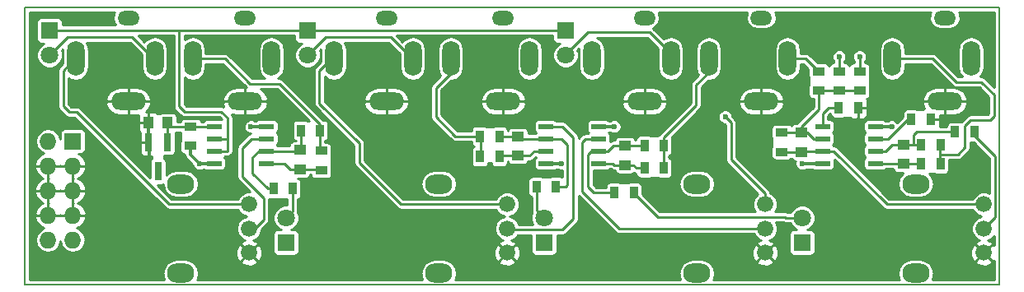
<source format=gtl>
G04 #@! TF.FileFunction,Copper,L1,Top,Signal*
%FSLAX46Y46*%
G04 Gerber Fmt 4.6, Leading zero omitted, Abs format (unit mm)*
G04 Created by KiCad (PCBNEW 4.0.5) date 08/02/17 20:53:55*
%MOMM*%
%LPD*%
G01*
G04 APERTURE LIST*
%ADD10C,0.100000*%
%ADD11C,0.150000*%
%ADD12R,0.800000X1.900000*%
%ADD13R,1.550000X0.600000*%
%ADD14R,1.800000X1.800000*%
%ADD15C,1.800000*%
%ADD16R,1.250000X1.000000*%
%ADD17R,1.000000X1.250000*%
%ADD18C,1.676400*%
%ADD19O,2.800000X2.000000*%
%ADD20R,1.727200X1.727200*%
%ADD21O,1.727200X1.727200*%
%ADD22R,1.300000X0.850000*%
%ADD23R,0.850000X1.300000*%
%ADD24O,3.600000X1.800000*%
%ADD25O,2.250000X1.500000*%
%ADD26O,1.800000X3.600000*%
%ADD27C,0.600000*%
%ADD28C,0.350000*%
%ADD29C,0.250000*%
G04 APERTURE END LIST*
D10*
D11*
X98501100Y-119238600D02*
X198501100Y-119238600D01*
X198501100Y-119238600D02*
X198501100Y-90768600D01*
X198501100Y-90768600D02*
X98501100Y-90768600D01*
X98501100Y-90768600D02*
X98501100Y-119238600D01*
D12*
X113100000Y-104600000D03*
X111200000Y-104600000D03*
X112150000Y-107600000D03*
D13*
X123300000Y-106805000D03*
X123300000Y-105535000D03*
X123300000Y-104265000D03*
X123300000Y-102995000D03*
X117900000Y-102995000D03*
X117900000Y-104265000D03*
X117900000Y-105535000D03*
X117900000Y-106805000D03*
X157400000Y-106805000D03*
X157400000Y-105535000D03*
X157400000Y-104265000D03*
X157400000Y-102995000D03*
X152000000Y-102995000D03*
X152000000Y-104265000D03*
X152000000Y-105535000D03*
X152000000Y-106805000D03*
X185800000Y-106805000D03*
X185800000Y-105535000D03*
X185800000Y-104265000D03*
X185800000Y-102995000D03*
X180400000Y-102995000D03*
X180400000Y-104265000D03*
X180400000Y-105535000D03*
X180400000Y-106805000D03*
D14*
X154000000Y-93100000D03*
D15*
X154000000Y-95640000D03*
D14*
X178300000Y-114940000D03*
D15*
X178300000Y-112400000D03*
D14*
X127500000Y-93100000D03*
D15*
X127500000Y-95640000D03*
D14*
X151800000Y-114940000D03*
D15*
X151800000Y-112400000D03*
D14*
X101000000Y-93100000D03*
D15*
X101000000Y-95640000D03*
D14*
X125300000Y-114940000D03*
D15*
X125300000Y-112400000D03*
D16*
X126700000Y-107400000D03*
X126700000Y-105400000D03*
X149100000Y-106000000D03*
X149100000Y-104000000D03*
X160100000Y-106950000D03*
X160100000Y-104950000D03*
X178200000Y-105600000D03*
X178200000Y-103600000D03*
X188700000Y-106850000D03*
X188700000Y-104850000D03*
D17*
X113150000Y-102600000D03*
X111150000Y-102600000D03*
D18*
X196950000Y-116000000D03*
X196950000Y-113500000D03*
X196950000Y-111000000D03*
D19*
X189950000Y-108900000D03*
X189950000Y-118100000D03*
D18*
X174500000Y-116000000D03*
X174500000Y-113500000D03*
X174500000Y-111000000D03*
D19*
X167500000Y-108900000D03*
X167500000Y-118100000D03*
D18*
X148000000Y-116000000D03*
X148000000Y-113500000D03*
X148000000Y-111000000D03*
D19*
X141000000Y-108900000D03*
X141000000Y-118100000D03*
D18*
X121500000Y-116000000D03*
X121500000Y-113500000D03*
X121500000Y-111000000D03*
D19*
X114500000Y-108900000D03*
X114500000Y-118100000D03*
D20*
X103400000Y-104500000D03*
D21*
X100860000Y-104500000D03*
X103400000Y-107040000D03*
X100860000Y-107040000D03*
X103400000Y-109580000D03*
X100860000Y-109580000D03*
X103400000Y-112120000D03*
X100860000Y-112120000D03*
X103400000Y-114660000D03*
X100860000Y-114660000D03*
D22*
X115500000Y-103000000D03*
X115500000Y-105000000D03*
D23*
X191500000Y-102250000D03*
X189500000Y-102250000D03*
X184050000Y-101050000D03*
X182050000Y-101050000D03*
X192500000Y-106850000D03*
X190500000Y-106850000D03*
X192500000Y-104850000D03*
X190500000Y-104850000D03*
X194000000Y-103550000D03*
X196000000Y-103550000D03*
D22*
X176200000Y-105600000D03*
X176200000Y-103600000D03*
D23*
X164100000Y-107250000D03*
X162100000Y-107250000D03*
X159000000Y-109800000D03*
X161000000Y-109800000D03*
D22*
X180000000Y-97300000D03*
X180000000Y-99300000D03*
D23*
X164100000Y-104950000D03*
X162100000Y-104950000D03*
X145200000Y-106100000D03*
X147200000Y-106100000D03*
X153000000Y-109200000D03*
X151000000Y-109200000D03*
X145200000Y-104000000D03*
X147200000Y-104000000D03*
D22*
X128900000Y-105500000D03*
X128900000Y-107500000D03*
D23*
X124000000Y-109400000D03*
X126000000Y-109400000D03*
D22*
X184200000Y-97300000D03*
X184200000Y-99300000D03*
D23*
X128800000Y-103400000D03*
X126800000Y-103400000D03*
D22*
X182100000Y-97300000D03*
X182100000Y-99300000D03*
D24*
X109100000Y-100400000D03*
D25*
X109100000Y-91800000D03*
D26*
X111800000Y-96000000D03*
X103700000Y-96000000D03*
D24*
X135600000Y-100400000D03*
D25*
X135600000Y-91800000D03*
D26*
X138300000Y-96000000D03*
X130200000Y-96000000D03*
D24*
X162100000Y-100400000D03*
D25*
X162100000Y-91800000D03*
D26*
X164800000Y-96000000D03*
X156700000Y-96000000D03*
D24*
X192950000Y-100400000D03*
D25*
X192950000Y-91800000D03*
D26*
X195650000Y-96000000D03*
X187550000Y-96000000D03*
D24*
X121100000Y-100400000D03*
D25*
X121100000Y-91800000D03*
D26*
X123800000Y-96000000D03*
X115700000Y-96000000D03*
D24*
X147600000Y-100400000D03*
D25*
X147600000Y-91800000D03*
D26*
X150300000Y-96000000D03*
X142200000Y-96000000D03*
D24*
X174100000Y-100400000D03*
D25*
X174100000Y-91800000D03*
D26*
X176800000Y-96000000D03*
X168700000Y-96000000D03*
D27*
X170400000Y-102000000D03*
X116400000Y-106800000D03*
X153600000Y-106800000D03*
X178300000Y-106800000D03*
X187500000Y-103000000D03*
X121700000Y-103000000D03*
X159000000Y-103000000D03*
X184200000Y-95800000D03*
X182100000Y-95800000D03*
D28*
X111200000Y-104600000D02*
X111200000Y-102650000D01*
X111200000Y-102650000D02*
X111150000Y-102600000D01*
D29*
X123000000Y-112600000D02*
X123000000Y-110350000D01*
X121500000Y-113500000D02*
X122100000Y-113500000D01*
X122100000Y-113500000D02*
X123000000Y-112600000D01*
X123000000Y-110350000D02*
X120800000Y-108150000D01*
X120800000Y-108150000D02*
X120800000Y-105200000D01*
X120800000Y-105200000D02*
X121735000Y-104265000D01*
X121735000Y-104265000D02*
X123300000Y-104265000D01*
X113000000Y-110700000D02*
X103800000Y-101500000D01*
X121500000Y-111000000D02*
X113300000Y-111000000D01*
X113300000Y-111000000D02*
X113000000Y-110700000D01*
X102400000Y-100900000D02*
X102400000Y-97250000D01*
X103700000Y-96000000D02*
X103650000Y-96000000D01*
X103650000Y-96000000D02*
X102400000Y-97250000D01*
X103500000Y-95500000D02*
X103700000Y-95500000D01*
X103800000Y-101500000D02*
X103000000Y-101500000D01*
X103000000Y-101500000D02*
X102400000Y-100900000D01*
X150450000Y-113600000D02*
X153700000Y-113600000D01*
X150450000Y-113600000D02*
X148100000Y-113600000D01*
X148100000Y-113600000D02*
X148000000Y-113500000D01*
X153700000Y-113600000D02*
X154800000Y-112500000D01*
X154800000Y-112500000D02*
X154800000Y-104100000D01*
X154800000Y-104100000D02*
X153695000Y-102995000D01*
X153695000Y-102995000D02*
X152000000Y-102995000D01*
X132800000Y-106700000D02*
X136800000Y-110700000D01*
X148000000Y-111000000D02*
X137100000Y-111000000D01*
X137100000Y-111000000D02*
X136800000Y-110700000D01*
X128700000Y-97250000D02*
X128700000Y-100600000D01*
X130200000Y-96000000D02*
X129950000Y-96000000D01*
X129950000Y-96000000D02*
X128700000Y-97250000D01*
X132800000Y-104700000D02*
X132800000Y-106700000D01*
X128700000Y-100600000D02*
X132800000Y-104700000D01*
X130200000Y-95500000D02*
X129900000Y-95500000D01*
X159150000Y-113150000D02*
X155700000Y-109700000D01*
X174500000Y-113500000D02*
X159500000Y-113500000D01*
X159500000Y-113500000D02*
X159150000Y-113150000D01*
X155700000Y-104600000D02*
X156035000Y-104265000D01*
X156035000Y-104265000D02*
X157400000Y-104265000D01*
X155700000Y-109700000D02*
X155700000Y-104600000D01*
X174500000Y-111000000D02*
X174500000Y-109900000D01*
X174500000Y-109900000D02*
X171000000Y-106400000D01*
X171000000Y-106400000D02*
X171000000Y-102600000D01*
X171000000Y-102600000D02*
X170400000Y-102000000D01*
X126700000Y-107400000D02*
X128850000Y-107400000D01*
X128850000Y-107400000D02*
X128900000Y-107450000D01*
X125105000Y-106805000D02*
X125700000Y-107400000D01*
X125700000Y-107400000D02*
X126700000Y-107400000D01*
X123300000Y-106805000D02*
X125105000Y-106805000D01*
X121850000Y-107800000D02*
X121850000Y-106150000D01*
X124050000Y-109400000D02*
X123450000Y-109400000D01*
X123450000Y-109400000D02*
X121850000Y-107800000D01*
X126700000Y-105400000D02*
X126850000Y-105250000D01*
X126850000Y-105250000D02*
X126850000Y-103400000D01*
X123300000Y-105535000D02*
X126565000Y-105535000D01*
X126565000Y-105535000D02*
X126700000Y-105400000D01*
X121850000Y-106150000D02*
X122465000Y-105535000D01*
X122465000Y-105535000D02*
X123300000Y-105535000D01*
X149100000Y-106000000D02*
X147250000Y-106000000D01*
X147250000Y-106000000D02*
X147150000Y-106100000D01*
X150765000Y-105535000D02*
X150300000Y-106000000D01*
X150300000Y-106000000D02*
X149100000Y-106000000D01*
X152000000Y-105535000D02*
X150765000Y-105535000D01*
X149100000Y-104000000D02*
X147150000Y-104000000D01*
X152000000Y-104265000D02*
X149365000Y-104265000D01*
X149365000Y-104265000D02*
X149100000Y-104000000D01*
X152950000Y-109200000D02*
X154000000Y-109200000D01*
X154000000Y-109200000D02*
X154200000Y-109000000D01*
X154200000Y-109000000D02*
X154200000Y-104900000D01*
X154200000Y-104900000D02*
X153565000Y-104265000D01*
X153565000Y-104265000D02*
X152000000Y-104265000D01*
X160950000Y-106950000D02*
X161250000Y-107250000D01*
X161250000Y-107250000D02*
X162150000Y-107250000D01*
X160100000Y-106950000D02*
X160950000Y-106950000D01*
X158855000Y-106805000D02*
X159000000Y-106950000D01*
X159000000Y-106950000D02*
X160100000Y-106950000D01*
X157400000Y-106805000D02*
X158855000Y-106805000D01*
X160100000Y-104950000D02*
X162150000Y-104950000D01*
X158315000Y-105535000D02*
X158900000Y-104950000D01*
X158900000Y-104950000D02*
X160100000Y-104950000D01*
X157400000Y-105535000D02*
X158315000Y-105535000D01*
X156300000Y-105900000D02*
X156665000Y-105535000D01*
X156665000Y-105535000D02*
X157400000Y-105535000D01*
X156300000Y-109200000D02*
X156300000Y-105900000D01*
X156900000Y-109800000D02*
X156300000Y-109200000D01*
X159050000Y-109800000D02*
X156900000Y-109800000D01*
X181535000Y-105535000D02*
X186750000Y-110750000D01*
X196950000Y-111000000D02*
X187000000Y-111000000D01*
X187000000Y-111000000D02*
X186750000Y-110750000D01*
X180400000Y-105535000D02*
X181535000Y-105535000D01*
X178200000Y-105600000D02*
X176250000Y-105600000D01*
X176250000Y-105600000D02*
X176200000Y-105550000D01*
X180400000Y-105535000D02*
X178265000Y-105535000D01*
X178265000Y-105535000D02*
X178200000Y-105600000D01*
X178200000Y-103000000D02*
X180000000Y-101200000D01*
X180000000Y-101200000D02*
X180000000Y-99250000D01*
X178200000Y-103600000D02*
X178200000Y-103000000D01*
X182100000Y-99250000D02*
X184200000Y-99250000D01*
X180000000Y-99250000D02*
X182100000Y-99250000D01*
X178200000Y-103600000D02*
X176250000Y-103600000D01*
X176250000Y-103600000D02*
X176200000Y-103650000D01*
X179465000Y-104265000D02*
X178800000Y-103600000D01*
X178800000Y-103600000D02*
X178200000Y-103600000D01*
X180400000Y-104265000D02*
X179465000Y-104265000D01*
X188700000Y-106850000D02*
X190550000Y-106850000D01*
X185800000Y-106805000D02*
X188655000Y-106805000D01*
X188655000Y-106805000D02*
X188700000Y-106850000D01*
X188700000Y-104850000D02*
X189750000Y-104850000D01*
X189750000Y-104850000D02*
X190550000Y-104850000D01*
X190100000Y-103550000D02*
X189750000Y-103900000D01*
X189750000Y-103900000D02*
X189750000Y-104850000D01*
X191500000Y-103550000D02*
X194050000Y-103550000D01*
X191200000Y-103550000D02*
X191500000Y-103550000D01*
X191500000Y-103550000D02*
X190100000Y-103550000D01*
X186815000Y-105535000D02*
X187500000Y-104850000D01*
X187500000Y-104850000D02*
X188700000Y-104850000D01*
X185800000Y-105535000D02*
X186815000Y-105535000D01*
D28*
X115500000Y-104950000D02*
X115500000Y-105900000D01*
X115500000Y-105900000D02*
X116400000Y-106800000D01*
X117900000Y-106805000D02*
X116405000Y-106805000D01*
X116405000Y-106805000D02*
X116400000Y-106800000D01*
X152000000Y-106805000D02*
X153595000Y-106805000D01*
X153595000Y-106805000D02*
X153600000Y-106800000D01*
X178300000Y-106800000D02*
X180395000Y-106800000D01*
X180395000Y-106800000D02*
X180400000Y-106805000D01*
X187500000Y-103000000D02*
X185805000Y-103000000D01*
X185805000Y-103000000D02*
X185800000Y-102995000D01*
X123300000Y-102995000D02*
X121705000Y-102995000D01*
X121705000Y-102995000D02*
X121700000Y-103000000D01*
X157400000Y-102995000D02*
X158995000Y-102995000D01*
X158995000Y-102995000D02*
X159000000Y-103000000D01*
X185795000Y-103000000D02*
X185800000Y-102995000D01*
D29*
X115500000Y-103050000D02*
X113600000Y-103050000D01*
X113600000Y-103050000D02*
X113150000Y-102600000D01*
X115500000Y-103050000D02*
X117845000Y-103050000D01*
X117845000Y-103050000D02*
X117900000Y-102995000D01*
X113150000Y-102600000D02*
X113150000Y-104550000D01*
X113150000Y-104550000D02*
X113100000Y-104600000D01*
X109500000Y-93800000D02*
X102840000Y-93800000D01*
X102840000Y-93800000D02*
X101000000Y-95640000D01*
X111700000Y-96000000D02*
X109500000Y-93800000D01*
X111800000Y-96000000D02*
X111700000Y-96000000D01*
X136050000Y-93800000D02*
X129340000Y-93800000D01*
X129340000Y-93800000D02*
X127500000Y-95640000D01*
X138250000Y-96000000D02*
X136050000Y-93800000D01*
X138300000Y-96000000D02*
X138250000Y-96000000D01*
X156300000Y-93300000D02*
X162600000Y-93300000D01*
X154000000Y-95640000D02*
X154000000Y-95600000D01*
X154000000Y-95600000D02*
X156300000Y-93300000D01*
X162600000Y-93300000D02*
X164800000Y-95500000D01*
X164800000Y-95500000D02*
X164800000Y-96000000D01*
X125300000Y-112400000D02*
X125950000Y-111750000D01*
X125950000Y-111750000D02*
X125950000Y-109400000D01*
X114300000Y-93100000D02*
X114300000Y-100900000D01*
X114300000Y-100900000D02*
X114850000Y-101450000D01*
X114850000Y-101450000D02*
X118650000Y-101450000D01*
X118650000Y-101450000D02*
X119300000Y-102100000D01*
X119300000Y-102100000D02*
X119300000Y-104200000D01*
X114300000Y-93100000D02*
X101000000Y-93100000D01*
X127500000Y-93100000D02*
X114300000Y-93100000D01*
X154000000Y-93100000D02*
X127500000Y-93100000D01*
X119300000Y-105500000D02*
X119300000Y-104200000D01*
X117900000Y-104265000D02*
X119235000Y-104265000D01*
X119235000Y-104265000D02*
X119300000Y-104200000D01*
X119265000Y-105535000D02*
X119300000Y-105500000D01*
X117900000Y-105535000D02*
X119265000Y-105535000D01*
X151800000Y-112400000D02*
X151050000Y-111650000D01*
X151050000Y-111650000D02*
X151050000Y-109200000D01*
X162900000Y-111750000D02*
X160950000Y-109800000D01*
X176550000Y-112300000D02*
X163450000Y-112300000D01*
X163450000Y-112300000D02*
X162900000Y-111750000D01*
X176650000Y-112400000D02*
X176550000Y-112300000D01*
X178300000Y-112400000D02*
X176650000Y-112400000D01*
X192450000Y-104850000D02*
X192450000Y-105850000D01*
X196700000Y-98400000D02*
X198000000Y-99700000D01*
X198000000Y-101900000D02*
X197600000Y-102300000D01*
X192450000Y-105850000D02*
X192450000Y-106850000D01*
X195000000Y-102900000D02*
X195000000Y-105150000D01*
X187550000Y-96000000D02*
X191700000Y-96000000D01*
X197600000Y-102300000D02*
X195600000Y-102300000D01*
X191700000Y-96000000D02*
X194100000Y-98400000D01*
X194100000Y-98400000D02*
X196700000Y-98400000D01*
X198000000Y-99700000D02*
X198000000Y-101900000D01*
X195600000Y-102300000D02*
X195000000Y-102900000D01*
X195000000Y-105150000D02*
X194300000Y-105850000D01*
X194300000Y-105850000D02*
X192450000Y-105850000D01*
X184200000Y-95800000D02*
X184200000Y-97350000D01*
X128750000Y-103400000D02*
X128750000Y-102750000D01*
X128750000Y-102750000D02*
X124600000Y-98600000D01*
X121600000Y-98600000D02*
X119000000Y-96000000D01*
X124600000Y-98600000D02*
X121600000Y-98600000D01*
X119000000Y-96000000D02*
X115700000Y-96000000D01*
X128750000Y-103400000D02*
X128750000Y-105400000D01*
X128750000Y-105400000D02*
X128900000Y-105550000D01*
X182100000Y-95800000D02*
X182100000Y-97350000D01*
X140700000Y-99000000D02*
X141300000Y-98400000D01*
X141300000Y-98400000D02*
X142200000Y-97500000D01*
X142200000Y-97500000D02*
X142200000Y-96000000D01*
X142200000Y-97500000D02*
X142200000Y-95500000D01*
X140700000Y-102000000D02*
X140700000Y-99000000D01*
X142700000Y-104000000D02*
X140700000Y-102000000D01*
X145250000Y-104000000D02*
X142700000Y-104000000D01*
X145250000Y-106100000D02*
X145250000Y-104000000D01*
X176800000Y-96000000D02*
X178650000Y-96000000D01*
X178800000Y-96150000D02*
X180000000Y-97350000D01*
X178650000Y-96000000D02*
X178800000Y-96150000D01*
X164050000Y-107250000D02*
X164050000Y-104950000D01*
X164050000Y-104950000D02*
X164050000Y-104150000D01*
X168700000Y-96000000D02*
X168700000Y-97400000D01*
X167400000Y-98700000D02*
X167400000Y-100800000D01*
X168700000Y-97400000D02*
X167400000Y-98700000D01*
X167400000Y-100800000D02*
X164050000Y-104150000D01*
X168700000Y-97400000D02*
X168700000Y-95500000D01*
X180400000Y-101650000D02*
X181000000Y-101050000D01*
X181000000Y-101050000D02*
X182100000Y-101050000D01*
X180400000Y-102995000D02*
X180400000Y-101650000D01*
X185800000Y-104265000D02*
X187150000Y-104265000D01*
X189550000Y-102250000D02*
X189165000Y-102250000D01*
X189165000Y-102250000D02*
X187150000Y-104265000D01*
X198100000Y-111650000D02*
X198100000Y-106050000D01*
X196950000Y-113500000D02*
X198100000Y-112350000D01*
X198100000Y-112350000D02*
X198100000Y-111650000D01*
X198100000Y-106050000D02*
X195950000Y-103900000D01*
X99001100Y-91268600D02*
X107663698Y-91268600D01*
X163536302Y-91268600D02*
X172663698Y-91268600D01*
X175536302Y-91268600D02*
X191513698Y-91268600D01*
X194386302Y-91268600D02*
X198001100Y-91268600D01*
X99001100Y-91467800D02*
X107585714Y-91467800D01*
X163614287Y-91467800D02*
X172585714Y-91467800D01*
X175614287Y-91467800D02*
X191435714Y-91467800D01*
X194464287Y-91467800D02*
X198001100Y-91467800D01*
X99001100Y-91667000D02*
X107546090Y-91667000D01*
X163653911Y-91667000D02*
X172546090Y-91667000D01*
X175653911Y-91667000D02*
X191396090Y-91667000D01*
X194503911Y-91667000D02*
X198001100Y-91667000D01*
X99001100Y-91866200D02*
X99833891Y-91866200D01*
X102164284Y-91866200D02*
X107532802Y-91866200D01*
X163667197Y-91866200D02*
X172532802Y-91866200D01*
X175667197Y-91866200D02*
X191382802Y-91866200D01*
X194517197Y-91866200D02*
X198001100Y-91866200D01*
X99001100Y-92065400D02*
X99693932Y-92065400D01*
X102308000Y-92065400D02*
X107572425Y-92065400D01*
X163627574Y-92065400D02*
X172572425Y-92065400D01*
X175627574Y-92065400D02*
X191422425Y-92065400D01*
X194477574Y-92065400D02*
X198001100Y-92065400D01*
X99001100Y-92264600D02*
X99666674Y-92264600D01*
X102333326Y-92264600D02*
X107619063Y-92264600D01*
X163580936Y-92264600D02*
X172619063Y-92264600D01*
X175580936Y-92264600D02*
X191469063Y-92264600D01*
X194430936Y-92264600D02*
X198001100Y-92264600D01*
X99001100Y-92463800D02*
X99666674Y-92463800D01*
X102333326Y-92463800D02*
X107752164Y-92463800D01*
X163447835Y-92463800D02*
X172752164Y-92463800D01*
X175447835Y-92463800D02*
X191602164Y-92463800D01*
X194297835Y-92463800D02*
X198001100Y-92463800D01*
X99001100Y-92663000D02*
X99666674Y-92663000D01*
X163288100Y-92663000D02*
X172911899Y-92663000D01*
X175288100Y-92663000D02*
X191761899Y-92663000D01*
X194138100Y-92663000D02*
X198001100Y-92663000D01*
X99001100Y-92862200D02*
X99666674Y-92862200D01*
X162989976Y-92862200D02*
X173210023Y-92862200D01*
X174989976Y-92862200D02*
X192060023Y-92862200D01*
X193839976Y-92862200D02*
X198001100Y-92862200D01*
X99001100Y-93061400D02*
X99666674Y-93061400D01*
X163139218Y-93061400D02*
X198001100Y-93061400D01*
X99001100Y-93260600D02*
X99666674Y-93260600D01*
X163338418Y-93260600D02*
X198001100Y-93260600D01*
X99001100Y-93459800D02*
X99666674Y-93459800D01*
X163537618Y-93459800D02*
X198001100Y-93459800D01*
X99001100Y-93659000D02*
X99666674Y-93659000D01*
X114850000Y-93659000D02*
X126166674Y-93659000D01*
X136686818Y-93659000D02*
X152666674Y-93659000D01*
X163736818Y-93659000D02*
X198001100Y-93659000D01*
X99001100Y-93858200D02*
X99666674Y-93858200D01*
X114850000Y-93858200D02*
X115154138Y-93858200D01*
X116245863Y-93858200D02*
X123254138Y-93858200D01*
X124345863Y-93858200D02*
X126166674Y-93858200D01*
X136886018Y-93858200D02*
X137754138Y-93858200D01*
X138845863Y-93858200D02*
X141654138Y-93858200D01*
X142745863Y-93858200D02*
X149754138Y-93858200D01*
X150845863Y-93858200D02*
X152666674Y-93858200D01*
X157245864Y-93858200D02*
X162380382Y-93858200D01*
X163936018Y-93858200D02*
X164254138Y-93858200D01*
X165345863Y-93858200D02*
X168154138Y-93858200D01*
X169245863Y-93858200D02*
X176254138Y-93858200D01*
X177345863Y-93858200D02*
X187004138Y-93858200D01*
X188095863Y-93858200D02*
X195104138Y-93858200D01*
X196195863Y-93858200D02*
X198001100Y-93858200D01*
X99001100Y-94057400D02*
X99677474Y-94057400D01*
X114850000Y-94057400D02*
X114856014Y-94057400D01*
X116543986Y-94057400D02*
X122956015Y-94057400D01*
X124643986Y-94057400D02*
X126177474Y-94057400D01*
X137085218Y-94057400D02*
X137456015Y-94057400D01*
X139143986Y-94057400D02*
X141356015Y-94057400D01*
X143043986Y-94057400D02*
X149456015Y-94057400D01*
X151143986Y-94057400D02*
X152677474Y-94057400D01*
X157543987Y-94057400D02*
X162579582Y-94057400D01*
X165643986Y-94057400D02*
X167856015Y-94057400D01*
X169543986Y-94057400D02*
X175956015Y-94057400D01*
X177643986Y-94057400D02*
X186706015Y-94057400D01*
X188393986Y-94057400D02*
X194806015Y-94057400D01*
X196493986Y-94057400D02*
X198001100Y-94057400D01*
X99001100Y-94256600D02*
X99760080Y-94256600D01*
X116728528Y-94256600D02*
X122771473Y-94256600D01*
X124828528Y-94256600D02*
X126260080Y-94256600D01*
X139328528Y-94256600D02*
X141171473Y-94256600D01*
X143228528Y-94256600D02*
X149271473Y-94256600D01*
X151328528Y-94256600D02*
X152760080Y-94256600D01*
X157728528Y-94256600D02*
X162778782Y-94256600D01*
X165828528Y-94256600D02*
X167671473Y-94256600D01*
X169728528Y-94256600D02*
X175771473Y-94256600D01*
X177828528Y-94256600D02*
X186521473Y-94256600D01*
X188578528Y-94256600D02*
X194621473Y-94256600D01*
X196678528Y-94256600D02*
X198001100Y-94256600D01*
X99001100Y-94455800D02*
X100396281Y-94455800D01*
X116861630Y-94455800D02*
X122638371Y-94455800D01*
X124961630Y-94455800D02*
X126896281Y-94455800D01*
X131361630Y-94455800D02*
X135927982Y-94455800D01*
X139461630Y-94455800D02*
X141038371Y-94455800D01*
X143361630Y-94455800D02*
X149138371Y-94455800D01*
X151461630Y-94455800D02*
X153396281Y-94455800D01*
X157861630Y-94455800D02*
X162977982Y-94455800D01*
X165961630Y-94455800D02*
X167538371Y-94455800D01*
X169861630Y-94455800D02*
X175638371Y-94455800D01*
X177961630Y-94455800D02*
X186388371Y-94455800D01*
X188711630Y-94455800D02*
X194488371Y-94455800D01*
X196811630Y-94455800D02*
X198001100Y-94455800D01*
X99001100Y-94655000D02*
X100111251Y-94655000D01*
X116945155Y-94655000D02*
X122554846Y-94655000D01*
X125045155Y-94655000D02*
X126611251Y-94655000D01*
X131445155Y-94655000D02*
X136127182Y-94655000D01*
X139545155Y-94655000D02*
X140954846Y-94655000D01*
X143445155Y-94655000D02*
X149054846Y-94655000D01*
X151545155Y-94655000D02*
X153111251Y-94655000D01*
X157945155Y-94655000D02*
X163177182Y-94655000D01*
X166045155Y-94655000D02*
X167454846Y-94655000D01*
X169945155Y-94655000D02*
X175554846Y-94655000D01*
X178045155Y-94655000D02*
X186304846Y-94655000D01*
X188795155Y-94655000D02*
X194404846Y-94655000D01*
X196895155Y-94655000D02*
X198001100Y-94655000D01*
X99001100Y-94854200D02*
X99911703Y-94854200D01*
X116984778Y-94854200D02*
X122515223Y-94854200D01*
X125084778Y-94854200D02*
X126411703Y-94854200D01*
X131484778Y-94854200D02*
X136326382Y-94854200D01*
X139584778Y-94854200D02*
X140915223Y-94854200D01*
X143484778Y-94854200D02*
X149015223Y-94854200D01*
X151584778Y-94854200D02*
X152911703Y-94854200D01*
X157984778Y-94854200D02*
X163376382Y-94854200D01*
X166084778Y-94854200D02*
X167415223Y-94854200D01*
X169984778Y-94854200D02*
X175515223Y-94854200D01*
X178084778Y-94854200D02*
X186265223Y-94854200D01*
X188834778Y-94854200D02*
X194365223Y-94854200D01*
X196934778Y-94854200D02*
X198001100Y-94854200D01*
X99001100Y-95053400D02*
X99808890Y-95053400D01*
X102364418Y-95053400D02*
X102375599Y-95053400D01*
X117024402Y-95053400D02*
X122475599Y-95053400D01*
X125124402Y-95053400D02*
X126308890Y-95053400D01*
X128864418Y-95053400D02*
X128875599Y-95053400D01*
X131524402Y-95053400D02*
X136525582Y-95053400D01*
X139624402Y-95053400D02*
X140875599Y-95053400D01*
X143524402Y-95053400D02*
X148975599Y-95053400D01*
X151624402Y-95053400D02*
X152808890Y-95053400D01*
X155324418Y-95053400D02*
X155375599Y-95053400D01*
X158024402Y-95053400D02*
X163475599Y-95053400D01*
X166124402Y-95053400D02*
X167375599Y-95053400D01*
X170024402Y-95053400D02*
X175475599Y-95053400D01*
X178124402Y-95053400D02*
X186225599Y-95053400D01*
X188874402Y-95053400D02*
X194325599Y-95053400D01*
X196974402Y-95053400D02*
X198001100Y-95053400D01*
X99001100Y-95252600D02*
X99726175Y-95252600D01*
X102273582Y-95252600D02*
X102375000Y-95252600D01*
X117025000Y-95252600D02*
X122475000Y-95252600D01*
X125125000Y-95252600D02*
X126226175Y-95252600D01*
X128773582Y-95252600D02*
X128875000Y-95252600D01*
X131525000Y-95252600D02*
X136724782Y-95252600D01*
X139625000Y-95252600D02*
X140875000Y-95252600D01*
X143525000Y-95252600D02*
X148975000Y-95252600D01*
X151625000Y-95252600D02*
X152726175Y-95252600D01*
X155273581Y-95252600D02*
X155375000Y-95252600D01*
X158025000Y-95252600D02*
X163475000Y-95252600D01*
X166125000Y-95252600D02*
X167375000Y-95252600D01*
X170025000Y-95252600D02*
X175475000Y-95252600D01*
X178125000Y-95252600D02*
X181622155Y-95252600D01*
X182577967Y-95252600D02*
X183722155Y-95252600D01*
X184677967Y-95252600D02*
X186225000Y-95252600D01*
X188875000Y-95252600D02*
X194325000Y-95252600D01*
X196975000Y-95252600D02*
X198001100Y-95252600D01*
X99001100Y-95451800D02*
X99675165Y-95451800D01*
X102325164Y-95451800D02*
X102375000Y-95451800D01*
X119009050Y-95451800D02*
X122475000Y-95451800D01*
X125125000Y-95451800D02*
X126175165Y-95451800D01*
X128825164Y-95451800D02*
X128875000Y-95451800D01*
X131525000Y-95451800D02*
X136923982Y-95451800D01*
X139625000Y-95451800D02*
X140875000Y-95451800D01*
X143525000Y-95451800D02*
X148975000Y-95451800D01*
X151625000Y-95451800D02*
X152675165Y-95451800D01*
X155325164Y-95451800D02*
X155375000Y-95451800D01*
X158025000Y-95451800D02*
X163475000Y-95451800D01*
X166125000Y-95451800D02*
X167375000Y-95451800D01*
X170025000Y-95451800D02*
X175475000Y-95451800D01*
X178659050Y-95451800D02*
X181459567Y-95451800D01*
X182740579Y-95451800D02*
X183559567Y-95451800D01*
X184840579Y-95451800D02*
X186225000Y-95451800D01*
X191709050Y-95451800D02*
X194325000Y-95451800D01*
X196975000Y-95451800D02*
X198001100Y-95451800D01*
X99001100Y-95651000D02*
X99674991Y-95651000D01*
X102324990Y-95651000D02*
X102375000Y-95651000D01*
X119428818Y-95651000D02*
X122475000Y-95651000D01*
X125125000Y-95651000D02*
X126174991Y-95651000D01*
X128824990Y-95651000D02*
X128875000Y-95651000D01*
X131525000Y-95651000D02*
X136975000Y-95651000D01*
X139625000Y-95651000D02*
X140875000Y-95651000D01*
X143525000Y-95651000D02*
X148975000Y-95651000D01*
X151625000Y-95651000D02*
X152674991Y-95651000D01*
X155324990Y-95651000D02*
X155375000Y-95651000D01*
X158025000Y-95651000D02*
X163475000Y-95651000D01*
X166125000Y-95651000D02*
X167375000Y-95651000D01*
X170025000Y-95651000D02*
X175475000Y-95651000D01*
X179078818Y-95651000D02*
X181376852Y-95651000D01*
X182822887Y-95651000D02*
X183476852Y-95651000D01*
X184922887Y-95651000D02*
X186225000Y-95651000D01*
X192128818Y-95651000D02*
X194325000Y-95651000D01*
X196975000Y-95651000D02*
X198001100Y-95651000D01*
X99001100Y-95850200D02*
X99674817Y-95850200D01*
X102324816Y-95850200D02*
X102375000Y-95850200D01*
X119628018Y-95850200D02*
X122475000Y-95850200D01*
X125125000Y-95850200D02*
X126174817Y-95850200D01*
X128824816Y-95850200D02*
X128875000Y-95850200D01*
X131525000Y-95850200D02*
X136975000Y-95850200D01*
X139625000Y-95850200D02*
X140875000Y-95850200D01*
X143525000Y-95850200D02*
X148975000Y-95850200D01*
X151625000Y-95850200D02*
X152674817Y-95850200D01*
X155324816Y-95850200D02*
X155375000Y-95850200D01*
X158025000Y-95850200D02*
X163475000Y-95850200D01*
X166125000Y-95850200D02*
X167375000Y-95850200D01*
X170025000Y-95850200D02*
X175475000Y-95850200D01*
X179278018Y-95850200D02*
X181374956Y-95850200D01*
X182824956Y-95850200D02*
X183474956Y-95850200D01*
X184924956Y-95850200D02*
X186225000Y-95850200D01*
X192328018Y-95850200D02*
X194325000Y-95850200D01*
X196975000Y-95850200D02*
X198001100Y-95850200D01*
X99001100Y-96049400D02*
X99735509Y-96049400D01*
X102264690Y-96049400D02*
X102375000Y-96049400D01*
X119827218Y-96049400D02*
X122475000Y-96049400D01*
X125125000Y-96049400D02*
X126235509Y-96049400D01*
X128764690Y-96049400D02*
X128875000Y-96049400D01*
X131525000Y-96049400D02*
X136975000Y-96049400D01*
X139625000Y-96049400D02*
X140875000Y-96049400D01*
X143525000Y-96049400D02*
X148975000Y-96049400D01*
X151625000Y-96049400D02*
X152735509Y-96049400D01*
X155264690Y-96049400D02*
X155375000Y-96049400D01*
X158025000Y-96049400D02*
X163475000Y-96049400D01*
X166125000Y-96049400D02*
X167375000Y-96049400D01*
X170025000Y-96049400D02*
X175475000Y-96049400D01*
X179477218Y-96049400D02*
X181418598Y-96049400D01*
X182781458Y-96049400D02*
X183518598Y-96049400D01*
X184881458Y-96049400D02*
X186225000Y-96049400D01*
X192527218Y-96049400D02*
X194325000Y-96049400D01*
X196975000Y-96049400D02*
X198001100Y-96049400D01*
X99001100Y-96248600D02*
X99817816Y-96248600D01*
X102181975Y-96248600D02*
X102375000Y-96248600D01*
X120026418Y-96248600D02*
X122475000Y-96248600D01*
X125125000Y-96248600D02*
X126317816Y-96248600D01*
X128681975Y-96248600D02*
X128875000Y-96248600D01*
X131525000Y-96248600D02*
X136975000Y-96248600D01*
X139625000Y-96248600D02*
X140875000Y-96248600D01*
X143525000Y-96248600D02*
X148975000Y-96248600D01*
X151625000Y-96248600D02*
X152817816Y-96248600D01*
X155181975Y-96248600D02*
X155375000Y-96248600D01*
X158025000Y-96248600D02*
X163475000Y-96248600D01*
X166125000Y-96248600D02*
X167375000Y-96248600D01*
X170025000Y-96248600D02*
X175475000Y-96248600D01*
X179676418Y-96248600D02*
X181523405Y-96248600D01*
X182676817Y-96248600D02*
X183623405Y-96248600D01*
X184776817Y-96248600D02*
X186225000Y-96248600D01*
X192726418Y-96248600D02*
X194325000Y-96248600D01*
X196975000Y-96248600D02*
X198001100Y-96248600D01*
X99001100Y-96447800D02*
X99934191Y-96447800D01*
X102066258Y-96447800D02*
X102375000Y-96447800D01*
X120225618Y-96447800D02*
X122475000Y-96447800D01*
X125125000Y-96447800D02*
X126434191Y-96447800D01*
X128566258Y-96447800D02*
X128724382Y-96447800D01*
X131525000Y-96447800D02*
X136975000Y-96447800D01*
X139625000Y-96447800D02*
X140875000Y-96447800D01*
X143525000Y-96447800D02*
X148975000Y-96447800D01*
X151625000Y-96447800D02*
X152934191Y-96447800D01*
X155066258Y-96447800D02*
X155375000Y-96447800D01*
X158025000Y-96447800D02*
X163475000Y-96447800D01*
X166125000Y-96447800D02*
X167375000Y-96447800D01*
X170025000Y-96447800D02*
X175475000Y-96447800D01*
X180680252Y-96447800D02*
X181417444Y-96447800D01*
X182780252Y-96447800D02*
X183517444Y-96447800D01*
X184880252Y-96447800D02*
X186225000Y-96447800D01*
X192925618Y-96447800D02*
X194325000Y-96447800D01*
X196975000Y-96447800D02*
X198001100Y-96447800D01*
X99001100Y-96647000D02*
X100133044Y-96647000D01*
X101866711Y-96647000D02*
X102225182Y-96647000D01*
X120424818Y-96647000D02*
X122475000Y-96647000D01*
X125125000Y-96647000D02*
X126633044Y-96647000D01*
X128366711Y-96647000D02*
X128525182Y-96647000D01*
X131525000Y-96647000D02*
X136975000Y-96647000D01*
X139625000Y-96647000D02*
X140875000Y-96647000D01*
X143525000Y-96647000D02*
X148975000Y-96647000D01*
X151625000Y-96647000D02*
X153133044Y-96647000D01*
X154866711Y-96647000D02*
X155375000Y-96647000D01*
X158025000Y-96647000D02*
X163475000Y-96647000D01*
X166125000Y-96647000D02*
X167375000Y-96647000D01*
X170025000Y-96647000D02*
X175475000Y-96647000D01*
X178125000Y-96647000D02*
X178519182Y-96647000D01*
X181008323Y-96647000D02*
X181091409Y-96647000D01*
X183108323Y-96647000D02*
X183191409Y-96647000D01*
X185208323Y-96647000D02*
X186225000Y-96647000D01*
X188875000Y-96647000D02*
X191569182Y-96647000D01*
X193124818Y-96647000D02*
X194325000Y-96647000D01*
X196975000Y-96647000D02*
X198001100Y-96647000D01*
X99001100Y-96846200D02*
X100449739Y-96846200D01*
X101550474Y-96846200D02*
X102025982Y-96846200D01*
X120624018Y-96846200D02*
X122475000Y-96846200D01*
X125125000Y-96846200D02*
X126949739Y-96846200D01*
X128050474Y-96846200D02*
X128325982Y-96846200D01*
X131525000Y-96846200D02*
X136975000Y-96846200D01*
X139625000Y-96846200D02*
X140875000Y-96846200D01*
X143525000Y-96846200D02*
X148975000Y-96846200D01*
X151625000Y-96846200D02*
X153449739Y-96846200D01*
X154550474Y-96846200D02*
X155375000Y-96846200D01*
X158025000Y-96846200D02*
X163475000Y-96846200D01*
X166125000Y-96846200D02*
X167375000Y-96846200D01*
X170025000Y-96846200D02*
X175475000Y-96846200D01*
X178125000Y-96846200D02*
X178718382Y-96846200D01*
X185277907Y-96846200D02*
X186225000Y-96846200D01*
X188875000Y-96846200D02*
X191768382Y-96846200D01*
X193324018Y-96846200D02*
X194325000Y-96846200D01*
X196975000Y-96846200D02*
X198001100Y-96846200D01*
X99001100Y-97045400D02*
X101890698Y-97045400D01*
X120823218Y-97045400D02*
X122495251Y-97045400D01*
X125104748Y-97045400D02*
X128190698Y-97045400D01*
X131504748Y-97045400D02*
X136995251Y-97045400D01*
X139604748Y-97045400D02*
X140895251Y-97045400D01*
X143504748Y-97045400D02*
X148995251Y-97045400D01*
X151604748Y-97045400D02*
X155395251Y-97045400D01*
X158004748Y-97045400D02*
X163495251Y-97045400D01*
X166104748Y-97045400D02*
X167395251Y-97045400D01*
X170004748Y-97045400D02*
X175495251Y-97045400D01*
X178104748Y-97045400D02*
X178916674Y-97045400D01*
X185283326Y-97045400D02*
X186245251Y-97045400D01*
X188854748Y-97045400D02*
X191967582Y-97045400D01*
X193523218Y-97045400D02*
X194345251Y-97045400D01*
X196954748Y-97045400D02*
X198001100Y-97045400D01*
X99001100Y-97244600D02*
X101851075Y-97244600D01*
X121022418Y-97244600D02*
X122534874Y-97244600D01*
X125065125Y-97244600D02*
X128151075Y-97244600D01*
X131465125Y-97244600D02*
X137034874Y-97244600D01*
X139565125Y-97244600D02*
X140934874Y-97244600D01*
X143465125Y-97244600D02*
X149034874Y-97244600D01*
X151565125Y-97244600D02*
X155434874Y-97244600D01*
X157965125Y-97244600D02*
X163534874Y-97244600D01*
X166065125Y-97244600D02*
X167434874Y-97244600D01*
X169965125Y-97244600D02*
X175534874Y-97244600D01*
X178065125Y-97244600D02*
X178916674Y-97244600D01*
X185283326Y-97244600D02*
X186284874Y-97244600D01*
X188815125Y-97244600D02*
X192166782Y-97244600D01*
X193722418Y-97244600D02*
X194384874Y-97244600D01*
X196915125Y-97244600D02*
X198001100Y-97244600D01*
X99001100Y-97443800D02*
X101850000Y-97443800D01*
X121221618Y-97443800D02*
X122574498Y-97443800D01*
X125025501Y-97443800D02*
X128150000Y-97443800D01*
X131425501Y-97443800D02*
X137074498Y-97443800D01*
X139525501Y-97443800D02*
X140974498Y-97443800D01*
X143425501Y-97443800D02*
X149074498Y-97443800D01*
X151525501Y-97443800D02*
X155474498Y-97443800D01*
X157925501Y-97443800D02*
X163574498Y-97443800D01*
X166025501Y-97443800D02*
X167474498Y-97443800D01*
X169925501Y-97443800D02*
X175574498Y-97443800D01*
X178025501Y-97443800D02*
X178916674Y-97443800D01*
X185283326Y-97443800D02*
X186324498Y-97443800D01*
X188775501Y-97443800D02*
X192365982Y-97443800D01*
X193921618Y-97443800D02*
X194424498Y-97443800D01*
X196875501Y-97443800D02*
X198001100Y-97443800D01*
X99001100Y-97643000D02*
X101850000Y-97643000D01*
X121420818Y-97643000D02*
X122704387Y-97643000D01*
X124895612Y-97643000D02*
X128150000Y-97643000D01*
X131295612Y-97643000D02*
X137204387Y-97643000D01*
X139395612Y-97643000D02*
X141104386Y-97643000D01*
X143295612Y-97643000D02*
X149204387Y-97643000D01*
X151395612Y-97643000D02*
X155604387Y-97643000D01*
X157795612Y-97643000D02*
X163704387Y-97643000D01*
X165895612Y-97643000D02*
X167604387Y-97643000D01*
X169795612Y-97643000D02*
X175704387Y-97643000D01*
X177895612Y-97643000D02*
X178916674Y-97643000D01*
X185283326Y-97643000D02*
X186454387Y-97643000D01*
X188645612Y-97643000D02*
X192565182Y-97643000D01*
X194120818Y-97643000D02*
X194554386Y-97643000D01*
X196745613Y-97643000D02*
X198001100Y-97643000D01*
X99001100Y-97842200D02*
X101850000Y-97842200D01*
X121620018Y-97842200D02*
X122837488Y-97842200D01*
X124762511Y-97842200D02*
X128150000Y-97842200D01*
X131162511Y-97842200D02*
X137337488Y-97842200D01*
X139262511Y-97842200D02*
X141079982Y-97842200D01*
X143162511Y-97842200D02*
X149337488Y-97842200D01*
X151262511Y-97842200D02*
X155737488Y-97842200D01*
X157662511Y-97842200D02*
X163837488Y-97842200D01*
X165762511Y-97842200D02*
X167479982Y-97842200D01*
X169662511Y-97842200D02*
X175837488Y-97842200D01*
X177762511Y-97842200D02*
X178938726Y-97842200D01*
X185259592Y-97842200D02*
X186587488Y-97842200D01*
X188512511Y-97842200D02*
X192764382Y-97842200D01*
X194320018Y-97842200D02*
X194687488Y-97842200D01*
X196612511Y-97842200D02*
X198001100Y-97842200D01*
X99001100Y-98041400D02*
X101850000Y-98041400D01*
X121819218Y-98041400D02*
X123103878Y-98041400D01*
X124496121Y-98041400D02*
X128150000Y-98041400D01*
X129250000Y-98041400D02*
X129503878Y-98041400D01*
X130896121Y-98041400D02*
X137603878Y-98041400D01*
X138996121Y-98041400D02*
X140880782Y-98041400D01*
X142896121Y-98041400D02*
X149603878Y-98041400D01*
X150996121Y-98041400D02*
X156003878Y-98041400D01*
X157396121Y-98041400D02*
X164103878Y-98041400D01*
X165496121Y-98041400D02*
X167280782Y-98041400D01*
X169396121Y-98041400D02*
X176103878Y-98041400D01*
X177496121Y-98041400D02*
X178975000Y-98041400D01*
X185225000Y-98041400D02*
X186853878Y-98041400D01*
X188246121Y-98041400D02*
X192963582Y-98041400D01*
X197119218Y-98041400D02*
X198001100Y-98041400D01*
X99001100Y-98240600D02*
X101850000Y-98240600D01*
X125018418Y-98240600D02*
X128150000Y-98240600D01*
X129250000Y-98240600D02*
X130059285Y-98240600D01*
X130340714Y-98240600D02*
X138159285Y-98240600D01*
X138440714Y-98240600D02*
X140681582Y-98240600D01*
X142340715Y-98240600D02*
X150159285Y-98240600D01*
X150440714Y-98240600D02*
X156559285Y-98240600D01*
X156840714Y-98240600D02*
X164659285Y-98240600D01*
X164940714Y-98240600D02*
X167081582Y-98240600D01*
X168840714Y-98240600D02*
X176659285Y-98240600D01*
X176940714Y-98240600D02*
X178975000Y-98240600D01*
X185225000Y-98240600D02*
X187409285Y-98240600D01*
X187690714Y-98240600D02*
X193162782Y-98240600D01*
X197318418Y-98240600D02*
X198001100Y-98240600D01*
X99001100Y-98439800D02*
X101850000Y-98439800D01*
X125217618Y-98439800D02*
X128150000Y-98439800D01*
X129250000Y-98439800D02*
X140482382Y-98439800D01*
X142038018Y-98439800D02*
X166925091Y-98439800D01*
X168438018Y-98439800D02*
X178975000Y-98439800D01*
X185225000Y-98439800D02*
X193361982Y-98439800D01*
X197517618Y-98439800D02*
X198001100Y-98439800D01*
X99001100Y-98639000D02*
X101850000Y-98639000D01*
X125416818Y-98639000D02*
X128150000Y-98639000D01*
X129250000Y-98639000D02*
X140292443Y-98639000D01*
X141838818Y-98639000D02*
X166862134Y-98639000D01*
X168238818Y-98639000D02*
X178975000Y-98639000D01*
X185225000Y-98639000D02*
X193561182Y-98639000D01*
X197716818Y-98639000D02*
X198001100Y-98639000D01*
X99001100Y-98838200D02*
X101850000Y-98838200D01*
X125616018Y-98838200D02*
X128150000Y-98838200D01*
X129250000Y-98838200D02*
X140182184Y-98838200D01*
X141639618Y-98838200D02*
X166850000Y-98838200D01*
X168039618Y-98838200D02*
X178924127Y-98838200D01*
X185276402Y-98838200D02*
X193784860Y-98838200D01*
X197916018Y-98838200D02*
X198001100Y-98838200D01*
X99001100Y-99037400D02*
X101850000Y-99037400D01*
X125815218Y-99037400D02*
X128150000Y-99037400D01*
X129250000Y-99037400D02*
X134386947Y-99037400D01*
X135595000Y-99037400D02*
X135605000Y-99037400D01*
X136813054Y-99037400D02*
X140150000Y-99037400D01*
X141440418Y-99037400D02*
X146386947Y-99037400D01*
X147595000Y-99037400D02*
X147605000Y-99037400D01*
X148813054Y-99037400D02*
X160886947Y-99037400D01*
X162095000Y-99037400D02*
X162105000Y-99037400D01*
X163313054Y-99037400D02*
X166850000Y-99037400D01*
X167950000Y-99037400D02*
X172886947Y-99037400D01*
X174095000Y-99037400D02*
X174105000Y-99037400D01*
X175313054Y-99037400D02*
X178916674Y-99037400D01*
X185283326Y-99037400D02*
X191736947Y-99037400D01*
X192945000Y-99037400D02*
X192955000Y-99037400D01*
X194163054Y-99037400D02*
X196559582Y-99037400D01*
X99001100Y-99236600D02*
X101850000Y-99236600D01*
X126014418Y-99236600D02*
X128150000Y-99236600D01*
X129250000Y-99236600D02*
X133925458Y-99236600D01*
X135595000Y-99236600D02*
X135605000Y-99236600D01*
X137274543Y-99236600D02*
X140150000Y-99236600D01*
X141250000Y-99236600D02*
X145925458Y-99236600D01*
X147595000Y-99236600D02*
X147605000Y-99236600D01*
X149274543Y-99236600D02*
X160425458Y-99236600D01*
X162095000Y-99236600D02*
X162105000Y-99236600D01*
X163774543Y-99236600D02*
X166850000Y-99236600D01*
X167950000Y-99236600D02*
X172425458Y-99236600D01*
X174095000Y-99236600D02*
X174105000Y-99236600D01*
X175774543Y-99236600D02*
X178916674Y-99236600D01*
X185283326Y-99236600D02*
X191275458Y-99236600D01*
X192945000Y-99236600D02*
X192955000Y-99236600D01*
X194624543Y-99236600D02*
X196758782Y-99236600D01*
X99001100Y-99435800D02*
X101850000Y-99435800D01*
X126213618Y-99435800D02*
X128150000Y-99435800D01*
X129250000Y-99435800D02*
X133662386Y-99435800D01*
X135595000Y-99435800D02*
X135605000Y-99435800D01*
X137537615Y-99435800D02*
X140150000Y-99435800D01*
X141250000Y-99435800D02*
X145662386Y-99435800D01*
X147595000Y-99435800D02*
X147605000Y-99435800D01*
X149537615Y-99435800D02*
X160162386Y-99435800D01*
X162095000Y-99435800D02*
X162105000Y-99435800D01*
X164037615Y-99435800D02*
X166850000Y-99435800D01*
X167950000Y-99435800D02*
X172162386Y-99435800D01*
X174095000Y-99435800D02*
X174105000Y-99435800D01*
X176037615Y-99435800D02*
X178916674Y-99435800D01*
X185283326Y-99435800D02*
X191012386Y-99435800D01*
X192945000Y-99435800D02*
X192955000Y-99435800D01*
X194887615Y-99435800D02*
X196957982Y-99435800D01*
X99001100Y-99635000D02*
X101850000Y-99635000D01*
X126412818Y-99635000D02*
X128150000Y-99635000D01*
X129250000Y-99635000D02*
X133530293Y-99635000D01*
X135595000Y-99635000D02*
X135605000Y-99635000D01*
X137669708Y-99635000D02*
X140150000Y-99635000D01*
X141250000Y-99635000D02*
X145530293Y-99635000D01*
X147595000Y-99635000D02*
X147605000Y-99635000D01*
X149669708Y-99635000D02*
X160030293Y-99635000D01*
X162095000Y-99635000D02*
X162105000Y-99635000D01*
X164169708Y-99635000D02*
X166850000Y-99635000D01*
X167950000Y-99635000D02*
X172030293Y-99635000D01*
X174095000Y-99635000D02*
X174105000Y-99635000D01*
X176169708Y-99635000D02*
X178916674Y-99635000D01*
X185283326Y-99635000D02*
X190880293Y-99635000D01*
X192945000Y-99635000D02*
X192955000Y-99635000D01*
X195019708Y-99635000D02*
X197157182Y-99635000D01*
X99001100Y-99834200D02*
X101850000Y-99834200D01*
X126612018Y-99834200D02*
X128150000Y-99834200D01*
X129250000Y-99834200D02*
X133398200Y-99834200D01*
X135595000Y-99834200D02*
X135605000Y-99834200D01*
X137801801Y-99834200D02*
X140150000Y-99834200D01*
X141250000Y-99834200D02*
X145398200Y-99834200D01*
X147595000Y-99834200D02*
X147605000Y-99834200D01*
X149801801Y-99834200D02*
X159898200Y-99834200D01*
X162095000Y-99834200D02*
X162105000Y-99834200D01*
X164301801Y-99834200D02*
X166850000Y-99834200D01*
X167950000Y-99834200D02*
X171898200Y-99834200D01*
X174095000Y-99834200D02*
X174105000Y-99834200D01*
X176301801Y-99834200D02*
X178937221Y-99834200D01*
X185261212Y-99834200D02*
X190748200Y-99834200D01*
X192945000Y-99834200D02*
X192955000Y-99834200D01*
X195151801Y-99834200D02*
X197356382Y-99834200D01*
X99001100Y-100033400D02*
X101850000Y-100033400D01*
X126811218Y-100033400D02*
X128150000Y-100033400D01*
X129250000Y-100033400D02*
X133332462Y-100033400D01*
X135595000Y-100033400D02*
X135605000Y-100033400D01*
X137867539Y-100033400D02*
X140150000Y-100033400D01*
X141250000Y-100033400D02*
X145332462Y-100033400D01*
X147595000Y-100033400D02*
X147605000Y-100033400D01*
X149867539Y-100033400D02*
X159832462Y-100033400D01*
X162095000Y-100033400D02*
X162105000Y-100033400D01*
X164367539Y-100033400D02*
X166850000Y-100033400D01*
X167950000Y-100033400D02*
X171832462Y-100033400D01*
X174095000Y-100033400D02*
X174105000Y-100033400D01*
X176367539Y-100033400D02*
X179048542Y-100033400D01*
X185153656Y-100033400D02*
X190682462Y-100033400D01*
X192945000Y-100033400D02*
X192955000Y-100033400D01*
X195217539Y-100033400D02*
X197450000Y-100033400D01*
X99001100Y-100232600D02*
X101850000Y-100232600D01*
X127010418Y-100232600D02*
X128150000Y-100232600D01*
X129250000Y-100232600D02*
X133323969Y-100232600D01*
X135595000Y-100232600D02*
X135605000Y-100232600D01*
X137876030Y-100232600D02*
X140150000Y-100232600D01*
X141250000Y-100232600D02*
X145323969Y-100232600D01*
X147595000Y-100232600D02*
X147605000Y-100232600D01*
X149876030Y-100232600D02*
X159823969Y-100232600D01*
X162095000Y-100232600D02*
X162105000Y-100232600D01*
X164376030Y-100232600D02*
X166850000Y-100232600D01*
X167950000Y-100232600D02*
X171823969Y-100232600D01*
X174095000Y-100232600D02*
X174105000Y-100232600D01*
X176376030Y-100232600D02*
X179450000Y-100232600D01*
X184973917Y-100232600D02*
X190673969Y-100232600D01*
X192945000Y-100232600D02*
X192955000Y-100232600D01*
X195226030Y-100232600D02*
X197450000Y-100232600D01*
X99001100Y-100431800D02*
X101850000Y-100431800D01*
X127209618Y-100431800D02*
X128150000Y-100431800D01*
X129309618Y-100431800D02*
X133392680Y-100431800D01*
X135595000Y-100431800D02*
X135605000Y-100431800D01*
X137807321Y-100431800D02*
X140150000Y-100431800D01*
X141250000Y-100431800D02*
X145392680Y-100431800D01*
X147595000Y-100431800D02*
X147605000Y-100431800D01*
X149807321Y-100431800D02*
X159892680Y-100431800D01*
X162095000Y-100431800D02*
X162105000Y-100431800D01*
X164307321Y-100431800D02*
X166850000Y-100431800D01*
X167950000Y-100431800D02*
X171892680Y-100431800D01*
X174095000Y-100431800D02*
X174105000Y-100431800D01*
X176307321Y-100431800D02*
X179450000Y-100431800D01*
X185000000Y-100431800D02*
X190742680Y-100431800D01*
X192945000Y-100431800D02*
X192955000Y-100431800D01*
X195157321Y-100431800D02*
X197450000Y-100431800D01*
X99001100Y-100631000D02*
X101850000Y-100631000D01*
X127408818Y-100631000D02*
X128156166Y-100631000D01*
X129508818Y-100631000D02*
X133294221Y-100631000D01*
X135595000Y-100631000D02*
X135605000Y-100631000D01*
X137905778Y-100631000D02*
X140150000Y-100631000D01*
X141250000Y-100631000D02*
X145294221Y-100631000D01*
X147595000Y-100631000D02*
X147605000Y-100631000D01*
X149905778Y-100631000D02*
X159794221Y-100631000D01*
X162095000Y-100631000D02*
X162105000Y-100631000D01*
X164405778Y-100631000D02*
X166791183Y-100631000D01*
X167950000Y-100631000D02*
X171794221Y-100631000D01*
X174095000Y-100631000D02*
X174105000Y-100631000D01*
X176405778Y-100631000D02*
X179450000Y-100631000D01*
X185000000Y-100631000D02*
X190644221Y-100631000D01*
X192945000Y-100631000D02*
X192955000Y-100631000D01*
X195255778Y-100631000D02*
X197450000Y-100631000D01*
X99001100Y-100830200D02*
X101850000Y-100830200D01*
X127608018Y-100830200D02*
X128205045Y-100830200D01*
X129708018Y-100830200D02*
X133350396Y-100830200D01*
X135595000Y-100830200D02*
X135605000Y-100830200D01*
X137849603Y-100830200D02*
X140150000Y-100830200D01*
X141250000Y-100830200D02*
X145350396Y-100830200D01*
X147595000Y-100830200D02*
X147605000Y-100830200D01*
X149849603Y-100830200D02*
X159850396Y-100830200D01*
X162095000Y-100830200D02*
X162105000Y-100830200D01*
X164349603Y-100830200D02*
X166591983Y-100830200D01*
X167943992Y-100830200D02*
X171850396Y-100830200D01*
X174095000Y-100830200D02*
X174105000Y-100830200D01*
X176349603Y-100830200D02*
X179450000Y-100830200D01*
X185000000Y-100830200D02*
X190700396Y-100830200D01*
X192945000Y-100830200D02*
X192955000Y-100830200D01*
X195199603Y-100830200D02*
X197450000Y-100830200D01*
X99001100Y-101029400D02*
X101875739Y-101029400D01*
X127807218Y-101029400D02*
X128351582Y-101029400D01*
X129907218Y-101029400D02*
X133440374Y-101029400D01*
X135595000Y-101029400D02*
X135605000Y-101029400D01*
X137759625Y-101029400D02*
X140150000Y-101029400D01*
X141250000Y-101029400D02*
X145440374Y-101029400D01*
X147595000Y-101029400D02*
X147605000Y-101029400D01*
X149759625Y-101029400D02*
X159940374Y-101029400D01*
X162095000Y-101029400D02*
X162105000Y-101029400D01*
X164259625Y-101029400D02*
X166392783Y-101029400D01*
X167895489Y-101029400D02*
X171940374Y-101029400D01*
X174095000Y-101029400D02*
X174105000Y-101029400D01*
X176259625Y-101029400D02*
X179392783Y-101029400D01*
X184045000Y-101029400D02*
X184055000Y-101029400D01*
X184884350Y-101029400D02*
X190790374Y-101029400D01*
X192945000Y-101029400D02*
X192955000Y-101029400D01*
X195109625Y-101029400D02*
X197450000Y-101029400D01*
X99001100Y-101228600D02*
X101970793Y-101228600D01*
X128006418Y-101228600D02*
X128550782Y-101228600D01*
X130106418Y-101228600D02*
X133572466Y-101228600D01*
X135595000Y-101228600D02*
X135605000Y-101228600D01*
X137627533Y-101228600D02*
X140150000Y-101228600D01*
X141250000Y-101228600D02*
X145572466Y-101228600D01*
X147595000Y-101228600D02*
X147605000Y-101228600D01*
X149627533Y-101228600D02*
X160072466Y-101228600D01*
X162095000Y-101228600D02*
X162105000Y-101228600D01*
X164127533Y-101228600D02*
X166193583Y-101228600D01*
X167749217Y-101228600D02*
X172072466Y-101228600D01*
X174095000Y-101228600D02*
X174105000Y-101228600D01*
X176127533Y-101228600D02*
X179193583Y-101228600D01*
X184045000Y-101228600D02*
X184055000Y-101228600D01*
X185000000Y-101228600D02*
X188867323Y-101228600D01*
X192945000Y-101228600D02*
X192955000Y-101228600D01*
X194977533Y-101228600D02*
X197450000Y-101228600D01*
X99001100Y-101427800D02*
X102149982Y-101427800D01*
X128205618Y-101427800D02*
X128749982Y-101427800D01*
X130305618Y-101427800D02*
X133724051Y-101427800D01*
X135595000Y-101427800D02*
X135605000Y-101427800D01*
X137475948Y-101427800D02*
X140150000Y-101427800D01*
X141250000Y-101427800D02*
X145724051Y-101427800D01*
X147595000Y-101427800D02*
X147605000Y-101427800D01*
X149475948Y-101427800D02*
X160224051Y-101427800D01*
X162095000Y-101427800D02*
X162105000Y-101427800D01*
X163975948Y-101427800D02*
X165994383Y-101427800D01*
X167550017Y-101427800D02*
X169946999Y-101427800D01*
X170853210Y-101427800D02*
X172224051Y-101427800D01*
X174095000Y-101427800D02*
X174105000Y-101427800D01*
X175975948Y-101427800D02*
X178994383Y-101427800D01*
X184045000Y-101427800D02*
X184055000Y-101427800D01*
X185000000Y-101427800D02*
X188678282Y-101427800D01*
X192945000Y-101427800D02*
X192955000Y-101427800D01*
X194825948Y-101427800D02*
X197450000Y-101427800D01*
X99001100Y-101627000D02*
X102349182Y-101627000D01*
X128404818Y-101627000D02*
X128949182Y-101627000D01*
X130504818Y-101627000D02*
X134019922Y-101627000D01*
X135595000Y-101627000D02*
X135605000Y-101627000D01*
X137180077Y-101627000D02*
X140150000Y-101627000D01*
X141250000Y-101627000D02*
X146019922Y-101627000D01*
X147595000Y-101627000D02*
X147605000Y-101627000D01*
X149180077Y-101627000D02*
X160519922Y-101627000D01*
X162095000Y-101627000D02*
X162105000Y-101627000D01*
X163680077Y-101627000D02*
X165795183Y-101627000D01*
X167350817Y-101627000D02*
X169769865Y-101627000D01*
X171030332Y-101627000D02*
X172519922Y-101627000D01*
X174095000Y-101627000D02*
X174105000Y-101627000D01*
X175680077Y-101627000D02*
X178795183Y-101627000D01*
X184045000Y-101627000D02*
X184055000Y-101627000D01*
X185000000Y-101627000D02*
X188641674Y-101627000D01*
X192945000Y-101627000D02*
X192955000Y-101627000D01*
X194530077Y-101627000D02*
X197450000Y-101627000D01*
X99001100Y-101826200D02*
X102548382Y-101826200D01*
X128604018Y-101826200D02*
X129148382Y-101826200D01*
X130704018Y-101826200D02*
X140150000Y-101826200D01*
X141304018Y-101826200D02*
X165595983Y-101826200D01*
X167151617Y-101826200D02*
X169687150Y-101826200D01*
X171112639Y-101826200D02*
X178595983Y-101826200D01*
X181001618Y-101826200D02*
X181215420Y-101826200D01*
X184045000Y-101826200D02*
X184055000Y-101826200D01*
X184990982Y-101826200D02*
X188641674Y-101826200D01*
X192450000Y-101826200D02*
X195338140Y-101826200D01*
X99001100Y-102025400D02*
X102876326Y-102025400D01*
X128803218Y-102025400D02*
X129347582Y-102025400D01*
X130903218Y-102025400D02*
X140155052Y-102025400D01*
X141503218Y-102025400D02*
X165396783Y-102025400D01*
X166952417Y-102025400D02*
X169674978Y-102025400D01*
X171203218Y-102025400D02*
X178396783Y-102025400D01*
X180950000Y-102025400D02*
X181348422Y-102025400D01*
X184045000Y-102025400D02*
X184055000Y-102025400D01*
X184892063Y-102025400D02*
X188611783Y-102025400D01*
X192450000Y-102025400D02*
X195096782Y-102025400D01*
X99001100Y-102224600D02*
X103746782Y-102224600D01*
X129002418Y-102224600D02*
X129546782Y-102224600D01*
X131102418Y-102224600D02*
X140201303Y-102224600D01*
X141702418Y-102224600D02*
X165197583Y-102224600D01*
X166753217Y-102224600D02*
X169708351Y-102224600D01*
X171397936Y-102224600D02*
X178197583Y-102224600D01*
X180950000Y-102224600D02*
X183519605Y-102224600D01*
X183914150Y-102224600D02*
X184185850Y-102224600D01*
X184580394Y-102224600D02*
X188412583Y-102224600D01*
X192339150Y-102224600D02*
X194897582Y-102224600D01*
X99001100Y-102423800D02*
X103945982Y-102423800D01*
X129500407Y-102423800D02*
X129745982Y-102423800D01*
X131301618Y-102423800D02*
X140345982Y-102423800D01*
X141901618Y-102423800D02*
X150895926Y-102423800D01*
X153105525Y-102423800D02*
X156295926Y-102423800D01*
X159449217Y-102423800D02*
X164998383Y-102423800D01*
X166554017Y-102423800D02*
X169798649Y-102423800D01*
X171514952Y-102423800D02*
X177998383Y-102423800D01*
X181505525Y-102423800D02*
X184695926Y-102423800D01*
X187949217Y-102423800D02*
X188213383Y-102423800D01*
X192450000Y-102423800D02*
X194698382Y-102423800D01*
X99001100Y-102623000D02*
X104145182Y-102623000D01*
X129634430Y-102623000D02*
X129945182Y-102623000D01*
X131500818Y-102623000D02*
X140545182Y-102623000D01*
X142100818Y-102623000D02*
X150806255Y-102623000D01*
X154100818Y-102623000D02*
X156206255Y-102623000D01*
X159628679Y-102623000D02*
X164799183Y-102623000D01*
X166354817Y-102623000D02*
X170009815Y-102623000D01*
X171550000Y-102623000D02*
X177803134Y-102623000D01*
X181594779Y-102623000D02*
X184606255Y-102623000D01*
X192450000Y-102623000D02*
X193249889Y-102623000D01*
X99001100Y-102822200D02*
X104344382Y-102822200D01*
X129658326Y-102822200D02*
X130144382Y-102822200D01*
X131700018Y-102822200D02*
X140744382Y-102822200D01*
X142300018Y-102822200D02*
X150791674Y-102822200D01*
X154300018Y-102822200D02*
X156191674Y-102822200D01*
X159710987Y-102822200D02*
X164599983Y-102822200D01*
X166155617Y-102822200D02*
X170444382Y-102822200D01*
X171550000Y-102822200D02*
X175313418Y-102822200D01*
X177086477Y-102822200D02*
X177250436Y-102822200D01*
X181608326Y-102822200D02*
X184591674Y-102822200D01*
X192450000Y-102822200D02*
X193157429Y-102822200D01*
X99001100Y-103021400D02*
X104543582Y-103021400D01*
X129658326Y-103021400D02*
X130343582Y-103021400D01*
X131899218Y-103021400D02*
X140943582Y-103021400D01*
X142499218Y-103021400D02*
X144500810Y-103021400D01*
X147896895Y-103021400D02*
X150791674Y-103021400D01*
X154499218Y-103021400D02*
X156191674Y-103021400D01*
X159724981Y-103021400D02*
X164400783Y-103021400D01*
X165956417Y-103021400D02*
X170450000Y-103021400D01*
X171550000Y-103021400D02*
X175147779Y-103021400D01*
X181608326Y-103021400D02*
X184591674Y-103021400D01*
X99001100Y-103220600D02*
X100686834Y-103220600D01*
X101033167Y-103220600D02*
X102443258Y-103220600D01*
X104350146Y-103220600D02*
X104742782Y-103220600D01*
X129658326Y-103220600D02*
X130542782Y-103220600D01*
X132098418Y-103220600D02*
X141142782Y-103220600D01*
X142698418Y-103220600D02*
X144367879Y-103220600D01*
X148033978Y-103220600D02*
X148151529Y-103220600D01*
X150050248Y-103220600D02*
X150791674Y-103220600D01*
X154698418Y-103220600D02*
X156191674Y-103220600D01*
X159693417Y-103220600D02*
X164201583Y-103220600D01*
X165757217Y-103220600D02*
X170450000Y-103220600D01*
X171550000Y-103220600D02*
X175116674Y-103220600D01*
X181608326Y-103220600D02*
X184591674Y-103220600D01*
X99001100Y-103419800D02*
X100164000Y-103419800D01*
X101556001Y-103419800D02*
X102170020Y-103419800D01*
X104629259Y-103419800D02*
X104941982Y-103419800D01*
X129658326Y-103419800D02*
X130741982Y-103419800D01*
X132297618Y-103419800D02*
X141341982Y-103419800D01*
X142897618Y-103419800D02*
X144341674Y-103419800D01*
X150143236Y-103419800D02*
X150815156Y-103419800D01*
X154897618Y-103419800D02*
X156215156Y-103419800D01*
X159605668Y-103419800D02*
X164002383Y-103419800D01*
X165558017Y-103419800D02*
X170450000Y-103419800D01*
X171550000Y-103419800D02*
X175116674Y-103419800D01*
X181583053Y-103419800D02*
X184615156Y-103419800D01*
X99001100Y-103619000D02*
X99911790Y-103619000D01*
X101808211Y-103619000D02*
X102106598Y-103619000D01*
X104693652Y-103619000D02*
X105141182Y-103619000D01*
X129658326Y-103619000D02*
X130941182Y-103619000D01*
X132496818Y-103619000D02*
X141541182Y-103619000D01*
X150158326Y-103619000D02*
X150946373Y-103619000D01*
X155096818Y-103619000D02*
X156346373Y-103619000D01*
X158456338Y-103619000D02*
X158600182Y-103619000D01*
X159400423Y-103619000D02*
X163803183Y-103619000D01*
X165358817Y-103619000D02*
X170450000Y-103619000D01*
X171550000Y-103619000D02*
X175116674Y-103619000D01*
X181456338Y-103619000D02*
X184746373Y-103619000D01*
X99001100Y-103818200D02*
X99778689Y-103818200D01*
X101941312Y-103818200D02*
X102103074Y-103818200D01*
X104696926Y-103818200D02*
X105340382Y-103818200D01*
X129658326Y-103818200D02*
X131140382Y-103818200D01*
X132696018Y-103818200D02*
X141740382Y-103818200D01*
X155260477Y-103818200D02*
X155732732Y-103818200D01*
X158580704Y-103818200D02*
X163622932Y-103818200D01*
X165159617Y-103818200D02*
X170450000Y-103818200D01*
X171550000Y-103818200D02*
X175116674Y-103818200D01*
X181580704Y-103818200D02*
X184621402Y-103818200D01*
X99001100Y-104017400D02*
X99662374Y-104017400D01*
X102057627Y-104017400D02*
X102103074Y-104017400D01*
X104696926Y-104017400D02*
X105539582Y-104017400D01*
X129658326Y-104017400D02*
X131339582Y-104017400D01*
X132895218Y-104017400D02*
X141939582Y-104017400D01*
X155333570Y-104017400D02*
X155504783Y-104017400D01*
X158608326Y-104017400D02*
X159471142Y-104017400D01*
X160728586Y-104017400D02*
X161353715Y-104017400D01*
X164960417Y-104017400D02*
X170450000Y-104017400D01*
X171550000Y-104017400D02*
X175116674Y-104017400D01*
X181608326Y-104017400D02*
X184591674Y-104017400D01*
X99001100Y-104216600D02*
X99622751Y-104216600D01*
X102097250Y-104216600D02*
X102103074Y-104216600D01*
X104696926Y-104216600D02*
X105738782Y-104216600D01*
X129624588Y-104216600D02*
X131538782Y-104216600D01*
X133094418Y-104216600D02*
X142138782Y-104216600D01*
X158608326Y-104216600D02*
X159120099Y-104216600D01*
X161079848Y-104216600D02*
X161258563Y-104216600D01*
X164942634Y-104216600D02*
X170450000Y-104216600D01*
X171550000Y-104216600D02*
X175168254Y-104216600D01*
X181608326Y-104216600D02*
X184591674Y-104216600D01*
X99001100Y-104415800D02*
X99583127Y-104415800D01*
X104696926Y-104415800D02*
X105937982Y-104415800D01*
X129441380Y-104415800D02*
X131737982Y-104415800D01*
X133258873Y-104415800D02*
X142351336Y-104415800D01*
X158608326Y-104415800D02*
X158820568Y-104415800D01*
X164958326Y-104415800D02*
X170450000Y-104415800D01*
X171550000Y-104415800D02*
X175175000Y-104415800D01*
X181608326Y-104415800D02*
X184591674Y-104415800D01*
X99001100Y-104615000D02*
X99589253Y-104615000D01*
X104696926Y-104615000D02*
X106137182Y-104615000D01*
X129300000Y-104615000D02*
X131937182Y-104615000D01*
X133333094Y-104615000D02*
X144341674Y-104615000D01*
X164958326Y-104615000D02*
X170450000Y-104615000D01*
X171550000Y-104615000D02*
X175175000Y-104615000D01*
X181598200Y-104615000D02*
X184601082Y-104615000D01*
X99001100Y-104814200D02*
X99628876Y-104814200D01*
X104696926Y-104814200D02*
X106336382Y-104814200D01*
X129887217Y-104814200D02*
X132136382Y-104814200D01*
X133350000Y-104814200D02*
X144375622Y-104814200D01*
X164958326Y-104814200D02*
X170450000Y-104814200D01*
X171550000Y-104814200D02*
X175175000Y-104814200D01*
X181519106Y-104814200D02*
X184680319Y-104814200D01*
X195550000Y-104814200D02*
X196086382Y-104814200D01*
X99001100Y-105013400D02*
X99668500Y-105013400D01*
X104696926Y-105013400D02*
X106535582Y-105013400D01*
X129971736Y-105013400D02*
X132250000Y-105013400D01*
X133350000Y-105013400D02*
X144554037Y-105013400D01*
X164958326Y-105013400D02*
X170450000Y-105013400D01*
X171550000Y-105013400D02*
X175149399Y-105013400D01*
X181677778Y-105013400D02*
X184662036Y-105013400D01*
X195550000Y-105013400D02*
X196285582Y-105013400D01*
X99001100Y-105212600D02*
X99799268Y-105212600D01*
X104696926Y-105212600D02*
X106734782Y-105212600D01*
X129983326Y-105212600D02*
X132250000Y-105212600D01*
X133350000Y-105212600D02*
X144422832Y-105212600D01*
X164958326Y-105212600D02*
X170450000Y-105212600D01*
X171550000Y-105212600D02*
X175116674Y-105212600D01*
X181990418Y-105212600D02*
X184596211Y-105212600D01*
X195537548Y-105212600D02*
X196484782Y-105212600D01*
X99001100Y-105411800D02*
X99932369Y-105411800D01*
X104687165Y-105411800D02*
X106933982Y-105411800D01*
X129983326Y-105411800D02*
X132250000Y-105411800D01*
X133350000Y-105411800D02*
X144349410Y-105411800D01*
X164958326Y-105411800D02*
X170450000Y-105411800D01*
X171550000Y-105411800D02*
X175116674Y-105411800D01*
X182189618Y-105411800D02*
X184591674Y-105411800D01*
X195473840Y-105411800D02*
X196683982Y-105411800D01*
X99001100Y-105611000D02*
X100210095Y-105611000D01*
X104608936Y-105611000D02*
X107133182Y-105611000D01*
X129983326Y-105611000D02*
X132250000Y-105611000D01*
X133350000Y-105611000D02*
X144341674Y-105611000D01*
X164956098Y-105611000D02*
X170450000Y-105611000D01*
X171550000Y-105611000D02*
X175116674Y-105611000D01*
X182388818Y-105611000D02*
X184591674Y-105611000D01*
X195316817Y-105611000D02*
X196883182Y-105611000D01*
X99001100Y-105810200D02*
X100274432Y-105810200D01*
X103985569Y-105810200D02*
X107332382Y-105810200D01*
X129983326Y-105810200D02*
X132250000Y-105810200D01*
X133350000Y-105810200D02*
X144341674Y-105810200D01*
X164895753Y-105810200D02*
X170450000Y-105810200D01*
X171550000Y-105810200D02*
X175116674Y-105810200D01*
X182588018Y-105810200D02*
X184591674Y-105810200D01*
X195117617Y-105810200D02*
X197082382Y-105810200D01*
X99001100Y-106009400D02*
X99958716Y-106009400D01*
X104301285Y-106009400D02*
X107531582Y-106009400D01*
X129966234Y-106009400D02*
X132250000Y-106009400D01*
X133350000Y-106009400D02*
X144341674Y-106009400D01*
X164652155Y-106009400D02*
X170450000Y-106009400D01*
X171550000Y-106009400D02*
X175116674Y-106009400D01*
X182787218Y-106009400D02*
X184632186Y-106009400D01*
X194918417Y-106009400D02*
X197281582Y-106009400D01*
X99001100Y-106208600D02*
X99773243Y-106208600D01*
X104486758Y-106208600D02*
X107730782Y-106208600D01*
X129925000Y-106208600D02*
X132250000Y-106208600D01*
X133350000Y-106208600D02*
X144341674Y-106208600D01*
X150869218Y-106208600D02*
X150913145Y-106208600D01*
X164704984Y-106208600D02*
X170450000Y-106208600D01*
X171586418Y-106208600D02*
X175163106Y-106208600D01*
X182986418Y-106208600D02*
X184713145Y-106208600D01*
X194719217Y-106208600D02*
X197480782Y-106208600D01*
X99001100Y-106407800D02*
X99642238Y-106407800D01*
X104617763Y-106407800D02*
X107929982Y-106407800D01*
X129925000Y-106407800D02*
X132250000Y-106407800D01*
X133350000Y-106407800D02*
X144341674Y-106407800D01*
X150660636Y-106407800D02*
X150811358Y-106407800D01*
X164906360Y-106407800D02*
X170451551Y-106407800D01*
X171785618Y-106407800D02*
X175357430Y-106407800D01*
X177039961Y-106407800D02*
X177272663Y-106407800D01*
X181590037Y-106407800D02*
X181629982Y-106407800D01*
X183185618Y-106407800D02*
X184611358Y-106407800D01*
X193358326Y-106407800D02*
X197550000Y-106407800D01*
X99001100Y-106607000D02*
X99567933Y-106607000D01*
X104692068Y-106607000D02*
X108129182Y-106607000D01*
X129925000Y-106607000D02*
X132250000Y-106607000D01*
X133484818Y-106607000D02*
X144341674Y-106607000D01*
X148058326Y-106607000D02*
X148061807Y-106607000D01*
X150136658Y-106607000D02*
X150791674Y-106607000D01*
X164958326Y-106607000D02*
X170491174Y-106607000D01*
X171984818Y-106607000D02*
X177595123Y-106607000D01*
X181608326Y-106607000D02*
X181829182Y-106607000D01*
X183384818Y-106607000D02*
X184591674Y-106607000D01*
X193358326Y-106607000D02*
X197550000Y-106607000D01*
X99001100Y-106806200D02*
X99493629Y-106806200D01*
X104766372Y-106806200D02*
X108328382Y-106806200D01*
X129925000Y-106806200D02*
X132271124Y-106806200D01*
X133684018Y-106806200D02*
X144352248Y-106806200D01*
X146046945Y-106806200D02*
X146352248Y-106806200D01*
X148046945Y-106806200D02*
X148170322Y-106806200D01*
X150030159Y-106806200D02*
X150791674Y-106806200D01*
X164958326Y-106806200D02*
X170628382Y-106806200D01*
X172184018Y-106806200D02*
X177574995Y-106806200D01*
X181608326Y-106806200D02*
X182028382Y-106806200D01*
X183584018Y-106806200D02*
X184591674Y-106806200D01*
X193358326Y-106806200D02*
X197550000Y-106806200D01*
X99001100Y-107005400D02*
X99587205Y-107005400D01*
X104672794Y-107005400D02*
X108527582Y-107005400D01*
X129970230Y-107005400D02*
X132355292Y-107005400D01*
X133883218Y-107005400D02*
X144434308Y-107005400D01*
X145964869Y-107005400D02*
X146434308Y-107005400D01*
X147964869Y-107005400D02*
X150791674Y-107005400D01*
X164958326Y-107005400D02*
X170827582Y-107005400D01*
X172383218Y-107005400D02*
X177600417Y-107005400D01*
X181608326Y-107005400D02*
X182227582Y-107005400D01*
X183783218Y-107005400D02*
X184591674Y-107005400D01*
X193358326Y-107005400D02*
X197550000Y-107005400D01*
X99001100Y-107204600D02*
X99519338Y-107204600D01*
X100855000Y-107204600D02*
X100865000Y-107204600D01*
X103395000Y-107204600D02*
X103405000Y-107204600D01*
X104740663Y-107204600D02*
X108726782Y-107204600D01*
X129983326Y-107204600D02*
X132526782Y-107204600D01*
X134082418Y-107204600D02*
X150810415Y-107204600D01*
X164958326Y-107204600D02*
X171026782Y-107204600D01*
X172582418Y-107204600D02*
X177682725Y-107204600D01*
X181588156Y-107204600D02*
X182426782Y-107204600D01*
X183982418Y-107204600D02*
X184610415Y-107204600D01*
X193358326Y-107204600D02*
X197550000Y-107204600D01*
X99001100Y-107403800D02*
X99542120Y-107403800D01*
X100855000Y-107403800D02*
X100865000Y-107403800D01*
X103395000Y-107403800D02*
X103405000Y-107403800D01*
X104717879Y-107403800D02*
X108925982Y-107403800D01*
X129983326Y-107403800D02*
X132725982Y-107403800D01*
X134281618Y-107403800D02*
X150912235Y-107403800D01*
X158485216Y-107403800D02*
X158708207Y-107403800D01*
X164958326Y-107403800D02*
X171225982Y-107403800D01*
X172781618Y-107403800D02*
X177878335Y-107403800D01*
X178721346Y-107403800D02*
X179312236Y-107403800D01*
X181485216Y-107403800D02*
X182625982Y-107403800D01*
X184181618Y-107403800D02*
X184712235Y-107403800D01*
X186885216Y-107403800D02*
X187651797Y-107403800D01*
X193358326Y-107403800D02*
X197550000Y-107403800D01*
X99001100Y-107603000D02*
X99616424Y-107603000D01*
X100855000Y-107603000D02*
X100865000Y-107603000D01*
X103395000Y-107603000D02*
X103405000Y-107603000D01*
X104643575Y-107603000D02*
X109125182Y-107603000D01*
X129983326Y-107603000D02*
X132925182Y-107603000D01*
X134480818Y-107603000D02*
X139989697Y-107603000D01*
X142010304Y-107603000D02*
X153650000Y-107603000D01*
X156850000Y-107603000D02*
X159070463Y-107603000D01*
X164958326Y-107603000D02*
X166489697Y-107603000D01*
X168510304Y-107603000D02*
X171425182Y-107603000D01*
X172980818Y-107603000D02*
X182825182Y-107603000D01*
X184380818Y-107603000D02*
X187732764Y-107603000D01*
X193337467Y-107603000D02*
X197550000Y-107603000D01*
X99001100Y-107802200D02*
X99708811Y-107802200D01*
X100855000Y-107802200D02*
X100865000Y-107802200D01*
X103395000Y-107802200D02*
X103405000Y-107802200D01*
X104551188Y-107802200D02*
X109324382Y-107802200D01*
X129983326Y-107802200D02*
X133124382Y-107802200D01*
X134680018Y-107802200D02*
X139691573Y-107802200D01*
X142308428Y-107802200D02*
X153650000Y-107802200D01*
X156850000Y-107802200D02*
X159237645Y-107802200D01*
X160962515Y-107802200D02*
X161241674Y-107802200D01*
X164958326Y-107802200D02*
X166191573Y-107802200D01*
X168808428Y-107802200D02*
X171624382Y-107802200D01*
X173180018Y-107802200D02*
X183024382Y-107802200D01*
X184580018Y-107802200D02*
X188641573Y-107802200D01*
X193232892Y-107802200D02*
X197550000Y-107802200D01*
X99001100Y-108001400D02*
X99894284Y-108001400D01*
X100855000Y-108001400D02*
X100865000Y-108001400D01*
X103395000Y-108001400D02*
X103405000Y-108001400D01*
X104365715Y-108001400D02*
X109523582Y-108001400D01*
X127737792Y-108001400D02*
X127831049Y-108001400D01*
X129967854Y-108001400D02*
X133323582Y-108001400D01*
X134879218Y-108001400D02*
X139483770Y-108001400D01*
X142516231Y-108001400D02*
X153650000Y-108001400D01*
X156850000Y-108001400D02*
X161260753Y-108001400D01*
X164937791Y-108001400D02*
X165983770Y-108001400D01*
X169016231Y-108001400D02*
X171823582Y-108001400D01*
X173379218Y-108001400D02*
X183223582Y-108001400D01*
X184779218Y-108001400D02*
X188433770Y-108001400D01*
X191466231Y-108001400D02*
X197550000Y-108001400D01*
X99001100Y-108200600D02*
X100122892Y-108200600D01*
X100855000Y-108200600D02*
X100865000Y-108200600D01*
X103395000Y-108200600D02*
X103405000Y-108200600D01*
X104137107Y-108200600D02*
X109722782Y-108200600D01*
X127633986Y-108200600D02*
X127922307Y-108200600D01*
X129876067Y-108200600D02*
X133522782Y-108200600D01*
X135078418Y-108200600D02*
X139350669Y-108200600D01*
X142649332Y-108200600D02*
X150333134Y-108200600D01*
X156850000Y-108200600D02*
X161363394Y-108200600D01*
X164833986Y-108200600D02*
X165850669Y-108200600D01*
X169149332Y-108200600D02*
X172022782Y-108200600D01*
X173578418Y-108200600D02*
X183422782Y-108200600D01*
X184978418Y-108200600D02*
X188300669Y-108200600D01*
X191599332Y-108200600D02*
X197550000Y-108200600D01*
X99001100Y-108399800D02*
X100165814Y-108399800D01*
X100855000Y-108399800D02*
X100865000Y-108399800D01*
X103395000Y-108399800D02*
X103405000Y-108399800D01*
X104094187Y-108399800D02*
X109921982Y-108399800D01*
X126665282Y-108399800D02*
X133721982Y-108399800D01*
X135277618Y-108399800D02*
X139238743Y-108399800D01*
X142761258Y-108399800D02*
X150172091Y-108399800D01*
X156850000Y-108399800D02*
X165738743Y-108399800D01*
X169261258Y-108399800D02*
X172221982Y-108399800D01*
X173777618Y-108399800D02*
X183621982Y-108399800D01*
X185177618Y-108399800D02*
X188188743Y-108399800D01*
X191711258Y-108399800D02*
X197550000Y-108399800D01*
X99001100Y-108599000D02*
X99912534Y-108599000D01*
X100855000Y-108599000D02*
X100865000Y-108599000D01*
X103395000Y-108599000D02*
X103405000Y-108599000D01*
X104347467Y-108599000D02*
X110121182Y-108599000D01*
X126829914Y-108599000D02*
X133921182Y-108599000D01*
X135476818Y-108599000D02*
X139199119Y-108599000D01*
X142800882Y-108599000D02*
X150141674Y-108599000D01*
X156850000Y-108599000D02*
X165699119Y-108599000D01*
X169300882Y-108599000D02*
X172421182Y-108599000D01*
X173976818Y-108599000D02*
X183821182Y-108599000D01*
X185376818Y-108599000D02*
X188149119Y-108599000D01*
X191750882Y-108599000D02*
X197550000Y-108599000D01*
X99001100Y-108798200D02*
X99727061Y-108798200D01*
X100855000Y-108798200D02*
X100865000Y-108798200D01*
X103395000Y-108798200D02*
X103405000Y-108798200D01*
X104532940Y-108798200D02*
X110320382Y-108798200D01*
X126858326Y-108798200D02*
X134120382Y-108798200D01*
X135676018Y-108798200D02*
X139159496Y-108798200D01*
X142840505Y-108798200D02*
X150141674Y-108798200D01*
X156850000Y-108798200D02*
X158336864Y-108798200D01*
X161662940Y-108798200D02*
X165659496Y-108798200D01*
X169340505Y-108798200D02*
X172620382Y-108798200D01*
X174176018Y-108798200D02*
X184020382Y-108798200D01*
X185576018Y-108798200D02*
X188109496Y-108798200D01*
X191790505Y-108798200D02*
X197550000Y-108798200D01*
X99001100Y-108997400D02*
X99623737Y-108997400D01*
X100855000Y-108997400D02*
X100865000Y-108997400D01*
X103395000Y-108997400D02*
X103405000Y-108997400D01*
X104636264Y-108997400D02*
X110519582Y-108997400D01*
X126858326Y-108997400D02*
X134319582Y-108997400D01*
X135875218Y-108997400D02*
X139158620Y-108997400D01*
X142841379Y-108997400D02*
X150141674Y-108997400D01*
X156875218Y-108997400D02*
X158172577Y-108997400D01*
X161829613Y-108997400D02*
X165658620Y-108997400D01*
X169341379Y-108997400D02*
X172819582Y-108997400D01*
X174375218Y-108997400D02*
X184219582Y-108997400D01*
X185775218Y-108997400D02*
X188108620Y-108997400D01*
X191791379Y-108997400D02*
X197550000Y-108997400D01*
X99001100Y-109196600D02*
X99549432Y-109196600D01*
X100855000Y-109196600D02*
X100865000Y-109196600D01*
X103395000Y-109196600D02*
X103405000Y-109196600D01*
X104710569Y-109196600D02*
X110718782Y-109196600D01*
X126858326Y-109196600D02*
X134518782Y-109196600D01*
X136074418Y-109196600D02*
X139198243Y-109196600D01*
X142801756Y-109196600D02*
X150141674Y-109196600D01*
X157074418Y-109196600D02*
X158141674Y-109196600D01*
X161858326Y-109196600D02*
X165698243Y-109196600D01*
X169301756Y-109196600D02*
X173018782Y-109196600D01*
X174574418Y-109196600D02*
X184418782Y-109196600D01*
X185974418Y-109196600D02*
X188148243Y-109196600D01*
X191751756Y-109196600D02*
X197550000Y-109196600D01*
X99001100Y-109395800D02*
X99509105Y-109395800D01*
X100855000Y-109395800D02*
X100865000Y-109395800D01*
X103395000Y-109395800D02*
X103405000Y-109395800D01*
X104750894Y-109395800D02*
X110917982Y-109395800D01*
X126858326Y-109395800D02*
X134717982Y-109395800D01*
X136273618Y-109395800D02*
X139237867Y-109395800D01*
X142762132Y-109395800D02*
X150141674Y-109395800D01*
X161858326Y-109395800D02*
X165737867Y-109395800D01*
X169262132Y-109395800D02*
X173217982Y-109395800D01*
X174773618Y-109395800D02*
X184617982Y-109395800D01*
X186173618Y-109395800D02*
X188187867Y-109395800D01*
X191712132Y-109395800D02*
X197550000Y-109395800D01*
X99001100Y-109595000D02*
X99597439Y-109595000D01*
X100855000Y-109595000D02*
X100865000Y-109595000D01*
X102122562Y-109595000D02*
X102137439Y-109595000D01*
X103395000Y-109595000D02*
X103405000Y-109595000D01*
X104662562Y-109595000D02*
X111117182Y-109595000D01*
X126858326Y-109595000D02*
X134917182Y-109595000D01*
X136472818Y-109595000D02*
X139347728Y-109595000D01*
X142652271Y-109595000D02*
X150141674Y-109595000D01*
X161858326Y-109595000D02*
X165847728Y-109595000D01*
X169152271Y-109595000D02*
X173417182Y-109595000D01*
X174944976Y-109595000D02*
X184817182Y-109595000D01*
X186372818Y-109595000D02*
X188297728Y-109595000D01*
X191602271Y-109595000D02*
X197550000Y-109595000D01*
X99001100Y-109794200D02*
X99493444Y-109794200D01*
X100855000Y-109794200D02*
X100865000Y-109794200D01*
X103395000Y-109794200D02*
X103405000Y-109794200D01*
X104766557Y-109794200D02*
X111316382Y-109794200D01*
X126858326Y-109794200D02*
X135116382Y-109794200D01*
X136672018Y-109794200D02*
X139480829Y-109794200D01*
X142519170Y-109794200D02*
X147610387Y-109794200D01*
X148390076Y-109794200D02*
X150141674Y-109794200D01*
X161858326Y-109794200D02*
X165980829Y-109794200D01*
X169019170Y-109794200D02*
X173616382Y-109794200D01*
X175028956Y-109794200D02*
X185016382Y-109794200D01*
X186572018Y-109794200D02*
X188430829Y-109794200D01*
X191469170Y-109794200D02*
X196560387Y-109794200D01*
X197340076Y-109794200D02*
X197550000Y-109794200D01*
X99001100Y-109993400D02*
X99560621Y-109993400D01*
X100855000Y-109993400D02*
X100865000Y-109993400D01*
X103395000Y-109993400D02*
X103405000Y-109993400D01*
X104699378Y-109993400D02*
X111515582Y-109993400D01*
X126858326Y-109993400D02*
X135315582Y-109993400D01*
X136871218Y-109993400D02*
X139684987Y-109993400D01*
X142315012Y-109993400D02*
X147220362Y-109993400D01*
X148780035Y-109993400D02*
X150168656Y-109993400D01*
X161921218Y-109993400D02*
X166184987Y-109993400D01*
X168815012Y-109993400D02*
X173720362Y-109993400D01*
X175280035Y-109993400D02*
X185215582Y-109993400D01*
X186771218Y-109993400D02*
X188634987Y-109993400D01*
X191265012Y-109993400D02*
X196170362Y-109993400D01*
X99001100Y-110192600D02*
X99634926Y-110192600D01*
X100855000Y-110192600D02*
X100865000Y-110192600D01*
X103395000Y-110192600D02*
X103405000Y-110192600D01*
X104625073Y-110192600D02*
X111714782Y-110192600D01*
X126829448Y-110192600D02*
X135514782Y-110192600D01*
X137070418Y-110192600D02*
X139983111Y-110192600D01*
X142016888Y-110192600D02*
X147020814Y-110192600D01*
X148978887Y-110192600D02*
X150323595Y-110192600D01*
X155350000Y-110192600D02*
X155414782Y-110192600D01*
X162120418Y-110192600D02*
X166483111Y-110192600D01*
X168516888Y-110192600D02*
X173520814Y-110192600D01*
X175478887Y-110192600D02*
X185414782Y-110192600D01*
X186970418Y-110192600D02*
X188933111Y-110192600D01*
X190966888Y-110192600D02*
X195970814Y-110192600D01*
X99001100Y-110391800D02*
X99754993Y-110391800D01*
X100855000Y-110391800D02*
X100865000Y-110391800D01*
X103395000Y-110391800D02*
X103405000Y-110391800D01*
X104505006Y-110391800D02*
X111913982Y-110391800D01*
X126678677Y-110391800D02*
X135713982Y-110391800D01*
X137269618Y-110391800D02*
X146884774Y-110391800D01*
X149115482Y-110391800D02*
X150500000Y-110391800D01*
X155350000Y-110391800D02*
X155613982Y-110391800D01*
X162319618Y-110391800D02*
X173384774Y-110391800D01*
X175615482Y-110391800D02*
X185613982Y-110391800D01*
X187169618Y-110391800D02*
X195834774Y-110391800D01*
X99001100Y-110591000D02*
X99940466Y-110591000D01*
X100855000Y-110591000D02*
X100865000Y-110591000D01*
X103395000Y-110591000D02*
X103405000Y-110591000D01*
X104319533Y-110591000D02*
X112113182Y-110591000D01*
X123550000Y-110591000D02*
X125400000Y-110591000D01*
X126500000Y-110591000D02*
X135913182Y-110591000D01*
X149197790Y-110591000D02*
X150500000Y-110591000D01*
X155350000Y-110591000D02*
X155813182Y-110591000D01*
X162518818Y-110591000D02*
X173302059Y-110591000D01*
X175697790Y-110591000D02*
X185813182Y-110591000D01*
X99001100Y-110790200D02*
X100231509Y-110790200D01*
X100855000Y-110790200D02*
X100865000Y-110790200D01*
X103395000Y-110790200D02*
X103405000Y-110790200D01*
X104028490Y-110790200D02*
X112312382Y-110790200D01*
X123550000Y-110790200D02*
X125400000Y-110790200D01*
X126500000Y-110790200D02*
X136112382Y-110790200D01*
X149263383Y-110790200D02*
X150500000Y-110790200D01*
X155350000Y-110790200D02*
X156012382Y-110790200D01*
X162718018Y-110790200D02*
X173236982Y-110790200D01*
X175763383Y-110790200D02*
X186012382Y-110790200D01*
X99001100Y-110989400D02*
X100057197Y-110989400D01*
X100855000Y-110989400D02*
X100865000Y-110989400D01*
X103395000Y-110989400D02*
X103405000Y-110989400D01*
X104202804Y-110989400D02*
X112511582Y-110989400D01*
X123550000Y-110989400D02*
X125400000Y-110989400D01*
X126500000Y-110989400D02*
X136311582Y-110989400D01*
X149263210Y-110989400D02*
X150500000Y-110989400D01*
X155350000Y-110989400D02*
X156211582Y-110989400D01*
X162917218Y-110989400D02*
X173236809Y-110989400D01*
X175763210Y-110989400D02*
X186211582Y-110989400D01*
X99001100Y-111188600D02*
X99866352Y-111188600D01*
X100855000Y-111188600D02*
X100865000Y-111188600D01*
X103395000Y-111188600D02*
X103405000Y-111188600D01*
X104393649Y-111188600D02*
X112710782Y-111188600D01*
X123550000Y-111188600D02*
X124762111Y-111188600D01*
X126500000Y-111188600D02*
X136510782Y-111188600D01*
X149263036Y-111188600D02*
X150500000Y-111188600D01*
X155350000Y-111188600D02*
X156410782Y-111188600D01*
X163116418Y-111188600D02*
X173236635Y-111188600D01*
X175763036Y-111188600D02*
X177762111Y-111188600D01*
X178837738Y-111188600D02*
X186410782Y-111188600D01*
X99001100Y-111387800D02*
X99680879Y-111387800D01*
X100855000Y-111387800D02*
X100865000Y-111387800D01*
X103395000Y-111387800D02*
X103405000Y-111387800D01*
X104579122Y-111387800D02*
X112909982Y-111387800D01*
X123550000Y-111387800D02*
X124438498Y-111387800D01*
X126500000Y-111387800D02*
X136709982Y-111387800D01*
X149206744Y-111387800D02*
X150500000Y-111387800D01*
X155350000Y-111387800D02*
X156609982Y-111387800D01*
X163315618Y-111387800D02*
X173293450Y-111387800D01*
X175706744Y-111387800D02*
X177438498Y-111387800D01*
X179161765Y-111387800D02*
X186609982Y-111387800D01*
X99001100Y-111587000D02*
X99605235Y-111587000D01*
X100855000Y-111587000D02*
X100865000Y-111587000D01*
X103395000Y-111587000D02*
X103405000Y-111587000D01*
X104654766Y-111587000D02*
X120375758Y-111587000D01*
X123550000Y-111587000D02*
X124238951Y-111587000D01*
X126500000Y-111587000D02*
X146875758Y-111587000D01*
X149124029Y-111587000D02*
X150500000Y-111587000D01*
X155350000Y-111587000D02*
X156809182Y-111587000D01*
X163514818Y-111587000D02*
X173375758Y-111587000D01*
X175624029Y-111587000D02*
X177238951Y-111587000D01*
X179360618Y-111587000D02*
X195825758Y-111587000D01*
X99001100Y-111786200D02*
X99530930Y-111786200D01*
X100855000Y-111786200D02*
X100865000Y-111786200D01*
X103395000Y-111786200D02*
X103405000Y-111786200D01*
X104729071Y-111786200D02*
X120499950Y-111786200D01*
X123550000Y-111786200D02*
X124120184Y-111786200D01*
X126492800Y-111786200D02*
X146999950Y-111786200D01*
X149000423Y-111786200D02*
X150527091Y-111786200D01*
X155350000Y-111786200D02*
X157008382Y-111786200D01*
X176731991Y-111786200D02*
X177120184Y-111786200D01*
X179480035Y-111786200D02*
X195949950Y-111786200D01*
X99001100Y-111985400D02*
X99534999Y-111985400D01*
X100855000Y-111985400D02*
X100865000Y-111985400D01*
X103395000Y-111985400D02*
X103405000Y-111985400D01*
X104725000Y-111985400D02*
X120698802Y-111985400D01*
X123550000Y-111985400D02*
X124037469Y-111985400D01*
X126562343Y-111985400D02*
X147198802Y-111985400D01*
X148800875Y-111985400D02*
X150537469Y-111985400D01*
X155350000Y-111985400D02*
X157207582Y-111985400D01*
X179562343Y-111985400D02*
X196148802Y-111985400D01*
X99001100Y-112184600D02*
X99571545Y-112184600D01*
X104688456Y-112184600D02*
X121058869Y-112184600D01*
X123550000Y-112184600D02*
X123975188Y-112184600D01*
X126625187Y-112184600D02*
X147558869Y-112184600D01*
X148440920Y-112184600D02*
X150475188Y-112184600D01*
X155350000Y-112184600D02*
X157406782Y-112184600D01*
X179625187Y-112184600D02*
X196508869Y-112184600D01*
X99001100Y-112383800D02*
X99504818Y-112383800D01*
X104755181Y-112383800D02*
X120893538Y-112383800D01*
X123550000Y-112383800D02*
X123975015Y-112383800D01*
X126625014Y-112383800D02*
X147393538Y-112383800D01*
X148605857Y-112383800D02*
X150475015Y-112383800D01*
X155350000Y-112383800D02*
X157605982Y-112383800D01*
X179625014Y-112383800D02*
X196343538Y-112383800D01*
X99001100Y-112583000D02*
X99579123Y-112583000D01*
X104680876Y-112583000D02*
X120630606Y-112583000D01*
X123550000Y-112583000D02*
X123974841Y-112583000D01*
X126624840Y-112583000D02*
X147130606Y-112583000D01*
X148869478Y-112583000D02*
X150474841Y-112583000D01*
X155333490Y-112583000D02*
X157805182Y-112583000D01*
X179624840Y-112583000D02*
X196080606Y-112583000D01*
X99001100Y-112782200D02*
X99653428Y-112782200D01*
X104606571Y-112782200D02*
X120431058Y-112782200D01*
X123513758Y-112782200D02*
X124024270Y-112782200D01*
X126575984Y-112782200D02*
X146931058Y-112782200D01*
X149068331Y-112782200D02*
X150524270Y-112782200D01*
X155260209Y-112782200D02*
X158004382Y-112782200D01*
X179575984Y-112782200D02*
X195881058Y-112782200D01*
X99001100Y-112981400D02*
X99801175Y-112981400D01*
X104458824Y-112981400D02*
X120347569Y-112981400D01*
X123393926Y-112981400D02*
X124106577Y-112981400D01*
X126493269Y-112981400D02*
X146847569Y-112981400D01*
X149152505Y-112981400D02*
X150606578Y-112981400D01*
X155096418Y-112981400D02*
X158203582Y-112981400D01*
X175652505Y-112981400D02*
X177106578Y-112981400D01*
X179493269Y-112981400D02*
X195797569Y-112981400D01*
X99001100Y-113180600D02*
X99986648Y-113180600D01*
X104273351Y-113180600D02*
X120264854Y-113180600D01*
X123197218Y-113180600D02*
X124207038Y-113180600D01*
X126393506Y-113180600D02*
X146764854Y-113180600D01*
X154897218Y-113180600D02*
X158402782Y-113180600D01*
X175734812Y-113180600D02*
X177207038Y-113180600D01*
X179393506Y-113180600D02*
X195714854Y-113180600D01*
X99001100Y-113379800D02*
X100340127Y-113379800D01*
X103919872Y-113379800D02*
X120236904Y-113379800D01*
X122998018Y-113379800D02*
X124405891Y-113379800D01*
X126193958Y-113379800D02*
X146736904Y-113379800D01*
X154698018Y-113379800D02*
X158601982Y-113379800D01*
X175763305Y-113379800D02*
X177405891Y-113379800D01*
X179193958Y-113379800D02*
X195686904Y-113379800D01*
X99001100Y-113579000D02*
X100165198Y-113579000D01*
X104094803Y-113579000D02*
X120236731Y-113579000D01*
X122798818Y-113579000D02*
X124684234Y-113579000D01*
X125916304Y-113579000D02*
X146736731Y-113579000D01*
X154498818Y-113579000D02*
X158801182Y-113579000D01*
X175763132Y-113579000D02*
X177684234Y-113579000D01*
X178916304Y-113579000D02*
X195686731Y-113579000D01*
X99001100Y-113778200D02*
X99912325Y-113778200D01*
X104347676Y-113778200D02*
X120248165Y-113778200D01*
X122752254Y-113778200D02*
X124064503Y-113778200D01*
X126536574Y-113778200D02*
X146748165Y-113778200D01*
X154299618Y-113778200D02*
X159000382Y-113778200D01*
X175752254Y-113778200D02*
X177064503Y-113778200D01*
X179536574Y-113778200D02*
X195698165Y-113778200D01*
X99001100Y-113977400D02*
X99779224Y-113977400D01*
X104480777Y-113977400D02*
X120330472Y-113977400D01*
X122669539Y-113977400D02*
X123979351Y-113977400D01*
X126621547Y-113977400D02*
X146830472Y-113977400D01*
X154100418Y-113977400D02*
X159243527Y-113977400D01*
X175669539Y-113977400D02*
X176979351Y-113977400D01*
X179621547Y-113977400D02*
X195780472Y-113977400D01*
X99001100Y-114176600D02*
X99662533Y-114176600D01*
X104597468Y-114176600D02*
X120412780Y-114176600D01*
X122586824Y-114176600D02*
X123966674Y-114176600D01*
X126633326Y-114176600D02*
X146912780Y-114176600D01*
X149086824Y-114176600D02*
X150466674Y-114176600D01*
X153133326Y-114176600D02*
X173412780Y-114176600D01*
X175586824Y-114176600D02*
X176966674Y-114176600D01*
X179633326Y-114176600D02*
X195862780Y-114176600D01*
X99001100Y-114375800D02*
X99622910Y-114375800D01*
X104637091Y-114375800D02*
X120589394Y-114375800D01*
X122410666Y-114375800D02*
X123966674Y-114375800D01*
X126633326Y-114375800D02*
X147089394Y-114375800D01*
X148910666Y-114375800D02*
X150466674Y-114375800D01*
X153133326Y-114375800D02*
X173589394Y-114375800D01*
X175410666Y-114375800D02*
X176966674Y-114375800D01*
X179633326Y-114375800D02*
X196039394Y-114375800D01*
X197860667Y-114375800D02*
X198001100Y-114375800D01*
X99001100Y-114575000D02*
X99583287Y-114575000D01*
X104676714Y-114575000D02*
X120794923Y-114575000D01*
X122206174Y-114575000D02*
X123966674Y-114575000D01*
X126633326Y-114575000D02*
X147294923Y-114575000D01*
X148706174Y-114575000D02*
X150466674Y-114575000D01*
X153133326Y-114575000D02*
X173794923Y-114575000D01*
X175206174Y-114575000D02*
X176966674Y-114575000D01*
X179633326Y-114575000D02*
X196244923Y-114575000D01*
X197656174Y-114575000D02*
X198001100Y-114575000D01*
X99001100Y-114774200D02*
X99589094Y-114774200D01*
X104670905Y-114774200D02*
X120885678Y-114774200D01*
X122097415Y-114774200D02*
X123966674Y-114774200D01*
X126633326Y-114774200D02*
X147385678Y-114774200D01*
X148597415Y-114774200D02*
X150466674Y-114774200D01*
X153133326Y-114774200D02*
X173885678Y-114774200D01*
X175097415Y-114774200D02*
X176966674Y-114774200D01*
X179633326Y-114774200D02*
X196335678Y-114774200D01*
X197547415Y-114774200D02*
X198001100Y-114774200D01*
X99001100Y-114973400D02*
X99628717Y-114973400D01*
X102091282Y-114973400D02*
X102168717Y-114973400D01*
X104631282Y-114973400D02*
X120655386Y-114973400D01*
X122344615Y-114973400D02*
X123966674Y-114973400D01*
X126633326Y-114973400D02*
X147155386Y-114973400D01*
X148844615Y-114973400D02*
X150466674Y-114973400D01*
X153133326Y-114973400D02*
X173655386Y-114973400D01*
X175344615Y-114973400D02*
X176966674Y-114973400D01*
X179633326Y-114973400D02*
X196105386Y-114973400D01*
X197794615Y-114973400D02*
X198001100Y-114973400D01*
X99001100Y-115172600D02*
X99668341Y-115172600D01*
X102051658Y-115172600D02*
X102208341Y-115172600D01*
X104591658Y-115172600D02*
X120418663Y-115172600D01*
X120665529Y-115172600D02*
X120679671Y-115172600D01*
X122320329Y-115172600D02*
X122334471Y-115172600D01*
X122581338Y-115172600D02*
X123966674Y-115172600D01*
X126633326Y-115172600D02*
X146918663Y-115172600D01*
X147165529Y-115172600D02*
X147179671Y-115172600D01*
X148820329Y-115172600D02*
X148834471Y-115172600D01*
X149081338Y-115172600D02*
X150466674Y-115172600D01*
X153133326Y-115172600D02*
X173418663Y-115172600D01*
X173665529Y-115172600D02*
X173679671Y-115172600D01*
X175320329Y-115172600D02*
X175334471Y-115172600D01*
X175581338Y-115172600D02*
X176966674Y-115172600D01*
X179633326Y-115172600D02*
X195868663Y-115172600D01*
X196115529Y-115172600D02*
X196129671Y-115172600D01*
X197770329Y-115172600D02*
X197784471Y-115172600D01*
X99001100Y-115371800D02*
X99798733Y-115371800D01*
X101921266Y-115371800D02*
X102338733Y-115371800D01*
X104461266Y-115371800D02*
X120288259Y-115371800D01*
X120864729Y-115371800D02*
X120878871Y-115371800D01*
X122121129Y-115371800D02*
X122135271Y-115371800D01*
X122720624Y-115371800D02*
X123966674Y-115371800D01*
X126633326Y-115371800D02*
X146788259Y-115371800D01*
X147364729Y-115371800D02*
X147378871Y-115371800D01*
X148621129Y-115371800D02*
X148635271Y-115371800D01*
X149220624Y-115371800D02*
X150466674Y-115371800D01*
X153133326Y-115371800D02*
X173288259Y-115371800D01*
X173864729Y-115371800D02*
X173878871Y-115371800D01*
X175121129Y-115371800D02*
X175135271Y-115371800D01*
X175720624Y-115371800D02*
X176966674Y-115371800D01*
X179633326Y-115371800D02*
X195738259Y-115371800D01*
X196314729Y-115371800D02*
X196328871Y-115371800D01*
X197571129Y-115371800D02*
X197585271Y-115371800D01*
X99001100Y-115571000D02*
X99931834Y-115571000D01*
X101788165Y-115571000D02*
X102471834Y-115571000D01*
X104328165Y-115571000D02*
X120197294Y-115571000D01*
X121063929Y-115571000D02*
X121078071Y-115571000D01*
X121921929Y-115571000D02*
X121936071Y-115571000D01*
X122794928Y-115571000D02*
X123966674Y-115571000D01*
X126633326Y-115571000D02*
X146697294Y-115571000D01*
X147563929Y-115571000D02*
X147578071Y-115571000D01*
X148421929Y-115571000D02*
X148436071Y-115571000D01*
X149294928Y-115571000D02*
X150466674Y-115571000D01*
X153133326Y-115571000D02*
X173197294Y-115571000D01*
X174063929Y-115571000D02*
X174078071Y-115571000D01*
X174921929Y-115571000D02*
X174936071Y-115571000D01*
X175794928Y-115571000D02*
X176966674Y-115571000D01*
X179633326Y-115571000D02*
X195647294Y-115571000D01*
X196513929Y-115571000D02*
X196528071Y-115571000D01*
X197371929Y-115571000D02*
X197386071Y-115571000D01*
X99001100Y-115770200D02*
X100208898Y-115770200D01*
X101511101Y-115770200D02*
X102748898Y-115770200D01*
X104051101Y-115770200D02*
X120144133Y-115770200D01*
X121263129Y-115770200D02*
X121277271Y-115770200D01*
X121722729Y-115770200D02*
X121736871Y-115770200D01*
X122869232Y-115770200D02*
X123966674Y-115770200D01*
X126633326Y-115770200D02*
X146644133Y-115770200D01*
X147763129Y-115770200D02*
X147777271Y-115770200D01*
X148222729Y-115770200D02*
X148236871Y-115770200D01*
X149369232Y-115770200D02*
X150466674Y-115770200D01*
X153133326Y-115770200D02*
X173144133Y-115770200D01*
X174263129Y-115770200D02*
X174277271Y-115770200D01*
X174722729Y-115770200D02*
X174736871Y-115770200D01*
X175869232Y-115770200D02*
X176966674Y-115770200D01*
X179633326Y-115770200D02*
X195594133Y-115770200D01*
X196713129Y-115770200D02*
X196727271Y-115770200D01*
X197172729Y-115770200D02*
X197186871Y-115770200D01*
X99001100Y-115969400D02*
X100837653Y-115969400D01*
X100882346Y-115969400D02*
X103377653Y-115969400D01*
X103422346Y-115969400D02*
X120137024Y-115969400D01*
X121462329Y-115969400D02*
X121476471Y-115969400D01*
X121523529Y-115969400D02*
X121537671Y-115969400D01*
X122865160Y-115969400D02*
X123991022Y-115969400D01*
X126607121Y-115969400D02*
X146637024Y-115969400D01*
X147962329Y-115969400D02*
X147976471Y-115969400D01*
X148023529Y-115969400D02*
X148037671Y-115969400D01*
X149365160Y-115969400D02*
X150491022Y-115969400D01*
X153107121Y-115969400D02*
X173137024Y-115969400D01*
X174462329Y-115969400D02*
X174476471Y-115969400D01*
X174523529Y-115969400D02*
X174537671Y-115969400D01*
X175865160Y-115969400D02*
X176991022Y-115969400D01*
X179607121Y-115969400D02*
X195587024Y-115969400D01*
X196912329Y-115969400D02*
X196926471Y-115969400D01*
X196973529Y-115969400D02*
X196987671Y-115969400D01*
X99001100Y-116168600D02*
X120129915Y-116168600D01*
X121324329Y-116168600D02*
X121338471Y-116168600D01*
X121661529Y-116168600D02*
X121675671Y-116168600D01*
X122858051Y-116168600D02*
X124128105Y-116168600D01*
X126474190Y-116168600D02*
X146629915Y-116168600D01*
X147824329Y-116168600D02*
X147838471Y-116168600D01*
X148161529Y-116168600D02*
X148175671Y-116168600D01*
X149358051Y-116168600D02*
X150628105Y-116168600D01*
X152974190Y-116168600D02*
X173129915Y-116168600D01*
X174324329Y-116168600D02*
X174338471Y-116168600D01*
X174661529Y-116168600D02*
X174675671Y-116168600D01*
X175858051Y-116168600D02*
X177128105Y-116168600D01*
X179474190Y-116168600D02*
X195579915Y-116168600D01*
X196774329Y-116168600D02*
X196788471Y-116168600D01*
X197111529Y-116168600D02*
X197125671Y-116168600D01*
X99001100Y-116367800D02*
X120182244Y-116367800D01*
X121125129Y-116367800D02*
X121139271Y-116367800D01*
X121860729Y-116367800D02*
X121874871Y-116367800D01*
X122830654Y-116367800D02*
X146682244Y-116367800D01*
X147625129Y-116367800D02*
X147639271Y-116367800D01*
X148360729Y-116367800D02*
X148374871Y-116367800D01*
X149330654Y-116367800D02*
X173182244Y-116367800D01*
X174125129Y-116367800D02*
X174139271Y-116367800D01*
X174860729Y-116367800D02*
X174874871Y-116367800D01*
X175830654Y-116367800D02*
X195632244Y-116367800D01*
X196575129Y-116367800D02*
X196589271Y-116367800D01*
X197310729Y-116367800D02*
X197324871Y-116367800D01*
X99001100Y-116567000D02*
X120256548Y-116567000D01*
X120925929Y-116567000D02*
X120940071Y-116567000D01*
X122059929Y-116567000D02*
X122074071Y-116567000D01*
X122739688Y-116567000D02*
X146756548Y-116567000D01*
X147425929Y-116567000D02*
X147440071Y-116567000D01*
X148559929Y-116567000D02*
X148574071Y-116567000D01*
X149239688Y-116567000D02*
X173256548Y-116567000D01*
X173925929Y-116567000D02*
X173940071Y-116567000D01*
X175059929Y-116567000D02*
X175074071Y-116567000D01*
X175739688Y-116567000D02*
X195706548Y-116567000D01*
X196375929Y-116567000D02*
X196390071Y-116567000D01*
X197509929Y-116567000D02*
X197524071Y-116567000D01*
X99001100Y-116766200D02*
X113605754Y-116766200D01*
X115394247Y-116766200D02*
X120341394Y-116766200D01*
X120726729Y-116766200D02*
X120740871Y-116766200D01*
X122259129Y-116766200D02*
X122273271Y-116766200D01*
X122648723Y-116766200D02*
X140105754Y-116766200D01*
X141894247Y-116766200D02*
X146841394Y-116766200D01*
X147226729Y-116766200D02*
X147240871Y-116766200D01*
X148759129Y-116766200D02*
X148773271Y-116766200D01*
X149148723Y-116766200D02*
X166605754Y-116766200D01*
X168394247Y-116766200D02*
X173341394Y-116766200D01*
X173726729Y-116766200D02*
X173740871Y-116766200D01*
X175259129Y-116766200D02*
X175273271Y-116766200D01*
X175648723Y-116766200D02*
X189055754Y-116766200D01*
X190844247Y-116766200D02*
X195791394Y-116766200D01*
X196176729Y-116766200D02*
X196190871Y-116766200D01*
X197709129Y-116766200D02*
X197723271Y-116766200D01*
X99001100Y-116965400D02*
X113246648Y-116965400D01*
X115753353Y-116965400D02*
X120636139Y-116965400D01*
X122363860Y-116965400D02*
X139746648Y-116965400D01*
X142253353Y-116965400D02*
X147136139Y-116965400D01*
X148863860Y-116965400D02*
X166246648Y-116965400D01*
X168753353Y-116965400D02*
X173636139Y-116965400D01*
X175363860Y-116965400D02*
X188696648Y-116965400D01*
X191203353Y-116965400D02*
X196086139Y-116965400D01*
X197813860Y-116965400D02*
X198001100Y-116965400D01*
X99001100Y-117164600D02*
X113008359Y-117164600D01*
X115991642Y-117164600D02*
X120768567Y-117164600D01*
X122257227Y-117164600D02*
X139508359Y-117164600D01*
X142491642Y-117164600D02*
X147268567Y-117164600D01*
X148757227Y-117164600D02*
X166008359Y-117164600D01*
X168991642Y-117164600D02*
X173768567Y-117164600D01*
X175257227Y-117164600D02*
X188458359Y-117164600D01*
X191441642Y-117164600D02*
X196218567Y-117164600D01*
X197707227Y-117164600D02*
X198001100Y-117164600D01*
X99001100Y-117363800D02*
X112875258Y-117363800D01*
X116124743Y-117363800D02*
X121492474Y-117363800D01*
X121744359Y-117363800D02*
X139375258Y-117363800D01*
X142624743Y-117363800D02*
X147992474Y-117363800D01*
X148244359Y-117363800D02*
X165875258Y-117363800D01*
X169124743Y-117363800D02*
X174492474Y-117363800D01*
X174744359Y-117363800D02*
X188325258Y-117363800D01*
X191574743Y-117363800D02*
X196942474Y-117363800D01*
X197194359Y-117363800D02*
X198001100Y-117363800D01*
X99001100Y-117563000D02*
X112746063Y-117563000D01*
X116253938Y-117563000D02*
X139246063Y-117563000D01*
X142753938Y-117563000D02*
X165746063Y-117563000D01*
X169253938Y-117563000D02*
X188196063Y-117563000D01*
X191703938Y-117563000D02*
X198001100Y-117563000D01*
X99001100Y-117762200D02*
X112706439Y-117762200D01*
X116293562Y-117762200D02*
X139206439Y-117762200D01*
X142793562Y-117762200D02*
X165706439Y-117762200D01*
X169293562Y-117762200D02*
X188156439Y-117762200D01*
X191743562Y-117762200D02*
X198001100Y-117762200D01*
X99001100Y-117961400D02*
X112666816Y-117961400D01*
X116333185Y-117961400D02*
X139166816Y-117961400D01*
X142833185Y-117961400D02*
X165666816Y-117961400D01*
X169333185Y-117961400D02*
X188116816Y-117961400D01*
X191783185Y-117961400D02*
X198001100Y-117961400D01*
X99001100Y-118160600D02*
X112651300Y-118160600D01*
X116348699Y-118160600D02*
X139151300Y-118160600D01*
X142848699Y-118160600D02*
X165651300Y-118160600D01*
X169348699Y-118160600D02*
X188101300Y-118160600D01*
X191798699Y-118160600D02*
X198001100Y-118160600D01*
X99001100Y-118359800D02*
X112690923Y-118359800D01*
X116309076Y-118359800D02*
X139190923Y-118359800D01*
X142809076Y-118359800D02*
X165690923Y-118359800D01*
X169309076Y-118359800D02*
X188140923Y-118359800D01*
X191759076Y-118359800D02*
X198001100Y-118359800D01*
X99001100Y-118559000D02*
X112730547Y-118559000D01*
X116269452Y-118559000D02*
X139230547Y-118559000D01*
X142769452Y-118559000D02*
X165730547Y-118559000D01*
X169269452Y-118559000D02*
X188180547Y-118559000D01*
X191719452Y-118559000D02*
X198001100Y-118559000D01*
X117025000Y-96550000D02*
X118772182Y-96550000D01*
X117025000Y-96749200D02*
X118971382Y-96749200D01*
X117024043Y-96948400D02*
X119170582Y-96948400D01*
X116984419Y-97147600D02*
X119369782Y-97147600D01*
X116944796Y-97346800D02*
X119568982Y-97346800D01*
X116860426Y-97546000D02*
X119768182Y-97546000D01*
X116727324Y-97745200D02*
X119967382Y-97745200D01*
X114850000Y-97944400D02*
X114858707Y-97944400D01*
X116541292Y-97944400D02*
X120166582Y-97944400D01*
X114850000Y-98143600D02*
X115156830Y-98143600D01*
X116243169Y-98143600D02*
X120365782Y-98143600D01*
X114850000Y-98342800D02*
X120564982Y-98342800D01*
X114850000Y-98542000D02*
X120764182Y-98542000D01*
X114850000Y-98741200D02*
X120963382Y-98741200D01*
X114850000Y-98940400D02*
X121162582Y-98940400D01*
X114850000Y-99139600D02*
X119569532Y-99139600D01*
X121095000Y-99139600D02*
X121105000Y-99139600D01*
X114850000Y-99338800D02*
X119273661Y-99338800D01*
X121095000Y-99338800D02*
X121105000Y-99338800D01*
X122926340Y-99338800D02*
X124560982Y-99338800D01*
X114850000Y-99538000D02*
X119094615Y-99538000D01*
X121095000Y-99538000D02*
X121105000Y-99538000D01*
X123105386Y-99538000D02*
X124760182Y-99538000D01*
X114850000Y-99737200D02*
X118962523Y-99737200D01*
X121095000Y-99737200D02*
X121105000Y-99737200D01*
X123237478Y-99737200D02*
X124959382Y-99737200D01*
X114850000Y-99936400D02*
X118859816Y-99936400D01*
X121095000Y-99936400D02*
X121105000Y-99936400D01*
X123340185Y-99936400D02*
X125158582Y-99936400D01*
X114850000Y-100135600D02*
X118803641Y-100135600D01*
X121095000Y-100135600D02*
X121105000Y-100135600D01*
X123396360Y-100135600D02*
X125357782Y-100135600D01*
X114850000Y-100334800D02*
X118875755Y-100334800D01*
X121095000Y-100334800D02*
X121105000Y-100334800D01*
X123324244Y-100334800D02*
X125556982Y-100334800D01*
X114850000Y-100534000D02*
X118840894Y-100534000D01*
X121095000Y-100534000D02*
X121105000Y-100534000D01*
X123359107Y-100534000D02*
X125756182Y-100534000D01*
X114911018Y-100733200D02*
X118823042Y-100733200D01*
X121095000Y-100733200D02*
X121105000Y-100733200D01*
X123376957Y-100733200D02*
X125955382Y-100733200D01*
X118812887Y-100932400D02*
X118879216Y-100932400D01*
X121095000Y-100932400D02*
X121105000Y-100932400D01*
X123320783Y-100932400D02*
X126154582Y-100932400D01*
X121095000Y-101131600D02*
X121105000Y-101131600D01*
X123191855Y-101131600D02*
X126353782Y-101131600D01*
X121095000Y-101330800D02*
X121105000Y-101330800D01*
X123059763Y-101330800D02*
X126552982Y-101330800D01*
X121095000Y-101530000D02*
X121105000Y-101530000D01*
X122824151Y-101530000D02*
X126752182Y-101530000D01*
X119701009Y-101729200D02*
X119722057Y-101729200D01*
X121095000Y-101729200D02*
X121105000Y-101729200D01*
X122477940Y-101729200D02*
X126951382Y-101729200D01*
X119815868Y-101928400D02*
X127150582Y-101928400D01*
X119850000Y-102127600D02*
X127349782Y-102127600D01*
X119850000Y-102326800D02*
X121430751Y-102326800D01*
X121969290Y-102326800D02*
X122312350Y-102326800D01*
X124288938Y-102326800D02*
X126321186Y-102326800D01*
X127275004Y-102326800D02*
X127548982Y-102326800D01*
X119850000Y-102526000D02*
X121148627Y-102526000D01*
X124471289Y-102526000D02*
X126013676Y-102526000D01*
X119850000Y-102725200D02*
X121029089Y-102725200D01*
X124508326Y-102725200D02*
X125946697Y-102725200D01*
X119850000Y-102924400D02*
X120975066Y-102924400D01*
X124508326Y-102924400D02*
X125941674Y-102924400D01*
X119850000Y-103123600D02*
X120974892Y-103123600D01*
X124508326Y-103123600D02*
X125941674Y-103123600D01*
X119850000Y-103322800D02*
X121048926Y-103322800D01*
X124502696Y-103322800D02*
X125941674Y-103322800D01*
X119850000Y-103522000D02*
X121196677Y-103522000D01*
X124434274Y-103522000D02*
X125941674Y-103522000D01*
X113933326Y-103721200D02*
X114475000Y-103721200D01*
X119850000Y-103721200D02*
X121546308Y-103721200D01*
X124423156Y-103721200D02*
X125941674Y-103721200D01*
X113933326Y-103920400D02*
X114475000Y-103920400D01*
X119850000Y-103920400D02*
X121301782Y-103920400D01*
X124499934Y-103920400D02*
X125941674Y-103920400D01*
X113933326Y-104119600D02*
X114475000Y-104119600D01*
X119850000Y-104119600D02*
X121102582Y-104119600D01*
X124508326Y-104119600D02*
X125954770Y-104119600D01*
X113933326Y-104318800D02*
X114475000Y-104318800D01*
X119850000Y-104318800D02*
X120903382Y-104318800D01*
X124508326Y-104318800D02*
X126042931Y-104318800D01*
X113933326Y-104518000D02*
X114428217Y-104518000D01*
X119850000Y-104518000D02*
X120704182Y-104518000D01*
X124508326Y-104518000D02*
X125883796Y-104518000D01*
X113933326Y-104717200D02*
X114416674Y-104717200D01*
X119850000Y-104717200D02*
X120504982Y-104717200D01*
X124477504Y-104717200D02*
X125685525Y-104717200D01*
X113933326Y-104916400D02*
X114416674Y-104916400D01*
X119850000Y-104916400D02*
X120340726Y-104916400D01*
X124361530Y-104916400D02*
X125641674Y-104916400D01*
X113933326Y-105115600D02*
X114416674Y-105115600D01*
X119850000Y-105115600D02*
X120266789Y-105115600D01*
X113933326Y-105314800D02*
X114416674Y-105314800D01*
X119850000Y-105314800D02*
X120250000Y-105314800D01*
X113933326Y-105514000D02*
X114433420Y-105514000D01*
X119847215Y-105514000D02*
X120250000Y-105514000D01*
X113900277Y-105713200D02*
X114530414Y-105713200D01*
X119806313Y-105713200D02*
X120250000Y-105713200D01*
X113721663Y-105912400D02*
X114902466Y-105912400D01*
X119665417Y-105912400D02*
X120250000Y-105912400D01*
X112775000Y-106111600D02*
X114942089Y-106111600D01*
X119000384Y-106111600D02*
X120250000Y-106111600D01*
X112806381Y-106310800D02*
X115066739Y-106310800D01*
X119055073Y-106310800D02*
X120250000Y-106310800D01*
X112956984Y-106510000D02*
X115261472Y-106510000D01*
X119108326Y-106510000D02*
X120250000Y-106510000D01*
X112983326Y-106709200D02*
X115460672Y-106709200D01*
X119108326Y-106709200D02*
X120250000Y-106709200D01*
X112983326Y-106908400D02*
X115659872Y-106908400D01*
X119108326Y-106908400D02*
X120250000Y-106908400D01*
X112983326Y-107107600D02*
X115742646Y-107107600D01*
X119107799Y-107107600D02*
X120250000Y-107107600D01*
X112983326Y-107306800D02*
X115881504Y-107306800D01*
X119051493Y-107306800D02*
X120250000Y-107306800D01*
X112983326Y-107506000D02*
X113908399Y-107506000D01*
X115091602Y-107506000D02*
X116209702Y-107506000D01*
X116589867Y-107506000D02*
X116965369Y-107506000D01*
X118836677Y-107506000D02*
X120250000Y-107506000D01*
X112983326Y-107705200D02*
X113336744Y-107705200D01*
X115663257Y-107705200D02*
X120250000Y-107705200D01*
X112983326Y-107904400D02*
X113048583Y-107904400D01*
X115951418Y-107904400D02*
X120250000Y-107904400D01*
X116084519Y-108103600D02*
X120250000Y-108103600D01*
X116217620Y-108302800D02*
X120280393Y-108302800D01*
X116281587Y-108502000D02*
X120386429Y-108502000D01*
X116321211Y-108701200D02*
X120573382Y-108701200D01*
X116360674Y-108900400D02*
X120772582Y-108900400D01*
X112177418Y-109099600D02*
X112678949Y-109099600D01*
X116321050Y-109099600D02*
X120971782Y-109099600D01*
X112376618Y-109298800D02*
X112718572Y-109298800D01*
X116281427Y-109298800D02*
X121170982Y-109298800D01*
X112575818Y-109498000D02*
X112782914Y-109498000D01*
X116217085Y-109498000D02*
X121370182Y-109498000D01*
X112775018Y-109697200D02*
X112916016Y-109697200D01*
X116083983Y-109697200D02*
X121569382Y-109697200D01*
X112974218Y-109896400D02*
X113049117Y-109896400D01*
X115950882Y-109896400D02*
X120863044Y-109896400D01*
X113173418Y-110095600D02*
X113337940Y-110095600D01*
X115662059Y-110095600D02*
X120617984Y-110095600D01*
X113372618Y-110294800D02*
X113912420Y-110294800D01*
X115087579Y-110294800D02*
X120425052Y-110294800D01*
X110127818Y-93650000D02*
X113750000Y-93650000D01*
X110327018Y-93849200D02*
X111267607Y-93849200D01*
X112332394Y-93849200D02*
X113750000Y-93849200D01*
X110526218Y-94048400D02*
X110969484Y-94048400D01*
X112630517Y-94048400D02*
X113750000Y-94048400D01*
X110725418Y-94247600D02*
X110777487Y-94247600D01*
X112822514Y-94247600D02*
X113750000Y-94247600D01*
X104855616Y-94446800D02*
X109368982Y-94446800D01*
X112955616Y-94446800D02*
X113750000Y-94446800D01*
X104943365Y-94646000D02*
X109568182Y-94646000D01*
X113043365Y-94646000D02*
X113750000Y-94646000D01*
X104982988Y-94845200D02*
X109767382Y-94845200D01*
X113082988Y-94845200D02*
X113750000Y-94845200D01*
X105022612Y-95044400D02*
X109966582Y-95044400D01*
X113122612Y-95044400D02*
X113750000Y-95044400D01*
X105025000Y-95243600D02*
X110165782Y-95243600D01*
X113125000Y-95243600D02*
X113750000Y-95243600D01*
X105025000Y-95442800D02*
X110364982Y-95442800D01*
X113125000Y-95442800D02*
X113750000Y-95442800D01*
X105025000Y-95642000D02*
X110475000Y-95642000D01*
X113125000Y-95642000D02*
X113750000Y-95642000D01*
X105025000Y-95841200D02*
X110475000Y-95841200D01*
X113125000Y-95841200D02*
X113750000Y-95841200D01*
X105025000Y-96040400D02*
X110475000Y-96040400D01*
X113125000Y-96040400D02*
X113750000Y-96040400D01*
X105025000Y-96239600D02*
X110475000Y-96239600D01*
X113125000Y-96239600D02*
X113750000Y-96239600D01*
X105025000Y-96438800D02*
X110475000Y-96438800D01*
X113125000Y-96438800D02*
X113750000Y-96438800D01*
X105025000Y-96638000D02*
X110475000Y-96638000D01*
X113125000Y-96638000D02*
X113750000Y-96638000D01*
X105025000Y-96837200D02*
X110475000Y-96837200D01*
X113125000Y-96837200D02*
X113750000Y-96837200D01*
X105006538Y-97036400D02*
X110493461Y-97036400D01*
X113106538Y-97036400D02*
X113750000Y-97036400D01*
X104966915Y-97235600D02*
X110533084Y-97235600D01*
X113066915Y-97235600D02*
X113750000Y-97235600D01*
X104927291Y-97434800D02*
X110572708Y-97434800D01*
X113027291Y-97434800D02*
X113750000Y-97434800D01*
X104801626Y-97634000D02*
X110698373Y-97634000D01*
X112901626Y-97634000D02*
X113750000Y-97634000D01*
X104668524Y-97833200D02*
X110831475Y-97833200D01*
X112768524Y-97833200D02*
X113750000Y-97833200D01*
X102950000Y-98032400D02*
X102990408Y-98032400D01*
X104409591Y-98032400D02*
X111090408Y-98032400D01*
X112509591Y-98032400D02*
X113750000Y-98032400D01*
X102950000Y-98231600D02*
X103514039Y-98231600D01*
X103885960Y-98231600D02*
X111614039Y-98231600D01*
X111985960Y-98231600D02*
X113750000Y-98231600D01*
X102950000Y-98430800D02*
X113750000Y-98430800D01*
X102950000Y-98630000D02*
X113750000Y-98630000D01*
X102950000Y-98829200D02*
X113750000Y-98829200D01*
X102950000Y-99028400D02*
X107931378Y-99028400D01*
X109095000Y-99028400D02*
X109105000Y-99028400D01*
X110268623Y-99028400D02*
X113750000Y-99028400D01*
X102950000Y-99227600D02*
X107438826Y-99227600D01*
X109095000Y-99227600D02*
X109105000Y-99227600D01*
X110761175Y-99227600D02*
X113750000Y-99227600D01*
X102950000Y-99426800D02*
X107168354Y-99426800D01*
X109095000Y-99426800D02*
X109105000Y-99426800D01*
X111031647Y-99426800D02*
X113750000Y-99426800D01*
X102950000Y-99626000D02*
X107036261Y-99626000D01*
X109095000Y-99626000D02*
X109105000Y-99626000D01*
X111163740Y-99626000D02*
X113750000Y-99626000D01*
X102950000Y-99825200D02*
X106904168Y-99825200D01*
X109095000Y-99825200D02*
X109105000Y-99825200D01*
X111295833Y-99825200D02*
X113750000Y-99825200D01*
X102950000Y-100024400D02*
X106835000Y-100024400D01*
X109095000Y-100024400D02*
X109105000Y-100024400D01*
X111365001Y-100024400D02*
X113750000Y-100024400D01*
X102950000Y-100223600D02*
X106819408Y-100223600D01*
X109095000Y-100223600D02*
X109105000Y-100223600D01*
X111380591Y-100223600D02*
X113750000Y-100223600D01*
X102950000Y-100422800D02*
X106897241Y-100422800D01*
X109095000Y-100422800D02*
X109105000Y-100422800D01*
X111302760Y-100422800D02*
X113750000Y-100422800D01*
X102950000Y-100622000D02*
X106796303Y-100622000D01*
X109095000Y-100622000D02*
X109105000Y-100622000D01*
X111403698Y-100622000D02*
X113750000Y-100622000D01*
X103099018Y-100821200D02*
X106847858Y-100821200D01*
X109095000Y-100821200D02*
X109105000Y-100821200D01*
X111352141Y-100821200D02*
X113750000Y-100821200D01*
X104053181Y-101020400D02*
X106934405Y-101020400D01*
X109095000Y-101020400D02*
X109105000Y-101020400D01*
X111265594Y-101020400D02*
X113773948Y-101020400D01*
X104297418Y-101219600D02*
X107066498Y-101219600D01*
X109095000Y-101219600D02*
X109105000Y-101219600D01*
X111133501Y-101219600D02*
X113864780Y-101219600D01*
X104496618Y-101418800D02*
X107210683Y-101418800D01*
X109095000Y-101418800D02*
X109105000Y-101418800D01*
X110989316Y-101418800D02*
X114040982Y-101418800D01*
X104695818Y-101618000D02*
X107506554Y-101618000D01*
X109095000Y-101618000D02*
X109105000Y-101618000D01*
X111145000Y-101618000D02*
X111155000Y-101618000D01*
X112035463Y-101618000D02*
X112419945Y-101618000D01*
X113880330Y-101618000D02*
X114240182Y-101618000D01*
X104895018Y-101817200D02*
X108156493Y-101817200D01*
X109095000Y-101817200D02*
X109105000Y-101817200D01*
X110043505Y-101817200D02*
X110147107Y-101817200D01*
X111145000Y-101817200D02*
X111155000Y-101817200D01*
X114053496Y-101817200D02*
X114439382Y-101817200D01*
X105094218Y-102016400D02*
X110125000Y-102016400D01*
X111145000Y-102016400D02*
X111155000Y-102016400D01*
X114083326Y-102016400D02*
X118438582Y-102016400D01*
X105293418Y-102215600D02*
X110125000Y-102215600D01*
X111145000Y-102215600D02*
X111155000Y-102215600D01*
X114083326Y-102215600D02*
X114623675Y-102215600D01*
X116376817Y-102215600D02*
X118637782Y-102215600D01*
X105492618Y-102414800D02*
X110125000Y-102414800D01*
X111145000Y-102414800D02*
X111155000Y-102414800D01*
X114083326Y-102414800D02*
X114449116Y-102414800D01*
X116551952Y-102414800D02*
X116802076Y-102414800D01*
X105691818Y-102614000D02*
X110247250Y-102614000D01*
X111145000Y-102614000D02*
X111155000Y-102614000D01*
X105891018Y-102813200D02*
X110125000Y-102813200D01*
X106090218Y-103012400D02*
X110125000Y-103012400D01*
X106289418Y-103211600D02*
X110125000Y-103211600D01*
X106488618Y-103410800D02*
X110158704Y-103410800D01*
X106687818Y-103610000D02*
X110275000Y-103610000D01*
X106887018Y-103809200D02*
X110275000Y-103809200D01*
X107086218Y-104008400D02*
X110275000Y-104008400D01*
X107285418Y-104207600D02*
X110275000Y-104207600D01*
X107484618Y-104406800D02*
X110275000Y-104406800D01*
X107683818Y-104606000D02*
X110405250Y-104606000D01*
X111195000Y-104606000D02*
X111205000Y-104606000D01*
X107883018Y-104805200D02*
X110275000Y-104805200D01*
X111195000Y-104805200D02*
X111205000Y-104805200D01*
X108082218Y-105004400D02*
X110275000Y-105004400D01*
X111195000Y-105004400D02*
X111205000Y-105004400D01*
X108281418Y-105203600D02*
X110275000Y-105203600D01*
X111195000Y-105203600D02*
X111205000Y-105203600D01*
X108480618Y-105402800D02*
X110275000Y-105402800D01*
X111195000Y-105402800D02*
X111205000Y-105402800D01*
X108679818Y-105602000D02*
X110275000Y-105602000D01*
X111195000Y-105602000D02*
X111205000Y-105602000D01*
X108879018Y-105801200D02*
X110335794Y-105801200D01*
X111195000Y-105801200D02*
X111205000Y-105801200D01*
X109078218Y-106000400D02*
X110515469Y-106000400D01*
X111138350Y-106000400D02*
X111261650Y-106000400D01*
X109277418Y-106199600D02*
X111525000Y-106199600D01*
X109476618Y-106398800D02*
X111407261Y-106398800D01*
X109675818Y-106598000D02*
X111327205Y-106598000D01*
X109875018Y-106797200D02*
X111316674Y-106797200D01*
X110074218Y-106996400D02*
X111316674Y-106996400D01*
X110273418Y-107195600D02*
X111316674Y-107195600D01*
X110472618Y-107394800D02*
X111316674Y-107394800D01*
X110671818Y-107594000D02*
X111316674Y-107594000D01*
X110871018Y-107793200D02*
X111316674Y-107793200D01*
X111070218Y-107992400D02*
X111316674Y-107992400D01*
X111269418Y-108191600D02*
X111316674Y-108191600D01*
X107609076Y-91350347D02*
X107519634Y-91800000D01*
X107609076Y-92249653D01*
X107809762Y-92550000D01*
X102333326Y-92550000D01*
X102333326Y-92200000D01*
X102303691Y-92042504D01*
X102210611Y-91897854D01*
X102068588Y-91800814D01*
X101900000Y-91766674D01*
X100100000Y-91766674D01*
X99942504Y-91796309D01*
X99797854Y-91889389D01*
X99700814Y-92031412D01*
X99666674Y-92200000D01*
X99666674Y-94000000D01*
X99696309Y-94157496D01*
X99789389Y-94302146D01*
X99931412Y-94399186D01*
X100100000Y-94433326D01*
X100450672Y-94433326D01*
X100250428Y-94516065D01*
X99877375Y-94888468D01*
X99675231Y-95375285D01*
X99674771Y-95902402D01*
X99876065Y-96389572D01*
X100248468Y-96762625D01*
X100735285Y-96964769D01*
X101262402Y-96965229D01*
X101749572Y-96763935D01*
X102122625Y-96391532D01*
X102324769Y-95904715D01*
X102325229Y-95377598D01*
X102241898Y-95175920D01*
X102378375Y-95039443D01*
X102375000Y-95056410D01*
X102375000Y-96497182D01*
X102011091Y-96861091D01*
X101891866Y-97039524D01*
X101850000Y-97250000D01*
X101850000Y-100900000D01*
X101891866Y-101110476D01*
X102011091Y-101288909D01*
X102611091Y-101888909D01*
X102789524Y-102008134D01*
X103000000Y-102050000D01*
X103572182Y-102050000D01*
X112911091Y-111388909D01*
X113089524Y-111508134D01*
X113300000Y-111550000D01*
X120360470Y-111550000D01*
X120428486Y-111714611D01*
X120783520Y-112070265D01*
X121216864Y-112250205D01*
X120785389Y-112428486D01*
X120429735Y-112783520D01*
X120237019Y-113247632D01*
X120236581Y-113750164D01*
X120428486Y-114214611D01*
X120783520Y-114570265D01*
X121090582Y-114697768D01*
X120769518Y-114817529D01*
X120687083Y-114872610D01*
X120613538Y-115106467D01*
X121500000Y-115992929D01*
X122386462Y-115106467D01*
X122312917Y-114872610D01*
X121920070Y-114693215D01*
X122214611Y-114571514D01*
X122570265Y-114216480D01*
X122762981Y-113752368D01*
X122763101Y-113614717D01*
X123388909Y-112988909D01*
X123508134Y-112810476D01*
X123550000Y-112600000D01*
X123550000Y-110478263D01*
X123575000Y-110483326D01*
X124425000Y-110483326D01*
X124582496Y-110453691D01*
X124627083Y-110425000D01*
X125371015Y-110425000D01*
X125400000Y-110444805D01*
X125400000Y-111075087D01*
X125037598Y-111074771D01*
X124550428Y-111276065D01*
X124177375Y-111648468D01*
X123975231Y-112135285D01*
X123974771Y-112662402D01*
X124176065Y-113149572D01*
X124548468Y-113522625D01*
X124750881Y-113606674D01*
X124400000Y-113606674D01*
X124242504Y-113636309D01*
X124097854Y-113729389D01*
X124000814Y-113871412D01*
X123966674Y-114040000D01*
X123966674Y-115840000D01*
X123996309Y-115997496D01*
X124089389Y-116142146D01*
X124231412Y-116239186D01*
X124400000Y-116273326D01*
X126200000Y-116273326D01*
X126357496Y-116243691D01*
X126390635Y-116222366D01*
X146627996Y-116222366D01*
X146817529Y-116730482D01*
X146872610Y-116812917D01*
X147106467Y-116886462D01*
X147992929Y-116000000D01*
X148007071Y-116000000D01*
X148893533Y-116886462D01*
X149127390Y-116812917D01*
X149352663Y-116319604D01*
X149372004Y-115777634D01*
X149182471Y-115269518D01*
X149127390Y-115187083D01*
X148893533Y-115113538D01*
X148007071Y-116000000D01*
X147992929Y-116000000D01*
X147106467Y-115113538D01*
X146872610Y-115187083D01*
X146647337Y-115680396D01*
X146627996Y-116222366D01*
X126390635Y-116222366D01*
X126502146Y-116150611D01*
X126599186Y-116008588D01*
X126633326Y-115840000D01*
X126633326Y-114040000D01*
X126603691Y-113882504D01*
X126510611Y-113737854D01*
X126368588Y-113640814D01*
X126200000Y-113606674D01*
X125849328Y-113606674D01*
X126049572Y-113523935D01*
X126422625Y-113151532D01*
X126624769Y-112664715D01*
X126625229Y-112137598D01*
X126488652Y-111807055D01*
X126500001Y-111750000D01*
X126500000Y-111749995D01*
X126500000Y-110469214D01*
X126582496Y-110453691D01*
X126727146Y-110360611D01*
X126824186Y-110218588D01*
X126858326Y-110050000D01*
X126858326Y-108750000D01*
X126828691Y-108592504D01*
X126735611Y-108447854D01*
X126593588Y-108350814D01*
X126507230Y-108333326D01*
X127325000Y-108333326D01*
X127482496Y-108303691D01*
X127627146Y-108210611D01*
X127724186Y-108068588D01*
X127748201Y-107950000D01*
X127821378Y-107950000D01*
X127846309Y-108082496D01*
X127939389Y-108227146D01*
X128081412Y-108324186D01*
X128250000Y-108358326D01*
X129550000Y-108358326D01*
X129707496Y-108328691D01*
X129852146Y-108235611D01*
X129949186Y-108093588D01*
X129983326Y-107925000D01*
X129983326Y-107075000D01*
X129953691Y-106917504D01*
X129925000Y-106872917D01*
X129925000Y-106128985D01*
X129949186Y-106093588D01*
X129983326Y-105925000D01*
X129983326Y-105075000D01*
X129953691Y-104917504D01*
X129860611Y-104772854D01*
X129718588Y-104675814D01*
X129550000Y-104641674D01*
X129300000Y-104641674D01*
X129300000Y-104469214D01*
X129382496Y-104453691D01*
X129527146Y-104360611D01*
X129624186Y-104218588D01*
X129658326Y-104050000D01*
X129658326Y-102750000D01*
X129628691Y-102592504D01*
X129535611Y-102447854D01*
X129393588Y-102350814D01*
X129225000Y-102316674D01*
X129094492Y-102316674D01*
X124988909Y-98211091D01*
X124810476Y-98091866D01*
X124600000Y-98050000D01*
X124483251Y-98050000D01*
X124736916Y-97880506D01*
X125024140Y-97450646D01*
X125125000Y-96943590D01*
X125125000Y-95056410D01*
X125024140Y-94549354D01*
X124736916Y-94119494D01*
X124307056Y-93832270D01*
X123800000Y-93731410D01*
X123292944Y-93832270D01*
X122863084Y-94119494D01*
X122575860Y-94549354D01*
X122475000Y-95056410D01*
X122475000Y-96943590D01*
X122575860Y-97450646D01*
X122863084Y-97880506D01*
X123116749Y-98050000D01*
X121827818Y-98050000D01*
X119388909Y-95611091D01*
X119210476Y-95491866D01*
X119000000Y-95450000D01*
X117025000Y-95450000D01*
X117025000Y-95056410D01*
X116924140Y-94549354D01*
X116636916Y-94119494D01*
X116207056Y-93832270D01*
X115700000Y-93731410D01*
X115192944Y-93832270D01*
X114850000Y-94061418D01*
X114850000Y-93650000D01*
X126166674Y-93650000D01*
X126166674Y-94000000D01*
X126196309Y-94157496D01*
X126289389Y-94302146D01*
X126431412Y-94399186D01*
X126600000Y-94433326D01*
X126950672Y-94433326D01*
X126750428Y-94516065D01*
X126377375Y-94888468D01*
X126175231Y-95375285D01*
X126174771Y-95902402D01*
X126376065Y-96389572D01*
X126748468Y-96762625D01*
X127235285Y-96964769D01*
X127762402Y-96965229D01*
X128249572Y-96763935D01*
X128622625Y-96391532D01*
X128824769Y-95904715D01*
X128825229Y-95377598D01*
X128741898Y-95175920D01*
X128878375Y-95039443D01*
X128875000Y-95056410D01*
X128875000Y-96297182D01*
X128311091Y-96861091D01*
X128191866Y-97039524D01*
X128150000Y-97250000D01*
X128150000Y-100600000D01*
X128191866Y-100810476D01*
X128311091Y-100988909D01*
X132250000Y-104927817D01*
X132250000Y-106700000D01*
X132291866Y-106910476D01*
X132411091Y-107088909D01*
X136711091Y-111388909D01*
X136889524Y-111508134D01*
X137100000Y-111550000D01*
X146860470Y-111550000D01*
X146928486Y-111714611D01*
X147283520Y-112070265D01*
X147716864Y-112250205D01*
X147285389Y-112428486D01*
X146929735Y-112783520D01*
X146737019Y-113247632D01*
X146736581Y-113750164D01*
X146928486Y-114214611D01*
X147283520Y-114570265D01*
X147590582Y-114697768D01*
X147269518Y-114817529D01*
X147187083Y-114872610D01*
X147113538Y-115106467D01*
X148000000Y-115992929D01*
X148886462Y-115106467D01*
X148812917Y-114872610D01*
X148420070Y-114693215D01*
X148714611Y-114571514D01*
X149070265Y-114216480D01*
X149097870Y-114150000D01*
X150466674Y-114150000D01*
X150466674Y-115840000D01*
X150496309Y-115997496D01*
X150589389Y-116142146D01*
X150731412Y-116239186D01*
X150900000Y-116273326D01*
X152700000Y-116273326D01*
X152857496Y-116243691D01*
X152890635Y-116222366D01*
X173127996Y-116222366D01*
X173317529Y-116730482D01*
X173372610Y-116812917D01*
X173606467Y-116886462D01*
X174492929Y-116000000D01*
X174507071Y-116000000D01*
X175393533Y-116886462D01*
X175627390Y-116812917D01*
X175852663Y-116319604D01*
X175872004Y-115777634D01*
X175682471Y-115269518D01*
X175627390Y-115187083D01*
X175393533Y-115113538D01*
X174507071Y-116000000D01*
X174492929Y-116000000D01*
X173606467Y-115113538D01*
X173372610Y-115187083D01*
X173147337Y-115680396D01*
X173127996Y-116222366D01*
X152890635Y-116222366D01*
X153002146Y-116150611D01*
X153099186Y-116008588D01*
X153133326Y-115840000D01*
X153133326Y-114150000D01*
X153700000Y-114150000D01*
X153910476Y-114108134D01*
X154088909Y-113988909D01*
X155188909Y-112888909D01*
X155308134Y-112710476D01*
X155350000Y-112500000D01*
X155350000Y-110127818D01*
X159111091Y-113888909D01*
X159289524Y-114008134D01*
X159500000Y-114050001D01*
X159500005Y-114050000D01*
X173360470Y-114050000D01*
X173428486Y-114214611D01*
X173783520Y-114570265D01*
X174090582Y-114697768D01*
X173769518Y-114817529D01*
X173687083Y-114872610D01*
X173613538Y-115106467D01*
X174500000Y-115992929D01*
X175386462Y-115106467D01*
X175312917Y-114872610D01*
X174920070Y-114693215D01*
X175214611Y-114571514D01*
X175570265Y-114216480D01*
X175762981Y-113752368D01*
X175763419Y-113249836D01*
X175598211Y-112850000D01*
X176352520Y-112850000D01*
X176364694Y-112858134D01*
X176439524Y-112908134D01*
X176650000Y-112950000D01*
X177093604Y-112950000D01*
X177176065Y-113149572D01*
X177548468Y-113522625D01*
X177750881Y-113606674D01*
X177400000Y-113606674D01*
X177242504Y-113636309D01*
X177097854Y-113729389D01*
X177000814Y-113871412D01*
X176966674Y-114040000D01*
X176966674Y-115840000D01*
X176996309Y-115997496D01*
X177089389Y-116142146D01*
X177231412Y-116239186D01*
X177400000Y-116273326D01*
X179200000Y-116273326D01*
X179357496Y-116243691D01*
X179390635Y-116222366D01*
X195577996Y-116222366D01*
X195767529Y-116730482D01*
X195822610Y-116812917D01*
X196056467Y-116886462D01*
X196942929Y-116000000D01*
X196056467Y-115113538D01*
X195822610Y-115187083D01*
X195597337Y-115680396D01*
X195577996Y-116222366D01*
X179390635Y-116222366D01*
X179502146Y-116150611D01*
X179599186Y-116008588D01*
X179633326Y-115840000D01*
X179633326Y-114040000D01*
X179603691Y-113882504D01*
X179510611Y-113737854D01*
X179368588Y-113640814D01*
X179200000Y-113606674D01*
X178849328Y-113606674D01*
X179049572Y-113523935D01*
X179422625Y-113151532D01*
X179624769Y-112664715D01*
X179625229Y-112137598D01*
X179423935Y-111650428D01*
X179051532Y-111277375D01*
X178564715Y-111075231D01*
X178037598Y-111074771D01*
X177550428Y-111276065D01*
X177177375Y-111648468D01*
X177093692Y-111850000D01*
X176847480Y-111850000D01*
X176760476Y-111791866D01*
X176550000Y-111750000D01*
X175536686Y-111750000D01*
X175570265Y-111716480D01*
X175762981Y-111252368D01*
X175763419Y-110749836D01*
X175571514Y-110285389D01*
X175216480Y-109929735D01*
X175041459Y-109857060D01*
X175008134Y-109689524D01*
X174888909Y-109511091D01*
X174888906Y-109511089D01*
X171550000Y-106172182D01*
X171550000Y-102600000D01*
X171508134Y-102389524D01*
X171388909Y-102211091D01*
X171125047Y-101947229D01*
X171125126Y-101856421D01*
X171014984Y-101589857D01*
X170811216Y-101385733D01*
X170544844Y-101275126D01*
X170256421Y-101274874D01*
X169989857Y-101385016D01*
X169785733Y-101588784D01*
X169675126Y-101855156D01*
X169674874Y-102143579D01*
X169785016Y-102410143D01*
X169988784Y-102614267D01*
X170255156Y-102724874D01*
X170347136Y-102724954D01*
X170450000Y-102827818D01*
X170450000Y-106400000D01*
X170491866Y-106610476D01*
X170611091Y-106788909D01*
X173768014Y-109945831D01*
X173429735Y-110283520D01*
X173237019Y-110747632D01*
X173236581Y-111250164D01*
X173428486Y-111714611D01*
X173463813Y-111750000D01*
X163677817Y-111750000D01*
X163288909Y-111361091D01*
X163288906Y-111361089D01*
X161858326Y-109930508D01*
X161858326Y-109150000D01*
X161828691Y-108992504D01*
X161769167Y-108900000D01*
X165639246Y-108900000D01*
X165747718Y-109445324D01*
X166056619Y-109907627D01*
X166518922Y-110216528D01*
X167064246Y-110325000D01*
X167935754Y-110325000D01*
X168481078Y-110216528D01*
X168943381Y-109907627D01*
X169252282Y-109445324D01*
X169360754Y-108900000D01*
X169252282Y-108354676D01*
X168943381Y-107892373D01*
X168481078Y-107583472D01*
X167935754Y-107475000D01*
X167064246Y-107475000D01*
X166518922Y-107583472D01*
X166056619Y-107892373D01*
X165747718Y-108354676D01*
X165639246Y-108900000D01*
X161769167Y-108900000D01*
X161735611Y-108847854D01*
X161593588Y-108750814D01*
X161425000Y-108716674D01*
X160575000Y-108716674D01*
X160417504Y-108746309D01*
X160372917Y-108775000D01*
X159628985Y-108775000D01*
X159593588Y-108750814D01*
X159425000Y-108716674D01*
X158575000Y-108716674D01*
X158417504Y-108746309D01*
X158272854Y-108839389D01*
X158175814Y-108981412D01*
X158141674Y-109150000D01*
X158141674Y-109250000D01*
X157127818Y-109250000D01*
X156850000Y-108972182D01*
X156850000Y-107538326D01*
X158175000Y-107538326D01*
X158332496Y-107508691D01*
X158477146Y-107415611D01*
X158518560Y-107355000D01*
X158635173Y-107355000D01*
X158789524Y-107458134D01*
X159000000Y-107500000D01*
X159051082Y-107500000D01*
X159071309Y-107607496D01*
X159164389Y-107752146D01*
X159306412Y-107849186D01*
X159475000Y-107883326D01*
X160725000Y-107883326D01*
X160882496Y-107853691D01*
X161027146Y-107760611D01*
X161032188Y-107753232D01*
X161039524Y-107758134D01*
X161241674Y-107798344D01*
X161241674Y-107900000D01*
X161271309Y-108057496D01*
X161364389Y-108202146D01*
X161506412Y-108299186D01*
X161675000Y-108333326D01*
X162525000Y-108333326D01*
X162682496Y-108303691D01*
X162727083Y-108275000D01*
X163471015Y-108275000D01*
X163506412Y-108299186D01*
X163675000Y-108333326D01*
X164525000Y-108333326D01*
X164682496Y-108303691D01*
X164827146Y-108210611D01*
X164924186Y-108068588D01*
X164958326Y-107900000D01*
X164958326Y-106600000D01*
X164928691Y-106442504D01*
X164835611Y-106297854D01*
X164693588Y-106200814D01*
X164600000Y-106181862D01*
X164600000Y-106019214D01*
X164682496Y-106003691D01*
X164827146Y-105910611D01*
X164924186Y-105768588D01*
X164958326Y-105600000D01*
X164958326Y-104300000D01*
X164928691Y-104142504D01*
X164892130Y-104085687D01*
X167788906Y-101188911D01*
X167788909Y-101188909D01*
X167908134Y-101010476D01*
X167950000Y-100800000D01*
X167950000Y-100627856D01*
X171793335Y-100627856D01*
X171881559Y-100940705D01*
X172188838Y-101404092D01*
X172650057Y-101714615D01*
X173195000Y-101825000D01*
X174095000Y-101825000D01*
X174095000Y-100405000D01*
X174105000Y-100405000D01*
X174105000Y-101825000D01*
X175005000Y-101825000D01*
X175549943Y-101714615D01*
X176011162Y-101404092D01*
X176318441Y-100940705D01*
X176406665Y-100627856D01*
X176293740Y-100405000D01*
X174105000Y-100405000D01*
X174095000Y-100405000D01*
X171906260Y-100405000D01*
X171793335Y-100627856D01*
X167950000Y-100627856D01*
X167950000Y-100172144D01*
X171793335Y-100172144D01*
X171906260Y-100395000D01*
X174095000Y-100395000D01*
X174095000Y-98975000D01*
X174105000Y-98975000D01*
X174105000Y-100395000D01*
X176293740Y-100395000D01*
X176406665Y-100172144D01*
X176318441Y-99859295D01*
X176011162Y-99395908D01*
X175549943Y-99085385D01*
X175005000Y-98975000D01*
X174105000Y-98975000D01*
X174095000Y-98975000D01*
X173195000Y-98975000D01*
X172650057Y-99085385D01*
X172188838Y-99395908D01*
X171881559Y-99859295D01*
X171793335Y-100172144D01*
X167950000Y-100172144D01*
X167950000Y-98927818D01*
X168624288Y-98253530D01*
X168700000Y-98268590D01*
X169207056Y-98167730D01*
X169636916Y-97880506D01*
X169924140Y-97450646D01*
X170025000Y-96943590D01*
X170025000Y-95056410D01*
X169924140Y-94549354D01*
X169636916Y-94119494D01*
X169207056Y-93832270D01*
X168700000Y-93731410D01*
X168192944Y-93832270D01*
X167763084Y-94119494D01*
X167475860Y-94549354D01*
X167375000Y-95056410D01*
X167375000Y-96943590D01*
X167475860Y-97450646D01*
X167634346Y-97687836D01*
X167011091Y-98311091D01*
X166891866Y-98489524D01*
X166850000Y-98700000D01*
X166850000Y-100572183D01*
X163661091Y-103761091D01*
X163578397Y-103884851D01*
X163517504Y-103896309D01*
X163472917Y-103925000D01*
X162728985Y-103925000D01*
X162693588Y-103900814D01*
X162525000Y-103866674D01*
X161675000Y-103866674D01*
X161517504Y-103896309D01*
X161372854Y-103989389D01*
X161275814Y-104131412D01*
X161241674Y-104300000D01*
X161241674Y-104400000D01*
X161148918Y-104400000D01*
X161128691Y-104292504D01*
X161035611Y-104147854D01*
X160893588Y-104050814D01*
X160725000Y-104016674D01*
X159475000Y-104016674D01*
X159317504Y-104046309D01*
X159172854Y-104139389D01*
X159075814Y-104281412D01*
X159051799Y-104400000D01*
X158900000Y-104400000D01*
X158689524Y-104441866D01*
X158608326Y-104496121D01*
X158608326Y-103965000D01*
X158578691Y-103807504D01*
X158485611Y-103662854D01*
X158438360Y-103630569D01*
X158477146Y-103605611D01*
X158484396Y-103595000D01*
X158569551Y-103595000D01*
X158588784Y-103614267D01*
X158855156Y-103724874D01*
X159143579Y-103725126D01*
X159410143Y-103614984D01*
X159614267Y-103411216D01*
X159724874Y-103144844D01*
X159725126Y-102856421D01*
X159614984Y-102589857D01*
X159411216Y-102385733D01*
X159144844Y-102275126D01*
X158856421Y-102274874D01*
X158589857Y-102385016D01*
X158579856Y-102395000D01*
X158486992Y-102395000D01*
X158485611Y-102392854D01*
X158343588Y-102295814D01*
X158175000Y-102261674D01*
X156625000Y-102261674D01*
X156467504Y-102291309D01*
X156322854Y-102384389D01*
X156225814Y-102526412D01*
X156191674Y-102695000D01*
X156191674Y-103295000D01*
X156221309Y-103452496D01*
X156314389Y-103597146D01*
X156361640Y-103629431D01*
X156322854Y-103654389D01*
X156281440Y-103715000D01*
X156035005Y-103715000D01*
X156035000Y-103714999D01*
X155824524Y-103756866D01*
X155646091Y-103876091D01*
X155646089Y-103876094D01*
X155350000Y-104172182D01*
X155350000Y-104100000D01*
X155308134Y-103889524D01*
X155188909Y-103711091D01*
X154083909Y-102606091D01*
X153905476Y-102486866D01*
X153695000Y-102445000D01*
X153119166Y-102445000D01*
X153085611Y-102392854D01*
X152943588Y-102295814D01*
X152775000Y-102261674D01*
X151225000Y-102261674D01*
X151067504Y-102291309D01*
X150922854Y-102384389D01*
X150825814Y-102526412D01*
X150791674Y-102695000D01*
X150791674Y-103295000D01*
X150821309Y-103452496D01*
X150914389Y-103597146D01*
X150961640Y-103629431D01*
X150922854Y-103654389D01*
X150881440Y-103715000D01*
X150158326Y-103715000D01*
X150158326Y-103500000D01*
X150128691Y-103342504D01*
X150035611Y-103197854D01*
X149893588Y-103100814D01*
X149725000Y-103066674D01*
X148475000Y-103066674D01*
X148317504Y-103096309D01*
X148172854Y-103189389D01*
X148075814Y-103331412D01*
X148058326Y-103417770D01*
X148058326Y-103350000D01*
X148028691Y-103192504D01*
X147935611Y-103047854D01*
X147793588Y-102950814D01*
X147625000Y-102916674D01*
X146775000Y-102916674D01*
X146617504Y-102946309D01*
X146572917Y-102975000D01*
X145828985Y-102975000D01*
X145793588Y-102950814D01*
X145625000Y-102916674D01*
X144775000Y-102916674D01*
X144617504Y-102946309D01*
X144472854Y-103039389D01*
X144375814Y-103181412D01*
X144341674Y-103350000D01*
X144341674Y-103450000D01*
X142927818Y-103450000D01*
X141250000Y-101772182D01*
X141250000Y-100627856D01*
X145293335Y-100627856D01*
X145381559Y-100940705D01*
X145688838Y-101404092D01*
X146150057Y-101714615D01*
X146695000Y-101825000D01*
X147595000Y-101825000D01*
X147595000Y-100405000D01*
X147605000Y-100405000D01*
X147605000Y-101825000D01*
X148505000Y-101825000D01*
X149049943Y-101714615D01*
X149511162Y-101404092D01*
X149818441Y-100940705D01*
X149906665Y-100627856D01*
X159793335Y-100627856D01*
X159881559Y-100940705D01*
X160188838Y-101404092D01*
X160650057Y-101714615D01*
X161195000Y-101825000D01*
X162095000Y-101825000D01*
X162095000Y-100405000D01*
X162105000Y-100405000D01*
X162105000Y-101825000D01*
X163005000Y-101825000D01*
X163549943Y-101714615D01*
X164011162Y-101404092D01*
X164318441Y-100940705D01*
X164406665Y-100627856D01*
X164293740Y-100405000D01*
X162105000Y-100405000D01*
X162095000Y-100405000D01*
X159906260Y-100405000D01*
X159793335Y-100627856D01*
X149906665Y-100627856D01*
X149793740Y-100405000D01*
X147605000Y-100405000D01*
X147595000Y-100405000D01*
X145406260Y-100405000D01*
X145293335Y-100627856D01*
X141250000Y-100627856D01*
X141250000Y-100172144D01*
X145293335Y-100172144D01*
X145406260Y-100395000D01*
X147595000Y-100395000D01*
X147595000Y-98975000D01*
X147605000Y-98975000D01*
X147605000Y-100395000D01*
X149793740Y-100395000D01*
X149906665Y-100172144D01*
X159793335Y-100172144D01*
X159906260Y-100395000D01*
X162095000Y-100395000D01*
X162095000Y-98975000D01*
X162105000Y-98975000D01*
X162105000Y-100395000D01*
X164293740Y-100395000D01*
X164406665Y-100172144D01*
X164318441Y-99859295D01*
X164011162Y-99395908D01*
X163549943Y-99085385D01*
X163005000Y-98975000D01*
X162105000Y-98975000D01*
X162095000Y-98975000D01*
X161195000Y-98975000D01*
X160650057Y-99085385D01*
X160188838Y-99395908D01*
X159881559Y-99859295D01*
X159793335Y-100172144D01*
X149906665Y-100172144D01*
X149818441Y-99859295D01*
X149511162Y-99395908D01*
X149049943Y-99085385D01*
X148505000Y-98975000D01*
X147605000Y-98975000D01*
X147595000Y-98975000D01*
X146695000Y-98975000D01*
X146150057Y-99085385D01*
X145688838Y-99395908D01*
X145381559Y-99859295D01*
X145293335Y-100172144D01*
X141250000Y-100172144D01*
X141250000Y-99227818D01*
X142211519Y-98266299D01*
X142707056Y-98167730D01*
X143136916Y-97880506D01*
X143424140Y-97450646D01*
X143525000Y-96943590D01*
X143525000Y-95056410D01*
X148975000Y-95056410D01*
X148975000Y-96943590D01*
X149075860Y-97450646D01*
X149363084Y-97880506D01*
X149792944Y-98167730D01*
X150300000Y-98268590D01*
X150807056Y-98167730D01*
X151236916Y-97880506D01*
X151524140Y-97450646D01*
X151625000Y-96943590D01*
X151625000Y-95056410D01*
X151524140Y-94549354D01*
X151236916Y-94119494D01*
X150807056Y-93832270D01*
X150300000Y-93731410D01*
X149792944Y-93832270D01*
X149363084Y-94119494D01*
X149075860Y-94549354D01*
X148975000Y-95056410D01*
X143525000Y-95056410D01*
X143424140Y-94549354D01*
X143136916Y-94119494D01*
X142707056Y-93832270D01*
X142200000Y-93731410D01*
X141692944Y-93832270D01*
X141263084Y-94119494D01*
X140975860Y-94549354D01*
X140875000Y-95056410D01*
X140875000Y-96943590D01*
X140975860Y-97450646D01*
X141174400Y-97747782D01*
X140311091Y-98611091D01*
X140191866Y-98789524D01*
X140150000Y-99000000D01*
X140150000Y-102000000D01*
X140191866Y-102210476D01*
X140311091Y-102388909D01*
X142311091Y-104388909D01*
X142489524Y-104508134D01*
X142700000Y-104550000D01*
X144341674Y-104550000D01*
X144341674Y-104650000D01*
X144371309Y-104807496D01*
X144464389Y-104952146D01*
X144606412Y-105049186D01*
X144611448Y-105050206D01*
X144472854Y-105139389D01*
X144375814Y-105281412D01*
X144341674Y-105450000D01*
X144341674Y-106750000D01*
X144371309Y-106907496D01*
X144464389Y-107052146D01*
X144606412Y-107149186D01*
X144775000Y-107183326D01*
X145625000Y-107183326D01*
X145782496Y-107153691D01*
X145927146Y-107060611D01*
X146024186Y-106918588D01*
X146058326Y-106750000D01*
X146058326Y-106725000D01*
X146341674Y-106725000D01*
X146341674Y-106750000D01*
X146371309Y-106907496D01*
X146464389Y-107052146D01*
X146606412Y-107149186D01*
X146775000Y-107183326D01*
X147625000Y-107183326D01*
X147782496Y-107153691D01*
X147927146Y-107060611D01*
X148024186Y-106918588D01*
X148058326Y-106750000D01*
X148058326Y-106588497D01*
X148071309Y-106657496D01*
X148164389Y-106802146D01*
X148306412Y-106899186D01*
X148475000Y-106933326D01*
X149725000Y-106933326D01*
X149882496Y-106903691D01*
X150027146Y-106810611D01*
X150124186Y-106668588D01*
X150148201Y-106550000D01*
X150300000Y-106550000D01*
X150510476Y-106508134D01*
X150688909Y-106388909D01*
X150930003Y-106147815D01*
X150961640Y-106169431D01*
X150922854Y-106194389D01*
X150825814Y-106336412D01*
X150791674Y-106505000D01*
X150791674Y-107105000D01*
X150821309Y-107262496D01*
X150914389Y-107407146D01*
X151056412Y-107504186D01*
X151225000Y-107538326D01*
X152775000Y-107538326D01*
X152932496Y-107508691D01*
X153077146Y-107415611D01*
X153084396Y-107405000D01*
X153179533Y-107405000D01*
X153188784Y-107414267D01*
X153455156Y-107524874D01*
X153650000Y-107525044D01*
X153650000Y-108189359D01*
X153593588Y-108150814D01*
X153425000Y-108116674D01*
X152575000Y-108116674D01*
X152417504Y-108146309D01*
X152372917Y-108175000D01*
X151628985Y-108175000D01*
X151593588Y-108150814D01*
X151425000Y-108116674D01*
X150575000Y-108116674D01*
X150417504Y-108146309D01*
X150272854Y-108239389D01*
X150175814Y-108381412D01*
X150141674Y-108550000D01*
X150141674Y-109850000D01*
X150171309Y-110007496D01*
X150264389Y-110152146D01*
X150406412Y-110249186D01*
X150500000Y-110268138D01*
X150500000Y-111650000D01*
X150541866Y-111860476D01*
X150571146Y-111904296D01*
X150475231Y-112135285D01*
X150474771Y-112662402D01*
X150634923Y-113050000D01*
X149180849Y-113050000D01*
X149071514Y-112785389D01*
X148716480Y-112429735D01*
X148283136Y-112249795D01*
X148714611Y-112071514D01*
X149070265Y-111716480D01*
X149262981Y-111252368D01*
X149263419Y-110749836D01*
X149071514Y-110285389D01*
X148716480Y-109929735D01*
X148252368Y-109737019D01*
X147749836Y-109736581D01*
X147285389Y-109928486D01*
X146929735Y-110283520D01*
X146860607Y-110450000D01*
X137327818Y-110450000D01*
X135777818Y-108900000D01*
X139139246Y-108900000D01*
X139247718Y-109445324D01*
X139556619Y-109907627D01*
X140018922Y-110216528D01*
X140564246Y-110325000D01*
X141435754Y-110325000D01*
X141981078Y-110216528D01*
X142443381Y-109907627D01*
X142752282Y-109445324D01*
X142860754Y-108900000D01*
X142752282Y-108354676D01*
X142443381Y-107892373D01*
X141981078Y-107583472D01*
X141435754Y-107475000D01*
X140564246Y-107475000D01*
X140018922Y-107583472D01*
X139556619Y-107892373D01*
X139247718Y-108354676D01*
X139139246Y-108900000D01*
X135777818Y-108900000D01*
X133350000Y-106472182D01*
X133350000Y-104700005D01*
X133350001Y-104700000D01*
X133308134Y-104489524D01*
X133265020Y-104425000D01*
X133188909Y-104311091D01*
X133188906Y-104311089D01*
X129505674Y-100627856D01*
X133293335Y-100627856D01*
X133381559Y-100940705D01*
X133688838Y-101404092D01*
X134150057Y-101714615D01*
X134695000Y-101825000D01*
X135595000Y-101825000D01*
X135595000Y-100405000D01*
X135605000Y-100405000D01*
X135605000Y-101825000D01*
X136505000Y-101825000D01*
X137049943Y-101714615D01*
X137511162Y-101404092D01*
X137818441Y-100940705D01*
X137906665Y-100627856D01*
X137793740Y-100405000D01*
X135605000Y-100405000D01*
X135595000Y-100405000D01*
X133406260Y-100405000D01*
X133293335Y-100627856D01*
X129505674Y-100627856D01*
X129250000Y-100372182D01*
X129250000Y-100172144D01*
X133293335Y-100172144D01*
X133406260Y-100395000D01*
X135595000Y-100395000D01*
X135595000Y-98975000D01*
X135605000Y-98975000D01*
X135605000Y-100395000D01*
X137793740Y-100395000D01*
X137906665Y-100172144D01*
X137818441Y-99859295D01*
X137511162Y-99395908D01*
X137049943Y-99085385D01*
X136505000Y-98975000D01*
X135605000Y-98975000D01*
X135595000Y-98975000D01*
X134695000Y-98975000D01*
X134150057Y-99085385D01*
X133688838Y-99395908D01*
X133381559Y-99859295D01*
X133293335Y-100172144D01*
X129250000Y-100172144D01*
X129250000Y-97860924D01*
X129263084Y-97880506D01*
X129692944Y-98167730D01*
X130200000Y-98268590D01*
X130707056Y-98167730D01*
X131136916Y-97880506D01*
X131424140Y-97450646D01*
X131525000Y-96943590D01*
X131525000Y-95056410D01*
X131424140Y-94549354D01*
X131290936Y-94350000D01*
X135822182Y-94350000D01*
X136975000Y-95502818D01*
X136975000Y-96943590D01*
X137075860Y-97450646D01*
X137363084Y-97880506D01*
X137792944Y-98167730D01*
X138300000Y-98268590D01*
X138807056Y-98167730D01*
X139236916Y-97880506D01*
X139524140Y-97450646D01*
X139625000Y-96943590D01*
X139625000Y-95056410D01*
X139524140Y-94549354D01*
X139236916Y-94119494D01*
X138807056Y-93832270D01*
X138300000Y-93731410D01*
X137792944Y-93832270D01*
X137363084Y-94119494D01*
X137276658Y-94248840D01*
X136677818Y-93650000D01*
X152666674Y-93650000D01*
X152666674Y-94000000D01*
X152696309Y-94157496D01*
X152789389Y-94302146D01*
X152931412Y-94399186D01*
X153100000Y-94433326D01*
X153450672Y-94433326D01*
X153250428Y-94516065D01*
X152877375Y-94888468D01*
X152675231Y-95375285D01*
X152674771Y-95902402D01*
X152876065Y-96389572D01*
X153248468Y-96762625D01*
X153735285Y-96964769D01*
X154262402Y-96965229D01*
X154749572Y-96763935D01*
X155122625Y-96391532D01*
X155324769Y-95904715D01*
X155325229Y-95377598D01*
X155230202Y-95147616D01*
X155388307Y-94989511D01*
X155375000Y-95056410D01*
X155375000Y-96943590D01*
X155475860Y-97450646D01*
X155763084Y-97880506D01*
X156192944Y-98167730D01*
X156700000Y-98268590D01*
X157207056Y-98167730D01*
X157636916Y-97880506D01*
X157924140Y-97450646D01*
X158025000Y-96943590D01*
X158025000Y-95056410D01*
X157924140Y-94549354D01*
X157636916Y-94119494D01*
X157233591Y-93850000D01*
X162372182Y-93850000D01*
X163492187Y-94970005D01*
X163475000Y-95056410D01*
X163475000Y-96943590D01*
X163575860Y-97450646D01*
X163863084Y-97880506D01*
X164292944Y-98167730D01*
X164800000Y-98268590D01*
X165307056Y-98167730D01*
X165736916Y-97880506D01*
X166024140Y-97450646D01*
X166125000Y-96943590D01*
X166125000Y-95056410D01*
X166024140Y-94549354D01*
X165736916Y-94119494D01*
X165307056Y-93832270D01*
X164800000Y-93731410D01*
X164292944Y-93832270D01*
X164063439Y-93985621D01*
X162988909Y-92911091D01*
X162951688Y-92886221D01*
X162955019Y-92885558D01*
X163336216Y-92630850D01*
X163590924Y-92249653D01*
X163680366Y-91800000D01*
X163590924Y-91350347D01*
X163536302Y-91268600D01*
X172663698Y-91268600D01*
X172609076Y-91350347D01*
X172519634Y-91800000D01*
X172609076Y-92249653D01*
X172863784Y-92630850D01*
X173244981Y-92885558D01*
X173694634Y-92975000D01*
X174505366Y-92975000D01*
X174955019Y-92885558D01*
X175336216Y-92630850D01*
X175590924Y-92249653D01*
X175680366Y-91800000D01*
X175590924Y-91350347D01*
X175536302Y-91268600D01*
X191513698Y-91268600D01*
X191459076Y-91350347D01*
X191369634Y-91800000D01*
X191459076Y-92249653D01*
X191713784Y-92630850D01*
X192094981Y-92885558D01*
X192544634Y-92975000D01*
X193355366Y-92975000D01*
X193805019Y-92885558D01*
X194186216Y-92630850D01*
X194440924Y-92249653D01*
X194530366Y-91800000D01*
X194440924Y-91350347D01*
X194386302Y-91268600D01*
X198001100Y-91268600D01*
X198001100Y-98923283D01*
X197088909Y-98011091D01*
X196910476Y-97891866D01*
X196700000Y-97850000D01*
X196607300Y-97850000D01*
X196874140Y-97450646D01*
X196975000Y-96943590D01*
X196975000Y-95056410D01*
X196874140Y-94549354D01*
X196586916Y-94119494D01*
X196157056Y-93832270D01*
X195650000Y-93731410D01*
X195142944Y-93832270D01*
X194713084Y-94119494D01*
X194425860Y-94549354D01*
X194325000Y-95056410D01*
X194325000Y-96943590D01*
X194425860Y-97450646D01*
X194692700Y-97850000D01*
X194327817Y-97850000D01*
X192088909Y-95611091D01*
X191910476Y-95491866D01*
X191700000Y-95450000D01*
X188875000Y-95450000D01*
X188875000Y-95056410D01*
X188774140Y-94549354D01*
X188486916Y-94119494D01*
X188057056Y-93832270D01*
X187550000Y-93731410D01*
X187042944Y-93832270D01*
X186613084Y-94119494D01*
X186325860Y-94549354D01*
X186225000Y-95056410D01*
X186225000Y-96943590D01*
X186325860Y-97450646D01*
X186613084Y-97880506D01*
X187042944Y-98167730D01*
X187550000Y-98268590D01*
X188057056Y-98167730D01*
X188486916Y-97880506D01*
X188774140Y-97450646D01*
X188875000Y-96943590D01*
X188875000Y-96550000D01*
X191472182Y-96550000D01*
X193711089Y-98788906D01*
X193711091Y-98788909D01*
X193877351Y-98900000D01*
X193889524Y-98908134D01*
X194100000Y-98950001D01*
X194100005Y-98950000D01*
X196472182Y-98950000D01*
X197450000Y-99927817D01*
X197450000Y-101672183D01*
X197372182Y-101750000D01*
X195600000Y-101750000D01*
X195389524Y-101791866D01*
X195211091Y-101911091D01*
X194611091Y-102511091D01*
X194610319Y-102512246D01*
X194593588Y-102500814D01*
X194425000Y-102466674D01*
X193575000Y-102466674D01*
X193417504Y-102496309D01*
X193272854Y-102589389D01*
X193175814Y-102731412D01*
X193141674Y-102900000D01*
X193141674Y-103000000D01*
X192450000Y-103000000D01*
X192450000Y-102386250D01*
X192318750Y-102255000D01*
X191505000Y-102255000D01*
X191505000Y-102275000D01*
X191495000Y-102275000D01*
X191495000Y-102255000D01*
X191475000Y-102255000D01*
X191475000Y-102245000D01*
X191495000Y-102245000D01*
X191495000Y-102225000D01*
X191505000Y-102225000D01*
X191505000Y-102245000D01*
X192318750Y-102245000D01*
X192450000Y-102113750D01*
X192450000Y-101825000D01*
X192945000Y-101825000D01*
X192945000Y-100405000D01*
X192955000Y-100405000D01*
X192955000Y-101825000D01*
X193855000Y-101825000D01*
X194399943Y-101714615D01*
X194861162Y-101404092D01*
X195168441Y-100940705D01*
X195256665Y-100627856D01*
X195143740Y-100405000D01*
X192955000Y-100405000D01*
X192945000Y-100405000D01*
X190756260Y-100405000D01*
X190643335Y-100627856D01*
X190731559Y-100940705D01*
X190852926Y-101123730D01*
X190777611Y-101154926D01*
X190707537Y-101225000D01*
X190128985Y-101225000D01*
X190093588Y-101200814D01*
X189925000Y-101166674D01*
X189075000Y-101166674D01*
X188917504Y-101196309D01*
X188772854Y-101289389D01*
X188675814Y-101431412D01*
X188641674Y-101600000D01*
X188641674Y-101995509D01*
X188081184Y-102555998D01*
X187911216Y-102385733D01*
X187644844Y-102275126D01*
X187356421Y-102274874D01*
X187089857Y-102385016D01*
X187074847Y-102400000D01*
X186890209Y-102400000D01*
X186885611Y-102392854D01*
X186743588Y-102295814D01*
X186575000Y-102261674D01*
X185025000Y-102261674D01*
X184867504Y-102291309D01*
X184722854Y-102384389D01*
X184625814Y-102526412D01*
X184591674Y-102695000D01*
X184591674Y-103295000D01*
X184621309Y-103452496D01*
X184714389Y-103597146D01*
X184761640Y-103629431D01*
X184722854Y-103654389D01*
X184625814Y-103796412D01*
X184591674Y-103965000D01*
X184591674Y-104565000D01*
X184621309Y-104722496D01*
X184714389Y-104867146D01*
X184761640Y-104899431D01*
X184722854Y-104924389D01*
X184625814Y-105066412D01*
X184591674Y-105235000D01*
X184591674Y-105835000D01*
X184621309Y-105992496D01*
X184714389Y-106137146D01*
X184761640Y-106169431D01*
X184722854Y-106194389D01*
X184625814Y-106336412D01*
X184591674Y-106505000D01*
X184591674Y-107105000D01*
X184621309Y-107262496D01*
X184714389Y-107407146D01*
X184856412Y-107504186D01*
X185025000Y-107538326D01*
X186575000Y-107538326D01*
X186732496Y-107508691D01*
X186877146Y-107415611D01*
X186918560Y-107355000D01*
X187642615Y-107355000D01*
X187671309Y-107507496D01*
X187764389Y-107652146D01*
X187906412Y-107749186D01*
X188075000Y-107783326D01*
X188669819Y-107783326D01*
X188506619Y-107892373D01*
X188197718Y-108354676D01*
X188089246Y-108900000D01*
X188197718Y-109445324D01*
X188506619Y-109907627D01*
X188968922Y-110216528D01*
X189514246Y-110325000D01*
X190385754Y-110325000D01*
X190931078Y-110216528D01*
X191393381Y-109907627D01*
X191702282Y-109445324D01*
X191810754Y-108900000D01*
X191702282Y-108354676D01*
X191393381Y-107892373D01*
X191367380Y-107875000D01*
X191871015Y-107875000D01*
X191906412Y-107899186D01*
X192075000Y-107933326D01*
X192925000Y-107933326D01*
X193082496Y-107903691D01*
X193227146Y-107810611D01*
X193324186Y-107668588D01*
X193358326Y-107500000D01*
X193358326Y-106400000D01*
X194300000Y-106400000D01*
X194510476Y-106358134D01*
X194688909Y-106238909D01*
X195388906Y-105538911D01*
X195388909Y-105538909D01*
X195508134Y-105360476D01*
X195550000Y-105150000D01*
X195550000Y-104628263D01*
X195575000Y-104633326D01*
X195905508Y-104633326D01*
X197550000Y-106277818D01*
X197550000Y-109881368D01*
X197202368Y-109737019D01*
X196699836Y-109736581D01*
X196235389Y-109928486D01*
X195879735Y-110283520D01*
X195810607Y-110450000D01*
X187227818Y-110450000D01*
X181923909Y-105146091D01*
X181745476Y-105026866D01*
X181535000Y-104985000D01*
X181519166Y-104985000D01*
X181485611Y-104932854D01*
X181438360Y-104900569D01*
X181477146Y-104875611D01*
X181574186Y-104733588D01*
X181608326Y-104565000D01*
X181608326Y-103965000D01*
X181578691Y-103807504D01*
X181485611Y-103662854D01*
X181438360Y-103630569D01*
X181477146Y-103605611D01*
X181574186Y-103463588D01*
X181608326Y-103295000D01*
X181608326Y-102695000D01*
X181578691Y-102537504D01*
X181485611Y-102392854D01*
X181343588Y-102295814D01*
X181175000Y-102261674D01*
X180950000Y-102261674D01*
X180950000Y-101877818D01*
X181191674Y-101636144D01*
X181191674Y-101700000D01*
X181221309Y-101857496D01*
X181314389Y-102002146D01*
X181456412Y-102099186D01*
X181625000Y-102133326D01*
X182475000Y-102133326D01*
X182632496Y-102103691D01*
X182677083Y-102075000D01*
X183257537Y-102075000D01*
X183327611Y-102145074D01*
X183520571Y-102225000D01*
X183913750Y-102225000D01*
X184045000Y-102093750D01*
X184045000Y-101055000D01*
X184055000Y-101055000D01*
X184055000Y-102093750D01*
X184186250Y-102225000D01*
X184579429Y-102225000D01*
X184772389Y-102145074D01*
X184920074Y-101997389D01*
X185000000Y-101804429D01*
X185000000Y-101186250D01*
X184868750Y-101055000D01*
X184055000Y-101055000D01*
X184045000Y-101055000D01*
X184025000Y-101055000D01*
X184025000Y-101045000D01*
X184045000Y-101045000D01*
X184045000Y-101025000D01*
X184055000Y-101025000D01*
X184055000Y-101045000D01*
X184868750Y-101045000D01*
X185000000Y-100913750D01*
X185000000Y-100295571D01*
X184948875Y-100172144D01*
X190643335Y-100172144D01*
X190756260Y-100395000D01*
X192945000Y-100395000D01*
X192945000Y-98975000D01*
X192955000Y-98975000D01*
X192955000Y-100395000D01*
X195143740Y-100395000D01*
X195256665Y-100172144D01*
X195168441Y-99859295D01*
X194861162Y-99395908D01*
X194399943Y-99085385D01*
X193855000Y-98975000D01*
X192955000Y-98975000D01*
X192945000Y-98975000D01*
X192045000Y-98975000D01*
X191500057Y-99085385D01*
X191038838Y-99395908D01*
X190731559Y-99859295D01*
X190643335Y-100172144D01*
X184948875Y-100172144D01*
X184936416Y-100142066D01*
X185007496Y-100128691D01*
X185152146Y-100035611D01*
X185249186Y-99893588D01*
X185283326Y-99725000D01*
X185283326Y-98875000D01*
X185253691Y-98717504D01*
X185225000Y-98672917D01*
X185225000Y-97928985D01*
X185249186Y-97893588D01*
X185283326Y-97725000D01*
X185283326Y-96875000D01*
X185253691Y-96717504D01*
X185160611Y-96572854D01*
X185018588Y-96475814D01*
X184850000Y-96441674D01*
X184750000Y-96441674D01*
X184750000Y-96275371D01*
X184814267Y-96211216D01*
X184924874Y-95944844D01*
X184925126Y-95656421D01*
X184814984Y-95389857D01*
X184611216Y-95185733D01*
X184344844Y-95075126D01*
X184056421Y-95074874D01*
X183789857Y-95185016D01*
X183585733Y-95388784D01*
X183475126Y-95655156D01*
X183474874Y-95943579D01*
X183585016Y-96210143D01*
X183650000Y-96275241D01*
X183650000Y-96441674D01*
X183550000Y-96441674D01*
X183392504Y-96471309D01*
X183247854Y-96564389D01*
X183150814Y-96706412D01*
X183149794Y-96711448D01*
X183060611Y-96572854D01*
X182918588Y-96475814D01*
X182750000Y-96441674D01*
X182650000Y-96441674D01*
X182650000Y-96275371D01*
X182714267Y-96211216D01*
X182824874Y-95944844D01*
X182825126Y-95656421D01*
X182714984Y-95389857D01*
X182511216Y-95185733D01*
X182244844Y-95075126D01*
X181956421Y-95074874D01*
X181689857Y-95185016D01*
X181485733Y-95388784D01*
X181375126Y-95655156D01*
X181374874Y-95943579D01*
X181485016Y-96210143D01*
X181550000Y-96275241D01*
X181550000Y-96441674D01*
X181450000Y-96441674D01*
X181292504Y-96471309D01*
X181147854Y-96564389D01*
X181050814Y-96706412D01*
X181049794Y-96711448D01*
X180960611Y-96572854D01*
X180818588Y-96475814D01*
X180650000Y-96441674D01*
X179869492Y-96441674D01*
X179038909Y-95611091D01*
X178860476Y-95491866D01*
X178650000Y-95450000D01*
X178125000Y-95450000D01*
X178125000Y-95056410D01*
X178024140Y-94549354D01*
X177736916Y-94119494D01*
X177307056Y-93832270D01*
X176800000Y-93731410D01*
X176292944Y-93832270D01*
X175863084Y-94119494D01*
X175575860Y-94549354D01*
X175475000Y-95056410D01*
X175475000Y-96943590D01*
X175575860Y-97450646D01*
X175863084Y-97880506D01*
X176292944Y-98167730D01*
X176800000Y-98268590D01*
X177307056Y-98167730D01*
X177736916Y-97880506D01*
X178024140Y-97450646D01*
X178125000Y-96943590D01*
X178125000Y-96550000D01*
X178422182Y-96550000D01*
X178916674Y-97044492D01*
X178916674Y-97725000D01*
X178946309Y-97882496D01*
X178975000Y-97927083D01*
X178975000Y-98671015D01*
X178950814Y-98706412D01*
X178916674Y-98875000D01*
X178916674Y-99725000D01*
X178946309Y-99882496D01*
X179039389Y-100027146D01*
X179181412Y-100124186D01*
X179350000Y-100158326D01*
X179450000Y-100158326D01*
X179450000Y-100972183D01*
X177811091Y-102611091D01*
X177773952Y-102666674D01*
X177575000Y-102666674D01*
X177417504Y-102696309D01*
X177272854Y-102789389D01*
X177187390Y-102914470D01*
X177160611Y-102872854D01*
X177018588Y-102775814D01*
X176850000Y-102741674D01*
X175550000Y-102741674D01*
X175392504Y-102771309D01*
X175247854Y-102864389D01*
X175150814Y-103006412D01*
X175116674Y-103175000D01*
X175116674Y-104025000D01*
X175146309Y-104182496D01*
X175175000Y-104227083D01*
X175175000Y-104971015D01*
X175150814Y-105006412D01*
X175116674Y-105175000D01*
X175116674Y-106025000D01*
X175146309Y-106182496D01*
X175239389Y-106327146D01*
X175381412Y-106424186D01*
X175550000Y-106458326D01*
X176850000Y-106458326D01*
X177007496Y-106428691D01*
X177152146Y-106335611D01*
X177187901Y-106283281D01*
X177264389Y-106402146D01*
X177406412Y-106499186D01*
X177575000Y-106533326D01*
X177625714Y-106533326D01*
X177575126Y-106655156D01*
X177574874Y-106943579D01*
X177685016Y-107210143D01*
X177888784Y-107414267D01*
X178155156Y-107524874D01*
X178443579Y-107525126D01*
X178710143Y-107414984D01*
X178725153Y-107400000D01*
X179309791Y-107400000D01*
X179314389Y-107407146D01*
X179456412Y-107504186D01*
X179625000Y-107538326D01*
X181175000Y-107538326D01*
X181332496Y-107508691D01*
X181477146Y-107415611D01*
X181574186Y-107273588D01*
X181608326Y-107105000D01*
X181608326Y-106505000D01*
X181580778Y-106358596D01*
X186361091Y-111138909D01*
X186611089Y-111388906D01*
X186611091Y-111388909D01*
X186789524Y-111508134D01*
X187000000Y-111550000D01*
X195810470Y-111550000D01*
X195878486Y-111714611D01*
X196233520Y-112070265D01*
X196666864Y-112250205D01*
X196235389Y-112428486D01*
X195879735Y-112783520D01*
X195687019Y-113247632D01*
X195686581Y-113750164D01*
X195878486Y-114214611D01*
X196233520Y-114570265D01*
X196540582Y-114697768D01*
X196219518Y-114817529D01*
X196137083Y-114872610D01*
X196063538Y-115106467D01*
X196950000Y-115992929D01*
X197836462Y-115106467D01*
X197762917Y-114872610D01*
X197370070Y-114693215D01*
X197664611Y-114571514D01*
X198001100Y-114235612D01*
X198001100Y-115163091D01*
X197843533Y-115113538D01*
X196957071Y-116000000D01*
X197843533Y-116886462D01*
X198001100Y-116836909D01*
X198001100Y-118738600D01*
X191639957Y-118738600D01*
X191702282Y-118645324D01*
X191810754Y-118100000D01*
X191702282Y-117554676D01*
X191393381Y-117092373D01*
X191095796Y-116893533D01*
X196063538Y-116893533D01*
X196137083Y-117127390D01*
X196630396Y-117352663D01*
X197172366Y-117372004D01*
X197680482Y-117182471D01*
X197762917Y-117127390D01*
X197836462Y-116893533D01*
X196950000Y-116007071D01*
X196063538Y-116893533D01*
X191095796Y-116893533D01*
X190931078Y-116783472D01*
X190385754Y-116675000D01*
X189514246Y-116675000D01*
X188968922Y-116783472D01*
X188506619Y-117092373D01*
X188197718Y-117554676D01*
X188089246Y-118100000D01*
X188197718Y-118645324D01*
X188260043Y-118738600D01*
X169189957Y-118738600D01*
X169252282Y-118645324D01*
X169360754Y-118100000D01*
X169252282Y-117554676D01*
X168943381Y-117092373D01*
X168645796Y-116893533D01*
X173613538Y-116893533D01*
X173687083Y-117127390D01*
X174180396Y-117352663D01*
X174722366Y-117372004D01*
X175230482Y-117182471D01*
X175312917Y-117127390D01*
X175386462Y-116893533D01*
X174500000Y-116007071D01*
X173613538Y-116893533D01*
X168645796Y-116893533D01*
X168481078Y-116783472D01*
X167935754Y-116675000D01*
X167064246Y-116675000D01*
X166518922Y-116783472D01*
X166056619Y-117092373D01*
X165747718Y-117554676D01*
X165639246Y-118100000D01*
X165747718Y-118645324D01*
X165810043Y-118738600D01*
X142689957Y-118738600D01*
X142752282Y-118645324D01*
X142860754Y-118100000D01*
X142752282Y-117554676D01*
X142443381Y-117092373D01*
X142145796Y-116893533D01*
X147113538Y-116893533D01*
X147187083Y-117127390D01*
X147680396Y-117352663D01*
X148222366Y-117372004D01*
X148730482Y-117182471D01*
X148812917Y-117127390D01*
X148886462Y-116893533D01*
X148000000Y-116007071D01*
X147113538Y-116893533D01*
X142145796Y-116893533D01*
X141981078Y-116783472D01*
X141435754Y-116675000D01*
X140564246Y-116675000D01*
X140018922Y-116783472D01*
X139556619Y-117092373D01*
X139247718Y-117554676D01*
X139139246Y-118100000D01*
X139247718Y-118645324D01*
X139310043Y-118738600D01*
X116189957Y-118738600D01*
X116252282Y-118645324D01*
X116360754Y-118100000D01*
X116252282Y-117554676D01*
X115943381Y-117092373D01*
X115645796Y-116893533D01*
X120613538Y-116893533D01*
X120687083Y-117127390D01*
X121180396Y-117352663D01*
X121722366Y-117372004D01*
X122230482Y-117182471D01*
X122312917Y-117127390D01*
X122386462Y-116893533D01*
X121500000Y-116007071D01*
X120613538Y-116893533D01*
X115645796Y-116893533D01*
X115481078Y-116783472D01*
X114935754Y-116675000D01*
X114064246Y-116675000D01*
X113518922Y-116783472D01*
X113056619Y-117092373D01*
X112747718Y-117554676D01*
X112639246Y-118100000D01*
X112747718Y-118645324D01*
X112810043Y-118738600D01*
X99001100Y-118738600D01*
X99001100Y-116222366D01*
X120127996Y-116222366D01*
X120317529Y-116730482D01*
X120372610Y-116812917D01*
X120606467Y-116886462D01*
X121492929Y-116000000D01*
X121507071Y-116000000D01*
X122393533Y-116886462D01*
X122627390Y-116812917D01*
X122852663Y-116319604D01*
X122872004Y-115777634D01*
X122682471Y-115269518D01*
X122627390Y-115187083D01*
X122393533Y-115113538D01*
X121507071Y-116000000D01*
X121492929Y-116000000D01*
X120606467Y-115113538D01*
X120372610Y-115187083D01*
X120147337Y-115680396D01*
X120127996Y-116222366D01*
X99001100Y-116222366D01*
X99001100Y-112342162D01*
X99489287Y-112342162D01*
X99678644Y-112849800D01*
X100047852Y-113246333D01*
X100446547Y-113428396D01*
X100366874Y-113444244D01*
X99948822Y-113723577D01*
X99669489Y-114141629D01*
X99571400Y-114634755D01*
X99571400Y-114685245D01*
X99669489Y-115178371D01*
X99948822Y-115596423D01*
X100366874Y-115875756D01*
X100860000Y-115973845D01*
X101353126Y-115875756D01*
X101771178Y-115596423D01*
X102050511Y-115178371D01*
X102130000Y-114778753D01*
X102209489Y-115178371D01*
X102488822Y-115596423D01*
X102906874Y-115875756D01*
X103400000Y-115973845D01*
X103893126Y-115875756D01*
X104311178Y-115596423D01*
X104590511Y-115178371D01*
X104688600Y-114685245D01*
X104688600Y-114634755D01*
X104590511Y-114141629D01*
X104311178Y-113723577D01*
X103893126Y-113444244D01*
X103813453Y-113428396D01*
X104212148Y-113246333D01*
X104581356Y-112849800D01*
X104770713Y-112342162D01*
X104657341Y-112125000D01*
X103405000Y-112125000D01*
X103405000Y-112145000D01*
X103395000Y-112145000D01*
X103395000Y-112125000D01*
X102142659Y-112125000D01*
X102130000Y-112149248D01*
X102117341Y-112125000D01*
X100865000Y-112125000D01*
X100865000Y-112145000D01*
X100855000Y-112145000D01*
X100855000Y-112125000D01*
X99602659Y-112125000D01*
X99489287Y-112342162D01*
X99001100Y-112342162D01*
X99001100Y-109802162D01*
X99489287Y-109802162D01*
X99678644Y-110309800D01*
X100047852Y-110706333D01*
X100362464Y-110850000D01*
X100047852Y-110993667D01*
X99678644Y-111390200D01*
X99489287Y-111897838D01*
X99602659Y-112115000D01*
X100855000Y-112115000D01*
X100855000Y-110862660D01*
X100830750Y-110850000D01*
X100855000Y-110837340D01*
X100855000Y-109585000D01*
X100865000Y-109585000D01*
X100865000Y-110837340D01*
X100889250Y-110850000D01*
X100865000Y-110862660D01*
X100865000Y-112115000D01*
X102117341Y-112115000D01*
X102130000Y-112090752D01*
X102142659Y-112115000D01*
X103395000Y-112115000D01*
X103395000Y-110862660D01*
X103370750Y-110850000D01*
X103395000Y-110837340D01*
X103395000Y-109585000D01*
X103405000Y-109585000D01*
X103405000Y-110837340D01*
X103429250Y-110850000D01*
X103405000Y-110862660D01*
X103405000Y-112115000D01*
X104657341Y-112115000D01*
X104770713Y-111897838D01*
X104581356Y-111390200D01*
X104212148Y-110993667D01*
X103897536Y-110850000D01*
X104212148Y-110706333D01*
X104581356Y-110309800D01*
X104770713Y-109802162D01*
X104657341Y-109585000D01*
X103405000Y-109585000D01*
X103395000Y-109585000D01*
X102142659Y-109585000D01*
X102130000Y-109609248D01*
X102117341Y-109585000D01*
X100865000Y-109585000D01*
X100855000Y-109585000D01*
X99602659Y-109585000D01*
X99489287Y-109802162D01*
X99001100Y-109802162D01*
X99001100Y-107262162D01*
X99489287Y-107262162D01*
X99678644Y-107769800D01*
X100047852Y-108166333D01*
X100362464Y-108310000D01*
X100047852Y-108453667D01*
X99678644Y-108850200D01*
X99489287Y-109357838D01*
X99602659Y-109575000D01*
X100855000Y-109575000D01*
X100855000Y-108322660D01*
X100830750Y-108310000D01*
X100855000Y-108297340D01*
X100855000Y-107045000D01*
X100865000Y-107045000D01*
X100865000Y-108297340D01*
X100889250Y-108310000D01*
X100865000Y-108322660D01*
X100865000Y-109575000D01*
X102117341Y-109575000D01*
X102130000Y-109550752D01*
X102142659Y-109575000D01*
X103395000Y-109575000D01*
X103395000Y-108322660D01*
X103370750Y-108310000D01*
X103395000Y-108297340D01*
X103395000Y-107045000D01*
X103405000Y-107045000D01*
X103405000Y-108297340D01*
X103429250Y-108310000D01*
X103405000Y-108322660D01*
X103405000Y-109575000D01*
X104657341Y-109575000D01*
X104770713Y-109357838D01*
X104581356Y-108850200D01*
X104212148Y-108453667D01*
X103897536Y-108310000D01*
X104212148Y-108166333D01*
X104581356Y-107769800D01*
X104770713Y-107262162D01*
X104657341Y-107045000D01*
X103405000Y-107045000D01*
X103395000Y-107045000D01*
X102142659Y-107045000D01*
X102130000Y-107069248D01*
X102117341Y-107045000D01*
X100865000Y-107045000D01*
X100855000Y-107045000D01*
X99602659Y-107045000D01*
X99489287Y-107262162D01*
X99001100Y-107262162D01*
X99001100Y-106817838D01*
X99489287Y-106817838D01*
X99602659Y-107035000D01*
X100855000Y-107035000D01*
X100855000Y-107015000D01*
X100865000Y-107015000D01*
X100865000Y-107035000D01*
X102117341Y-107035000D01*
X102130000Y-107010752D01*
X102142659Y-107035000D01*
X103395000Y-107035000D01*
X103395000Y-107015000D01*
X103405000Y-107015000D01*
X103405000Y-107035000D01*
X104657341Y-107035000D01*
X104770713Y-106817838D01*
X104581356Y-106310200D01*
X104212148Y-105913667D01*
X103956500Y-105796926D01*
X104263600Y-105796926D01*
X104421096Y-105767291D01*
X104565746Y-105674211D01*
X104662786Y-105532188D01*
X104696926Y-105363600D01*
X104696926Y-103636400D01*
X104667291Y-103478904D01*
X104574211Y-103334254D01*
X104432188Y-103237214D01*
X104263600Y-103203074D01*
X102536400Y-103203074D01*
X102378904Y-103232709D01*
X102234254Y-103325789D01*
X102137214Y-103467812D01*
X102103074Y-103636400D01*
X102103074Y-104245881D01*
X102050511Y-103981629D01*
X101771178Y-103563577D01*
X101353126Y-103284244D01*
X100860000Y-103186155D01*
X100366874Y-103284244D01*
X99948822Y-103563577D01*
X99669489Y-103981629D01*
X99571400Y-104474755D01*
X99571400Y-104525245D01*
X99669489Y-105018371D01*
X99948822Y-105436423D01*
X100366874Y-105715756D01*
X100446547Y-105731604D01*
X100047852Y-105913667D01*
X99678644Y-106310200D01*
X99489287Y-106817838D01*
X99001100Y-106817838D01*
X99001100Y-91268600D01*
X107663698Y-91268600D01*
X107609076Y-91350347D01*
X99001100Y-91268600D02*
X107663698Y-91268600D01*
X163536302Y-91268600D02*
X172663698Y-91268600D01*
X175536302Y-91268600D02*
X191513698Y-91268600D01*
X194386302Y-91268600D02*
X198001100Y-91268600D01*
X99001100Y-91467800D02*
X107585714Y-91467800D01*
X163614287Y-91467800D02*
X172585714Y-91467800D01*
X175614287Y-91467800D02*
X191435714Y-91467800D01*
X194464287Y-91467800D02*
X198001100Y-91467800D01*
X99001100Y-91667000D02*
X107546090Y-91667000D01*
X163653911Y-91667000D02*
X172546090Y-91667000D01*
X175653911Y-91667000D02*
X191396090Y-91667000D01*
X194503911Y-91667000D02*
X198001100Y-91667000D01*
X99001100Y-91866200D02*
X99833891Y-91866200D01*
X102164284Y-91866200D02*
X107532802Y-91866200D01*
X163667197Y-91866200D02*
X172532802Y-91866200D01*
X175667197Y-91866200D02*
X191382802Y-91866200D01*
X194517197Y-91866200D02*
X198001100Y-91866200D01*
X99001100Y-92065400D02*
X99693932Y-92065400D01*
X102308000Y-92065400D02*
X107572425Y-92065400D01*
X163627574Y-92065400D02*
X172572425Y-92065400D01*
X175627574Y-92065400D02*
X191422425Y-92065400D01*
X194477574Y-92065400D02*
X198001100Y-92065400D01*
X99001100Y-92264600D02*
X99666674Y-92264600D01*
X102333326Y-92264600D02*
X107619063Y-92264600D01*
X163580936Y-92264600D02*
X172619063Y-92264600D01*
X175580936Y-92264600D02*
X191469063Y-92264600D01*
X194430936Y-92264600D02*
X198001100Y-92264600D01*
X99001100Y-92463800D02*
X99666674Y-92463800D01*
X102333326Y-92463800D02*
X107752164Y-92463800D01*
X163447835Y-92463800D02*
X172752164Y-92463800D01*
X175447835Y-92463800D02*
X191602164Y-92463800D01*
X194297835Y-92463800D02*
X198001100Y-92463800D01*
X99001100Y-92663000D02*
X99666674Y-92663000D01*
X163288100Y-92663000D02*
X172911899Y-92663000D01*
X175288100Y-92663000D02*
X191761899Y-92663000D01*
X194138100Y-92663000D02*
X198001100Y-92663000D01*
X99001100Y-92862200D02*
X99666674Y-92862200D01*
X162989976Y-92862200D02*
X173210023Y-92862200D01*
X174989976Y-92862200D02*
X192060023Y-92862200D01*
X193839976Y-92862200D02*
X198001100Y-92862200D01*
X99001100Y-93061400D02*
X99666674Y-93061400D01*
X163139218Y-93061400D02*
X198001100Y-93061400D01*
X99001100Y-93260600D02*
X99666674Y-93260600D01*
X163338418Y-93260600D02*
X198001100Y-93260600D01*
X99001100Y-93459800D02*
X99666674Y-93459800D01*
X163537618Y-93459800D02*
X198001100Y-93459800D01*
X99001100Y-93659000D02*
X99666674Y-93659000D01*
X114850000Y-93659000D02*
X126166674Y-93659000D01*
X136686818Y-93659000D02*
X152666674Y-93659000D01*
X163736818Y-93659000D02*
X198001100Y-93659000D01*
X99001100Y-93858200D02*
X99666674Y-93858200D01*
X114850000Y-93858200D02*
X115154138Y-93858200D01*
X116245863Y-93858200D02*
X123254138Y-93858200D01*
X124345863Y-93858200D02*
X126166674Y-93858200D01*
X136886018Y-93858200D02*
X137754138Y-93858200D01*
X138845863Y-93858200D02*
X141654138Y-93858200D01*
X142745863Y-93858200D02*
X149754138Y-93858200D01*
X150845863Y-93858200D02*
X152666674Y-93858200D01*
X157245864Y-93858200D02*
X162380382Y-93858200D01*
X163936018Y-93858200D02*
X164254138Y-93858200D01*
X165345863Y-93858200D02*
X168154138Y-93858200D01*
X169245863Y-93858200D02*
X176254138Y-93858200D01*
X177345863Y-93858200D02*
X187004138Y-93858200D01*
X188095863Y-93858200D02*
X195104138Y-93858200D01*
X196195863Y-93858200D02*
X198001100Y-93858200D01*
X99001100Y-94057400D02*
X99677474Y-94057400D01*
X114850000Y-94057400D02*
X114856014Y-94057400D01*
X116543986Y-94057400D02*
X122956015Y-94057400D01*
X124643986Y-94057400D02*
X126177474Y-94057400D01*
X137085218Y-94057400D02*
X137456015Y-94057400D01*
X139143986Y-94057400D02*
X141356015Y-94057400D01*
X143043986Y-94057400D02*
X149456015Y-94057400D01*
X151143986Y-94057400D02*
X152677474Y-94057400D01*
X157543987Y-94057400D02*
X162579582Y-94057400D01*
X165643986Y-94057400D02*
X167856015Y-94057400D01*
X169543986Y-94057400D02*
X175956015Y-94057400D01*
X177643986Y-94057400D02*
X186706015Y-94057400D01*
X188393986Y-94057400D02*
X194806015Y-94057400D01*
X196493986Y-94057400D02*
X198001100Y-94057400D01*
X99001100Y-94256600D02*
X99760080Y-94256600D01*
X116728528Y-94256600D02*
X122771473Y-94256600D01*
X124828528Y-94256600D02*
X126260080Y-94256600D01*
X139328528Y-94256600D02*
X141171473Y-94256600D01*
X143228528Y-94256600D02*
X149271473Y-94256600D01*
X151328528Y-94256600D02*
X152760080Y-94256600D01*
X157728528Y-94256600D02*
X162778782Y-94256600D01*
X165828528Y-94256600D02*
X167671473Y-94256600D01*
X169728528Y-94256600D02*
X175771473Y-94256600D01*
X177828528Y-94256600D02*
X186521473Y-94256600D01*
X188578528Y-94256600D02*
X194621473Y-94256600D01*
X196678528Y-94256600D02*
X198001100Y-94256600D01*
X99001100Y-94455800D02*
X100396281Y-94455800D01*
X116861630Y-94455800D02*
X122638371Y-94455800D01*
X124961630Y-94455800D02*
X126896281Y-94455800D01*
X131361630Y-94455800D02*
X135927982Y-94455800D01*
X139461630Y-94455800D02*
X141038371Y-94455800D01*
X143361630Y-94455800D02*
X149138371Y-94455800D01*
X151461630Y-94455800D02*
X153396281Y-94455800D01*
X157861630Y-94455800D02*
X162977982Y-94455800D01*
X165961630Y-94455800D02*
X167538371Y-94455800D01*
X169861630Y-94455800D02*
X175638371Y-94455800D01*
X177961630Y-94455800D02*
X186388371Y-94455800D01*
X188711630Y-94455800D02*
X194488371Y-94455800D01*
X196811630Y-94455800D02*
X198001100Y-94455800D01*
X99001100Y-94655000D02*
X100111251Y-94655000D01*
X116945155Y-94655000D02*
X122554846Y-94655000D01*
X125045155Y-94655000D02*
X126611251Y-94655000D01*
X131445155Y-94655000D02*
X136127182Y-94655000D01*
X139545155Y-94655000D02*
X140954846Y-94655000D01*
X143445155Y-94655000D02*
X149054846Y-94655000D01*
X151545155Y-94655000D02*
X153111251Y-94655000D01*
X157945155Y-94655000D02*
X163177182Y-94655000D01*
X166045155Y-94655000D02*
X167454846Y-94655000D01*
X169945155Y-94655000D02*
X175554846Y-94655000D01*
X178045155Y-94655000D02*
X186304846Y-94655000D01*
X188795155Y-94655000D02*
X194404846Y-94655000D01*
X196895155Y-94655000D02*
X198001100Y-94655000D01*
X99001100Y-94854200D02*
X99911703Y-94854200D01*
X116984778Y-94854200D02*
X122515223Y-94854200D01*
X125084778Y-94854200D02*
X126411703Y-94854200D01*
X131484778Y-94854200D02*
X136326382Y-94854200D01*
X139584778Y-94854200D02*
X140915223Y-94854200D01*
X143484778Y-94854200D02*
X149015223Y-94854200D01*
X151584778Y-94854200D02*
X152911703Y-94854200D01*
X157984778Y-94854200D02*
X163376382Y-94854200D01*
X166084778Y-94854200D02*
X167415223Y-94854200D01*
X169984778Y-94854200D02*
X175515223Y-94854200D01*
X178084778Y-94854200D02*
X186265223Y-94854200D01*
X188834778Y-94854200D02*
X194365223Y-94854200D01*
X196934778Y-94854200D02*
X198001100Y-94854200D01*
X99001100Y-95053400D02*
X99808890Y-95053400D01*
X102364418Y-95053400D02*
X102375599Y-95053400D01*
X117024402Y-95053400D02*
X122475599Y-95053400D01*
X125124402Y-95053400D02*
X126308890Y-95053400D01*
X128864418Y-95053400D02*
X128875599Y-95053400D01*
X131524402Y-95053400D02*
X136525582Y-95053400D01*
X139624402Y-95053400D02*
X140875599Y-95053400D01*
X143524402Y-95053400D02*
X148975599Y-95053400D01*
X151624402Y-95053400D02*
X152808890Y-95053400D01*
X155324418Y-95053400D02*
X155375599Y-95053400D01*
X158024402Y-95053400D02*
X163475599Y-95053400D01*
X166124402Y-95053400D02*
X167375599Y-95053400D01*
X170024402Y-95053400D02*
X175475599Y-95053400D01*
X178124402Y-95053400D02*
X186225599Y-95053400D01*
X188874402Y-95053400D02*
X194325599Y-95053400D01*
X196974402Y-95053400D02*
X198001100Y-95053400D01*
X99001100Y-95252600D02*
X99726175Y-95252600D01*
X102273582Y-95252600D02*
X102375000Y-95252600D01*
X117025000Y-95252600D02*
X122475000Y-95252600D01*
X125125000Y-95252600D02*
X126226175Y-95252600D01*
X128773582Y-95252600D02*
X128875000Y-95252600D01*
X131525000Y-95252600D02*
X136724782Y-95252600D01*
X139625000Y-95252600D02*
X140875000Y-95252600D01*
X143525000Y-95252600D02*
X148975000Y-95252600D01*
X151625000Y-95252600D02*
X152726175Y-95252600D01*
X155273581Y-95252600D02*
X155375000Y-95252600D01*
X158025000Y-95252600D02*
X163475000Y-95252600D01*
X166125000Y-95252600D02*
X167375000Y-95252600D01*
X170025000Y-95252600D02*
X175475000Y-95252600D01*
X178125000Y-95252600D02*
X181622155Y-95252600D01*
X182577967Y-95252600D02*
X183722155Y-95252600D01*
X184677967Y-95252600D02*
X186225000Y-95252600D01*
X188875000Y-95252600D02*
X194325000Y-95252600D01*
X196975000Y-95252600D02*
X198001100Y-95252600D01*
X99001100Y-95451800D02*
X99675165Y-95451800D01*
X102325164Y-95451800D02*
X102375000Y-95451800D01*
X119009050Y-95451800D02*
X122475000Y-95451800D01*
X125125000Y-95451800D02*
X126175165Y-95451800D01*
X128825164Y-95451800D02*
X128875000Y-95451800D01*
X131525000Y-95451800D02*
X136923982Y-95451800D01*
X139625000Y-95451800D02*
X140875000Y-95451800D01*
X143525000Y-95451800D02*
X148975000Y-95451800D01*
X151625000Y-95451800D02*
X152675165Y-95451800D01*
X155325164Y-95451800D02*
X155375000Y-95451800D01*
X158025000Y-95451800D02*
X163475000Y-95451800D01*
X166125000Y-95451800D02*
X167375000Y-95451800D01*
X170025000Y-95451800D02*
X175475000Y-95451800D01*
X178659050Y-95451800D02*
X181459567Y-95451800D01*
X182740579Y-95451800D02*
X183559567Y-95451800D01*
X184840579Y-95451800D02*
X186225000Y-95451800D01*
X191709050Y-95451800D02*
X194325000Y-95451800D01*
X196975000Y-95451800D02*
X198001100Y-95451800D01*
X99001100Y-95651000D02*
X99674991Y-95651000D01*
X102324990Y-95651000D02*
X102375000Y-95651000D01*
X119428818Y-95651000D02*
X122475000Y-95651000D01*
X125125000Y-95651000D02*
X126174991Y-95651000D01*
X128824990Y-95651000D02*
X128875000Y-95651000D01*
X131525000Y-95651000D02*
X136975000Y-95651000D01*
X139625000Y-95651000D02*
X140875000Y-95651000D01*
X143525000Y-95651000D02*
X148975000Y-95651000D01*
X151625000Y-95651000D02*
X152674991Y-95651000D01*
X155324990Y-95651000D02*
X155375000Y-95651000D01*
X158025000Y-95651000D02*
X163475000Y-95651000D01*
X166125000Y-95651000D02*
X167375000Y-95651000D01*
X170025000Y-95651000D02*
X175475000Y-95651000D01*
X179078818Y-95651000D02*
X181376852Y-95651000D01*
X182822887Y-95651000D02*
X183476852Y-95651000D01*
X184922887Y-95651000D02*
X186225000Y-95651000D01*
X192128818Y-95651000D02*
X194325000Y-95651000D01*
X196975000Y-95651000D02*
X198001100Y-95651000D01*
X99001100Y-95850200D02*
X99674817Y-95850200D01*
X102324816Y-95850200D02*
X102375000Y-95850200D01*
X119628018Y-95850200D02*
X122475000Y-95850200D01*
X125125000Y-95850200D02*
X126174817Y-95850200D01*
X128824816Y-95850200D02*
X128875000Y-95850200D01*
X131525000Y-95850200D02*
X136975000Y-95850200D01*
X139625000Y-95850200D02*
X140875000Y-95850200D01*
X143525000Y-95850200D02*
X148975000Y-95850200D01*
X151625000Y-95850200D02*
X152674817Y-95850200D01*
X155324816Y-95850200D02*
X155375000Y-95850200D01*
X158025000Y-95850200D02*
X163475000Y-95850200D01*
X166125000Y-95850200D02*
X167375000Y-95850200D01*
X170025000Y-95850200D02*
X175475000Y-95850200D01*
X179278018Y-95850200D02*
X181374956Y-95850200D01*
X182824956Y-95850200D02*
X183474956Y-95850200D01*
X184924956Y-95850200D02*
X186225000Y-95850200D01*
X192328018Y-95850200D02*
X194325000Y-95850200D01*
X196975000Y-95850200D02*
X198001100Y-95850200D01*
X99001100Y-96049400D02*
X99735509Y-96049400D01*
X102264690Y-96049400D02*
X102375000Y-96049400D01*
X119827218Y-96049400D02*
X122475000Y-96049400D01*
X125125000Y-96049400D02*
X126235509Y-96049400D01*
X128764690Y-96049400D02*
X128875000Y-96049400D01*
X131525000Y-96049400D02*
X136975000Y-96049400D01*
X139625000Y-96049400D02*
X140875000Y-96049400D01*
X143525000Y-96049400D02*
X148975000Y-96049400D01*
X151625000Y-96049400D02*
X152735509Y-96049400D01*
X155264690Y-96049400D02*
X155375000Y-96049400D01*
X158025000Y-96049400D02*
X163475000Y-96049400D01*
X166125000Y-96049400D02*
X167375000Y-96049400D01*
X170025000Y-96049400D02*
X175475000Y-96049400D01*
X179477218Y-96049400D02*
X181418598Y-96049400D01*
X182781458Y-96049400D02*
X183518598Y-96049400D01*
X184881458Y-96049400D02*
X186225000Y-96049400D01*
X192527218Y-96049400D02*
X194325000Y-96049400D01*
X196975000Y-96049400D02*
X198001100Y-96049400D01*
X99001100Y-96248600D02*
X99817816Y-96248600D01*
X102181975Y-96248600D02*
X102375000Y-96248600D01*
X120026418Y-96248600D02*
X122475000Y-96248600D01*
X125125000Y-96248600D02*
X126317816Y-96248600D01*
X128681975Y-96248600D02*
X128875000Y-96248600D01*
X131525000Y-96248600D02*
X136975000Y-96248600D01*
X139625000Y-96248600D02*
X140875000Y-96248600D01*
X143525000Y-96248600D02*
X148975000Y-96248600D01*
X151625000Y-96248600D02*
X152817816Y-96248600D01*
X155181975Y-96248600D02*
X155375000Y-96248600D01*
X158025000Y-96248600D02*
X163475000Y-96248600D01*
X166125000Y-96248600D02*
X167375000Y-96248600D01*
X170025000Y-96248600D02*
X175475000Y-96248600D01*
X179676418Y-96248600D02*
X181523405Y-96248600D01*
X182676817Y-96248600D02*
X183623405Y-96248600D01*
X184776817Y-96248600D02*
X186225000Y-96248600D01*
X192726418Y-96248600D02*
X194325000Y-96248600D01*
X196975000Y-96248600D02*
X198001100Y-96248600D01*
X99001100Y-96447800D02*
X99934191Y-96447800D01*
X102066258Y-96447800D02*
X102375000Y-96447800D01*
X120225618Y-96447800D02*
X122475000Y-96447800D01*
X125125000Y-96447800D02*
X126434191Y-96447800D01*
X128566258Y-96447800D02*
X128724382Y-96447800D01*
X131525000Y-96447800D02*
X136975000Y-96447800D01*
X139625000Y-96447800D02*
X140875000Y-96447800D01*
X143525000Y-96447800D02*
X148975000Y-96447800D01*
X151625000Y-96447800D02*
X152934191Y-96447800D01*
X155066258Y-96447800D02*
X155375000Y-96447800D01*
X158025000Y-96447800D02*
X163475000Y-96447800D01*
X166125000Y-96447800D02*
X167375000Y-96447800D01*
X170025000Y-96447800D02*
X175475000Y-96447800D01*
X180680252Y-96447800D02*
X181417444Y-96447800D01*
X182780252Y-96447800D02*
X183517444Y-96447800D01*
X184880252Y-96447800D02*
X186225000Y-96447800D01*
X192925618Y-96447800D02*
X194325000Y-96447800D01*
X196975000Y-96447800D02*
X198001100Y-96447800D01*
X99001100Y-96647000D02*
X100133044Y-96647000D01*
X101866711Y-96647000D02*
X102225182Y-96647000D01*
X120424818Y-96647000D02*
X122475000Y-96647000D01*
X125125000Y-96647000D02*
X126633044Y-96647000D01*
X128366711Y-96647000D02*
X128525182Y-96647000D01*
X131525000Y-96647000D02*
X136975000Y-96647000D01*
X139625000Y-96647000D02*
X140875000Y-96647000D01*
X143525000Y-96647000D02*
X148975000Y-96647000D01*
X151625000Y-96647000D02*
X153133044Y-96647000D01*
X154866711Y-96647000D02*
X155375000Y-96647000D01*
X158025000Y-96647000D02*
X163475000Y-96647000D01*
X166125000Y-96647000D02*
X167375000Y-96647000D01*
X170025000Y-96647000D02*
X175475000Y-96647000D01*
X178125000Y-96647000D02*
X178519182Y-96647000D01*
X181008323Y-96647000D02*
X181091409Y-96647000D01*
X183108323Y-96647000D02*
X183191409Y-96647000D01*
X185208323Y-96647000D02*
X186225000Y-96647000D01*
X188875000Y-96647000D02*
X191569182Y-96647000D01*
X193124818Y-96647000D02*
X194325000Y-96647000D01*
X196975000Y-96647000D02*
X198001100Y-96647000D01*
X99001100Y-96846200D02*
X100449739Y-96846200D01*
X101550474Y-96846200D02*
X102025982Y-96846200D01*
X120624018Y-96846200D02*
X122475000Y-96846200D01*
X125125000Y-96846200D02*
X126949739Y-96846200D01*
X128050474Y-96846200D02*
X128325982Y-96846200D01*
X131525000Y-96846200D02*
X136975000Y-96846200D01*
X139625000Y-96846200D02*
X140875000Y-96846200D01*
X143525000Y-96846200D02*
X148975000Y-96846200D01*
X151625000Y-96846200D02*
X153449739Y-96846200D01*
X154550474Y-96846200D02*
X155375000Y-96846200D01*
X158025000Y-96846200D02*
X163475000Y-96846200D01*
X166125000Y-96846200D02*
X167375000Y-96846200D01*
X170025000Y-96846200D02*
X175475000Y-96846200D01*
X178125000Y-96846200D02*
X178718382Y-96846200D01*
X185277907Y-96846200D02*
X186225000Y-96846200D01*
X188875000Y-96846200D02*
X191768382Y-96846200D01*
X193324018Y-96846200D02*
X194325000Y-96846200D01*
X196975000Y-96846200D02*
X198001100Y-96846200D01*
X99001100Y-97045400D02*
X101890698Y-97045400D01*
X120823218Y-97045400D02*
X122495251Y-97045400D01*
X125104748Y-97045400D02*
X128190698Y-97045400D01*
X131504748Y-97045400D02*
X136995251Y-97045400D01*
X139604748Y-97045400D02*
X140895251Y-97045400D01*
X143504748Y-97045400D02*
X148995251Y-97045400D01*
X151604748Y-97045400D02*
X155395251Y-97045400D01*
X158004748Y-97045400D02*
X163495251Y-97045400D01*
X166104748Y-97045400D02*
X167395251Y-97045400D01*
X170004748Y-97045400D02*
X175495251Y-97045400D01*
X178104748Y-97045400D02*
X178916674Y-97045400D01*
X185283326Y-97045400D02*
X186245251Y-97045400D01*
X188854748Y-97045400D02*
X191967582Y-97045400D01*
X193523218Y-97045400D02*
X194345251Y-97045400D01*
X196954748Y-97045400D02*
X198001100Y-97045400D01*
X99001100Y-97244600D02*
X101851075Y-97244600D01*
X121022418Y-97244600D02*
X122534874Y-97244600D01*
X125065125Y-97244600D02*
X128151075Y-97244600D01*
X131465125Y-97244600D02*
X137034874Y-97244600D01*
X139565125Y-97244600D02*
X140934874Y-97244600D01*
X143465125Y-97244600D02*
X149034874Y-97244600D01*
X151565125Y-97244600D02*
X155434874Y-97244600D01*
X157965125Y-97244600D02*
X163534874Y-97244600D01*
X166065125Y-97244600D02*
X167434874Y-97244600D01*
X169965125Y-97244600D02*
X175534874Y-97244600D01*
X178065125Y-97244600D02*
X178916674Y-97244600D01*
X185283326Y-97244600D02*
X186284874Y-97244600D01*
X188815125Y-97244600D02*
X192166782Y-97244600D01*
X193722418Y-97244600D02*
X194384874Y-97244600D01*
X196915125Y-97244600D02*
X198001100Y-97244600D01*
X99001100Y-97443800D02*
X101850000Y-97443800D01*
X121221618Y-97443800D02*
X122574498Y-97443800D01*
X125025501Y-97443800D02*
X128150000Y-97443800D01*
X131425501Y-97443800D02*
X137074498Y-97443800D01*
X139525501Y-97443800D02*
X140974498Y-97443800D01*
X143425501Y-97443800D02*
X149074498Y-97443800D01*
X151525501Y-97443800D02*
X155474498Y-97443800D01*
X157925501Y-97443800D02*
X163574498Y-97443800D01*
X166025501Y-97443800D02*
X167474498Y-97443800D01*
X169925501Y-97443800D02*
X175574498Y-97443800D01*
X178025501Y-97443800D02*
X178916674Y-97443800D01*
X185283326Y-97443800D02*
X186324498Y-97443800D01*
X188775501Y-97443800D02*
X192365982Y-97443800D01*
X193921618Y-97443800D02*
X194424498Y-97443800D01*
X196875501Y-97443800D02*
X198001100Y-97443800D01*
X99001100Y-97643000D02*
X101850000Y-97643000D01*
X121420818Y-97643000D02*
X122704387Y-97643000D01*
X124895612Y-97643000D02*
X128150000Y-97643000D01*
X131295612Y-97643000D02*
X137204387Y-97643000D01*
X139395612Y-97643000D02*
X141104386Y-97643000D01*
X143295612Y-97643000D02*
X149204387Y-97643000D01*
X151395612Y-97643000D02*
X155604387Y-97643000D01*
X157795612Y-97643000D02*
X163704387Y-97643000D01*
X165895612Y-97643000D02*
X167604387Y-97643000D01*
X169795612Y-97643000D02*
X175704387Y-97643000D01*
X177895612Y-97643000D02*
X178916674Y-97643000D01*
X185283326Y-97643000D02*
X186454387Y-97643000D01*
X188645612Y-97643000D02*
X192565182Y-97643000D01*
X194120818Y-97643000D02*
X194554386Y-97643000D01*
X196745613Y-97643000D02*
X198001100Y-97643000D01*
X99001100Y-97842200D02*
X101850000Y-97842200D01*
X121620018Y-97842200D02*
X122837488Y-97842200D01*
X124762511Y-97842200D02*
X128150000Y-97842200D01*
X131162511Y-97842200D02*
X137337488Y-97842200D01*
X139262511Y-97842200D02*
X141079982Y-97842200D01*
X143162511Y-97842200D02*
X149337488Y-97842200D01*
X151262511Y-97842200D02*
X155737488Y-97842200D01*
X157662511Y-97842200D02*
X163837488Y-97842200D01*
X165762511Y-97842200D02*
X167479982Y-97842200D01*
X169662511Y-97842200D02*
X175837488Y-97842200D01*
X177762511Y-97842200D02*
X178938726Y-97842200D01*
X185259592Y-97842200D02*
X186587488Y-97842200D01*
X188512511Y-97842200D02*
X192764382Y-97842200D01*
X194320018Y-97842200D02*
X194687488Y-97842200D01*
X196612511Y-97842200D02*
X198001100Y-97842200D01*
X99001100Y-98041400D02*
X101850000Y-98041400D01*
X121819218Y-98041400D02*
X123103878Y-98041400D01*
X124496121Y-98041400D02*
X128150000Y-98041400D01*
X129250000Y-98041400D02*
X129503878Y-98041400D01*
X130896121Y-98041400D02*
X137603878Y-98041400D01*
X138996121Y-98041400D02*
X140880782Y-98041400D01*
X142896121Y-98041400D02*
X149603878Y-98041400D01*
X150996121Y-98041400D02*
X156003878Y-98041400D01*
X157396121Y-98041400D02*
X164103878Y-98041400D01*
X165496121Y-98041400D02*
X167280782Y-98041400D01*
X169396121Y-98041400D02*
X176103878Y-98041400D01*
X177496121Y-98041400D02*
X178975000Y-98041400D01*
X185225000Y-98041400D02*
X186853878Y-98041400D01*
X188246121Y-98041400D02*
X192963582Y-98041400D01*
X197119218Y-98041400D02*
X198001100Y-98041400D01*
X99001100Y-98240600D02*
X101850000Y-98240600D01*
X125018418Y-98240600D02*
X128150000Y-98240600D01*
X129250000Y-98240600D02*
X130059285Y-98240600D01*
X130340714Y-98240600D02*
X138159285Y-98240600D01*
X138440714Y-98240600D02*
X140681582Y-98240600D01*
X142340715Y-98240600D02*
X150159285Y-98240600D01*
X150440714Y-98240600D02*
X156559285Y-98240600D01*
X156840714Y-98240600D02*
X164659285Y-98240600D01*
X164940714Y-98240600D02*
X167081582Y-98240600D01*
X168840714Y-98240600D02*
X176659285Y-98240600D01*
X176940714Y-98240600D02*
X178975000Y-98240600D01*
X185225000Y-98240600D02*
X187409285Y-98240600D01*
X187690714Y-98240600D02*
X193162782Y-98240600D01*
X197318418Y-98240600D02*
X198001100Y-98240600D01*
X99001100Y-98439800D02*
X101850000Y-98439800D01*
X125217618Y-98439800D02*
X128150000Y-98439800D01*
X129250000Y-98439800D02*
X140482382Y-98439800D01*
X142038018Y-98439800D02*
X166925091Y-98439800D01*
X168438018Y-98439800D02*
X178975000Y-98439800D01*
X185225000Y-98439800D02*
X193361982Y-98439800D01*
X197517618Y-98439800D02*
X198001100Y-98439800D01*
X99001100Y-98639000D02*
X101850000Y-98639000D01*
X125416818Y-98639000D02*
X128150000Y-98639000D01*
X129250000Y-98639000D02*
X140292443Y-98639000D01*
X141838818Y-98639000D02*
X166862134Y-98639000D01*
X168238818Y-98639000D02*
X178975000Y-98639000D01*
X185225000Y-98639000D02*
X193561182Y-98639000D01*
X197716818Y-98639000D02*
X198001100Y-98639000D01*
X99001100Y-98838200D02*
X101850000Y-98838200D01*
X125616018Y-98838200D02*
X128150000Y-98838200D01*
X129250000Y-98838200D02*
X140182184Y-98838200D01*
X141639618Y-98838200D02*
X166850000Y-98838200D01*
X168039618Y-98838200D02*
X178924127Y-98838200D01*
X185276402Y-98838200D02*
X193784860Y-98838200D01*
X197916018Y-98838200D02*
X198001100Y-98838200D01*
X99001100Y-99037400D02*
X101850000Y-99037400D01*
X125815218Y-99037400D02*
X128150000Y-99037400D01*
X129250000Y-99037400D02*
X134386947Y-99037400D01*
X135595000Y-99037400D02*
X135605000Y-99037400D01*
X136813054Y-99037400D02*
X140150000Y-99037400D01*
X141440418Y-99037400D02*
X146386947Y-99037400D01*
X147595000Y-99037400D02*
X147605000Y-99037400D01*
X148813054Y-99037400D02*
X160886947Y-99037400D01*
X162095000Y-99037400D02*
X162105000Y-99037400D01*
X163313054Y-99037400D02*
X166850000Y-99037400D01*
X167950000Y-99037400D02*
X172886947Y-99037400D01*
X174095000Y-99037400D02*
X174105000Y-99037400D01*
X175313054Y-99037400D02*
X178916674Y-99037400D01*
X185283326Y-99037400D02*
X191736947Y-99037400D01*
X192945000Y-99037400D02*
X192955000Y-99037400D01*
X194163054Y-99037400D02*
X196559582Y-99037400D01*
X99001100Y-99236600D02*
X101850000Y-99236600D01*
X126014418Y-99236600D02*
X128150000Y-99236600D01*
X129250000Y-99236600D02*
X133925458Y-99236600D01*
X135595000Y-99236600D02*
X135605000Y-99236600D01*
X137274543Y-99236600D02*
X140150000Y-99236600D01*
X141250000Y-99236600D02*
X145925458Y-99236600D01*
X147595000Y-99236600D02*
X147605000Y-99236600D01*
X149274543Y-99236600D02*
X160425458Y-99236600D01*
X162095000Y-99236600D02*
X162105000Y-99236600D01*
X163774543Y-99236600D02*
X166850000Y-99236600D01*
X167950000Y-99236600D02*
X172425458Y-99236600D01*
X174095000Y-99236600D02*
X174105000Y-99236600D01*
X175774543Y-99236600D02*
X178916674Y-99236600D01*
X185283326Y-99236600D02*
X191275458Y-99236600D01*
X192945000Y-99236600D02*
X192955000Y-99236600D01*
X194624543Y-99236600D02*
X196758782Y-99236600D01*
X99001100Y-99435800D02*
X101850000Y-99435800D01*
X126213618Y-99435800D02*
X128150000Y-99435800D01*
X129250000Y-99435800D02*
X133662386Y-99435800D01*
X135595000Y-99435800D02*
X135605000Y-99435800D01*
X137537615Y-99435800D02*
X140150000Y-99435800D01*
X141250000Y-99435800D02*
X145662386Y-99435800D01*
X147595000Y-99435800D02*
X147605000Y-99435800D01*
X149537615Y-99435800D02*
X160162386Y-99435800D01*
X162095000Y-99435800D02*
X162105000Y-99435800D01*
X164037615Y-99435800D02*
X166850000Y-99435800D01*
X167950000Y-99435800D02*
X172162386Y-99435800D01*
X174095000Y-99435800D02*
X174105000Y-99435800D01*
X176037615Y-99435800D02*
X178916674Y-99435800D01*
X185283326Y-99435800D02*
X191012386Y-99435800D01*
X192945000Y-99435800D02*
X192955000Y-99435800D01*
X194887615Y-99435800D02*
X196957982Y-99435800D01*
X99001100Y-99635000D02*
X101850000Y-99635000D01*
X126412818Y-99635000D02*
X128150000Y-99635000D01*
X129250000Y-99635000D02*
X133530293Y-99635000D01*
X135595000Y-99635000D02*
X135605000Y-99635000D01*
X137669708Y-99635000D02*
X140150000Y-99635000D01*
X141250000Y-99635000D02*
X145530293Y-99635000D01*
X147595000Y-99635000D02*
X147605000Y-99635000D01*
X149669708Y-99635000D02*
X160030293Y-99635000D01*
X162095000Y-99635000D02*
X162105000Y-99635000D01*
X164169708Y-99635000D02*
X166850000Y-99635000D01*
X167950000Y-99635000D02*
X172030293Y-99635000D01*
X174095000Y-99635000D02*
X174105000Y-99635000D01*
X176169708Y-99635000D02*
X178916674Y-99635000D01*
X185283326Y-99635000D02*
X190880293Y-99635000D01*
X192945000Y-99635000D02*
X192955000Y-99635000D01*
X195019708Y-99635000D02*
X197157182Y-99635000D01*
X99001100Y-99834200D02*
X101850000Y-99834200D01*
X126612018Y-99834200D02*
X128150000Y-99834200D01*
X129250000Y-99834200D02*
X133398200Y-99834200D01*
X135595000Y-99834200D02*
X135605000Y-99834200D01*
X137801801Y-99834200D02*
X140150000Y-99834200D01*
X141250000Y-99834200D02*
X145398200Y-99834200D01*
X147595000Y-99834200D02*
X147605000Y-99834200D01*
X149801801Y-99834200D02*
X159898200Y-99834200D01*
X162095000Y-99834200D02*
X162105000Y-99834200D01*
X164301801Y-99834200D02*
X166850000Y-99834200D01*
X167950000Y-99834200D02*
X171898200Y-99834200D01*
X174095000Y-99834200D02*
X174105000Y-99834200D01*
X176301801Y-99834200D02*
X178937221Y-99834200D01*
X185261212Y-99834200D02*
X190748200Y-99834200D01*
X192945000Y-99834200D02*
X192955000Y-99834200D01*
X195151801Y-99834200D02*
X197356382Y-99834200D01*
X99001100Y-100033400D02*
X101850000Y-100033400D01*
X126811218Y-100033400D02*
X128150000Y-100033400D01*
X129250000Y-100033400D02*
X133332462Y-100033400D01*
X135595000Y-100033400D02*
X135605000Y-100033400D01*
X137867539Y-100033400D02*
X140150000Y-100033400D01*
X141250000Y-100033400D02*
X145332462Y-100033400D01*
X147595000Y-100033400D02*
X147605000Y-100033400D01*
X149867539Y-100033400D02*
X159832462Y-100033400D01*
X162095000Y-100033400D02*
X162105000Y-100033400D01*
X164367539Y-100033400D02*
X166850000Y-100033400D01*
X167950000Y-100033400D02*
X171832462Y-100033400D01*
X174095000Y-100033400D02*
X174105000Y-100033400D01*
X176367539Y-100033400D02*
X179048542Y-100033400D01*
X185153656Y-100033400D02*
X190682462Y-100033400D01*
X192945000Y-100033400D02*
X192955000Y-100033400D01*
X195217539Y-100033400D02*
X197450000Y-100033400D01*
X99001100Y-100232600D02*
X101850000Y-100232600D01*
X127010418Y-100232600D02*
X128150000Y-100232600D01*
X129250000Y-100232600D02*
X133323969Y-100232600D01*
X135595000Y-100232600D02*
X135605000Y-100232600D01*
X137876030Y-100232600D02*
X140150000Y-100232600D01*
X141250000Y-100232600D02*
X145323969Y-100232600D01*
X147595000Y-100232600D02*
X147605000Y-100232600D01*
X149876030Y-100232600D02*
X159823969Y-100232600D01*
X162095000Y-100232600D02*
X162105000Y-100232600D01*
X164376030Y-100232600D02*
X166850000Y-100232600D01*
X167950000Y-100232600D02*
X171823969Y-100232600D01*
X174095000Y-100232600D02*
X174105000Y-100232600D01*
X176376030Y-100232600D02*
X179450000Y-100232600D01*
X184973917Y-100232600D02*
X190673969Y-100232600D01*
X192945000Y-100232600D02*
X192955000Y-100232600D01*
X195226030Y-100232600D02*
X197450000Y-100232600D01*
X99001100Y-100431800D02*
X101850000Y-100431800D01*
X127209618Y-100431800D02*
X128150000Y-100431800D01*
X129309618Y-100431800D02*
X133392680Y-100431800D01*
X135595000Y-100431800D02*
X135605000Y-100431800D01*
X137807321Y-100431800D02*
X140150000Y-100431800D01*
X141250000Y-100431800D02*
X145392680Y-100431800D01*
X147595000Y-100431800D02*
X147605000Y-100431800D01*
X149807321Y-100431800D02*
X159892680Y-100431800D01*
X162095000Y-100431800D02*
X162105000Y-100431800D01*
X164307321Y-100431800D02*
X166850000Y-100431800D01*
X167950000Y-100431800D02*
X171892680Y-100431800D01*
X174095000Y-100431800D02*
X174105000Y-100431800D01*
X176307321Y-100431800D02*
X179450000Y-100431800D01*
X185000000Y-100431800D02*
X190742680Y-100431800D01*
X192945000Y-100431800D02*
X192955000Y-100431800D01*
X195157321Y-100431800D02*
X197450000Y-100431800D01*
X99001100Y-100631000D02*
X101850000Y-100631000D01*
X127408818Y-100631000D02*
X128156166Y-100631000D01*
X129508818Y-100631000D02*
X133294221Y-100631000D01*
X135595000Y-100631000D02*
X135605000Y-100631000D01*
X137905778Y-100631000D02*
X140150000Y-100631000D01*
X141250000Y-100631000D02*
X145294221Y-100631000D01*
X147595000Y-100631000D02*
X147605000Y-100631000D01*
X149905778Y-100631000D02*
X159794221Y-100631000D01*
X162095000Y-100631000D02*
X162105000Y-100631000D01*
X164405778Y-100631000D02*
X166791183Y-100631000D01*
X167950000Y-100631000D02*
X171794221Y-100631000D01*
X174095000Y-100631000D02*
X174105000Y-100631000D01*
X176405778Y-100631000D02*
X179450000Y-100631000D01*
X185000000Y-100631000D02*
X190644221Y-100631000D01*
X192945000Y-100631000D02*
X192955000Y-100631000D01*
X195255778Y-100631000D02*
X197450000Y-100631000D01*
X99001100Y-100830200D02*
X101850000Y-100830200D01*
X127608018Y-100830200D02*
X128205045Y-100830200D01*
X129708018Y-100830200D02*
X133350396Y-100830200D01*
X135595000Y-100830200D02*
X135605000Y-100830200D01*
X137849603Y-100830200D02*
X140150000Y-100830200D01*
X141250000Y-100830200D02*
X145350396Y-100830200D01*
X147595000Y-100830200D02*
X147605000Y-100830200D01*
X149849603Y-100830200D02*
X159850396Y-100830200D01*
X162095000Y-100830200D02*
X162105000Y-100830200D01*
X164349603Y-100830200D02*
X166591983Y-100830200D01*
X167943992Y-100830200D02*
X171850396Y-100830200D01*
X174095000Y-100830200D02*
X174105000Y-100830200D01*
X176349603Y-100830200D02*
X179450000Y-100830200D01*
X185000000Y-100830200D02*
X190700396Y-100830200D01*
X192945000Y-100830200D02*
X192955000Y-100830200D01*
X195199603Y-100830200D02*
X197450000Y-100830200D01*
X99001100Y-101029400D02*
X101875739Y-101029400D01*
X127807218Y-101029400D02*
X128351582Y-101029400D01*
X129907218Y-101029400D02*
X133440374Y-101029400D01*
X135595000Y-101029400D02*
X135605000Y-101029400D01*
X137759625Y-101029400D02*
X140150000Y-101029400D01*
X141250000Y-101029400D02*
X145440374Y-101029400D01*
X147595000Y-101029400D02*
X147605000Y-101029400D01*
X149759625Y-101029400D02*
X159940374Y-101029400D01*
X162095000Y-101029400D02*
X162105000Y-101029400D01*
X164259625Y-101029400D02*
X166392783Y-101029400D01*
X167895489Y-101029400D02*
X171940374Y-101029400D01*
X174095000Y-101029400D02*
X174105000Y-101029400D01*
X176259625Y-101029400D02*
X179392783Y-101029400D01*
X184045000Y-101029400D02*
X184055000Y-101029400D01*
X184884350Y-101029400D02*
X190790374Y-101029400D01*
X192945000Y-101029400D02*
X192955000Y-101029400D01*
X195109625Y-101029400D02*
X197450000Y-101029400D01*
X99001100Y-101228600D02*
X101970793Y-101228600D01*
X128006418Y-101228600D02*
X128550782Y-101228600D01*
X130106418Y-101228600D02*
X133572466Y-101228600D01*
X135595000Y-101228600D02*
X135605000Y-101228600D01*
X137627533Y-101228600D02*
X140150000Y-101228600D01*
X141250000Y-101228600D02*
X145572466Y-101228600D01*
X147595000Y-101228600D02*
X147605000Y-101228600D01*
X149627533Y-101228600D02*
X160072466Y-101228600D01*
X162095000Y-101228600D02*
X162105000Y-101228600D01*
X164127533Y-101228600D02*
X166193583Y-101228600D01*
X167749217Y-101228600D02*
X172072466Y-101228600D01*
X174095000Y-101228600D02*
X174105000Y-101228600D01*
X176127533Y-101228600D02*
X179193583Y-101228600D01*
X184045000Y-101228600D02*
X184055000Y-101228600D01*
X185000000Y-101228600D02*
X188867323Y-101228600D01*
X192945000Y-101228600D02*
X192955000Y-101228600D01*
X194977533Y-101228600D02*
X197450000Y-101228600D01*
X99001100Y-101427800D02*
X102149982Y-101427800D01*
X128205618Y-101427800D02*
X128749982Y-101427800D01*
X130305618Y-101427800D02*
X133724051Y-101427800D01*
X135595000Y-101427800D02*
X135605000Y-101427800D01*
X137475948Y-101427800D02*
X140150000Y-101427800D01*
... [172247 chars truncated]
</source>
